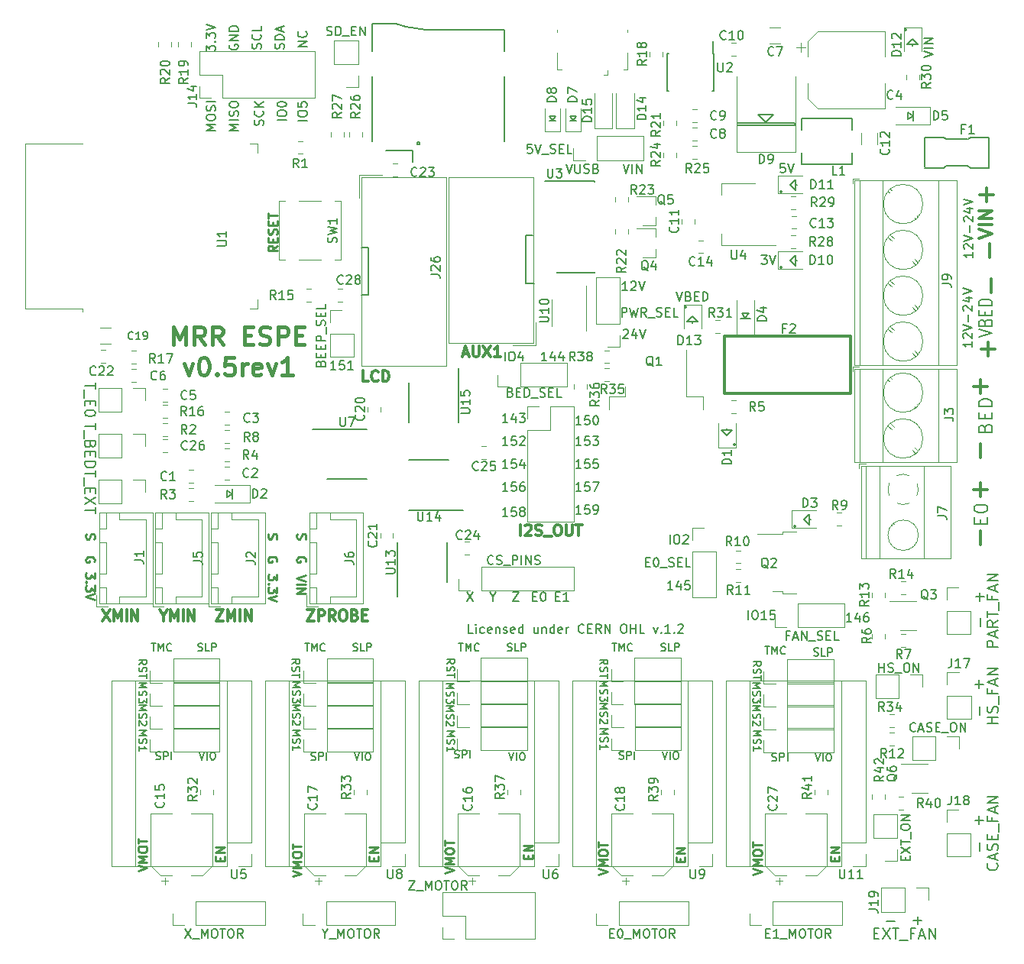
<source format=gto>
G04 #@! TF.GenerationSoftware,KiCad,Pcbnew,5.0.2-bee76a0~70~ubuntu18.04.1*
G04 #@! TF.CreationDate,2019-12-09T08:46:58+09:00*
G04 #@! TF.ProjectId,MRR_ESPE,4d52525f-4553-4504-952e-6b696361645f,v0.5rev1*
G04 #@! TF.SameCoordinates,Original*
G04 #@! TF.FileFunction,Legend,Top*
G04 #@! TF.FilePolarity,Positive*
%FSLAX46Y46*%
G04 Gerber Fmt 4.6, Leading zero omitted, Abs format (unit mm)*
G04 Created by KiCad (PCBNEW 5.0.2-bee76a0~70~ubuntu18.04.1) date Mon 09 Dec 2019 08:46:58 AM JST*
%MOMM*%
%LPD*%
G01*
G04 APERTURE LIST*
%ADD10C,0.200000*%
%ADD11C,0.250000*%
%ADD12C,0.300000*%
%ADD13C,0.400000*%
%ADD14C,0.120000*%
%ADD15C,0.150000*%
G04 APERTURE END LIST*
D10*
X100004761Y-55652380D02*
X100338095Y-56652380D01*
X100671428Y-55652380D01*
X101004761Y-56652380D02*
X101004761Y-55652380D01*
X101480952Y-56652380D02*
X101480952Y-55652380D01*
X102052380Y-56652380D01*
X102052380Y-55652380D01*
X93666666Y-55652380D02*
X94000000Y-56652380D01*
X94333333Y-55652380D01*
X94666666Y-55652380D02*
X94666666Y-56461904D01*
X94714285Y-56557142D01*
X94761904Y-56604761D01*
X94857142Y-56652380D01*
X95047619Y-56652380D01*
X95142857Y-56604761D01*
X95190476Y-56557142D01*
X95238095Y-56461904D01*
X95238095Y-55652380D01*
X95666666Y-56604761D02*
X95809523Y-56652380D01*
X96047619Y-56652380D01*
X96142857Y-56604761D01*
X96190476Y-56557142D01*
X96238095Y-56461904D01*
X96238095Y-56366666D01*
X96190476Y-56271428D01*
X96142857Y-56223809D01*
X96047619Y-56176190D01*
X95857142Y-56128571D01*
X95761904Y-56080952D01*
X95714285Y-56033333D01*
X95666666Y-55938095D01*
X95666666Y-55842857D01*
X95714285Y-55747619D01*
X95761904Y-55700000D01*
X95857142Y-55652380D01*
X96095238Y-55652380D01*
X96238095Y-55700000D01*
X97000000Y-56128571D02*
X97142857Y-56176190D01*
X97190476Y-56223809D01*
X97238095Y-56319047D01*
X97238095Y-56461904D01*
X97190476Y-56557142D01*
X97142857Y-56604761D01*
X97047619Y-56652380D01*
X96666666Y-56652380D01*
X96666666Y-55652380D01*
X97000000Y-55652380D01*
X97095238Y-55700000D01*
X97142857Y-55747619D01*
X97190476Y-55842857D01*
X97190476Y-55938095D01*
X97142857Y-56033333D01*
X97095238Y-56080952D01*
X97000000Y-56128571D01*
X96666666Y-56128571D01*
D11*
X114352380Y-134409523D02*
X115352380Y-134076190D01*
X114352380Y-133742857D01*
X115352380Y-133409523D02*
X114352380Y-133409523D01*
X115066666Y-133076190D01*
X114352380Y-132742857D01*
X115352380Y-132742857D01*
X114352380Y-132076190D02*
X114352380Y-131885714D01*
X114400000Y-131790476D01*
X114495238Y-131695238D01*
X114685714Y-131647619D01*
X115019047Y-131647619D01*
X115209523Y-131695238D01*
X115304761Y-131790476D01*
X115352380Y-131885714D01*
X115352380Y-132076190D01*
X115304761Y-132171428D01*
X115209523Y-132266666D01*
X115019047Y-132314285D01*
X114685714Y-132314285D01*
X114495238Y-132266666D01*
X114400000Y-132171428D01*
X114352380Y-132076190D01*
X114352380Y-131361904D02*
X114352380Y-130790476D01*
X115352380Y-131076190D02*
X114352380Y-131076190D01*
X97252380Y-134409523D02*
X98252380Y-134076190D01*
X97252380Y-133742857D01*
X98252380Y-133409523D02*
X97252380Y-133409523D01*
X97966666Y-133076190D01*
X97252380Y-132742857D01*
X98252380Y-132742857D01*
X97252380Y-132076190D02*
X97252380Y-131885714D01*
X97300000Y-131790476D01*
X97395238Y-131695238D01*
X97585714Y-131647619D01*
X97919047Y-131647619D01*
X98109523Y-131695238D01*
X98204761Y-131790476D01*
X98252380Y-131885714D01*
X98252380Y-132076190D01*
X98204761Y-132171428D01*
X98109523Y-132266666D01*
X97919047Y-132314285D01*
X97585714Y-132314285D01*
X97395238Y-132266666D01*
X97300000Y-132171428D01*
X97252380Y-132076190D01*
X97252380Y-131361904D02*
X97252380Y-130790476D01*
X98252380Y-131076190D02*
X97252380Y-131076190D01*
X80252380Y-134209523D02*
X81252380Y-133876190D01*
X80252380Y-133542857D01*
X81252380Y-133209523D02*
X80252380Y-133209523D01*
X80966666Y-132876190D01*
X80252380Y-132542857D01*
X81252380Y-132542857D01*
X80252380Y-131876190D02*
X80252380Y-131685714D01*
X80300000Y-131590476D01*
X80395238Y-131495238D01*
X80585714Y-131447619D01*
X80919047Y-131447619D01*
X81109523Y-131495238D01*
X81204761Y-131590476D01*
X81252380Y-131685714D01*
X81252380Y-131876190D01*
X81204761Y-131971428D01*
X81109523Y-132066666D01*
X80919047Y-132114285D01*
X80585714Y-132114285D01*
X80395238Y-132066666D01*
X80300000Y-131971428D01*
X80252380Y-131876190D01*
X80252380Y-131161904D02*
X80252380Y-130590476D01*
X81252380Y-130876190D02*
X80252380Y-130876190D01*
X63352380Y-134609523D02*
X64352380Y-134276190D01*
X63352380Y-133942857D01*
X64352380Y-133609523D02*
X63352380Y-133609523D01*
X64066666Y-133276190D01*
X63352380Y-132942857D01*
X64352380Y-132942857D01*
X63352380Y-132276190D02*
X63352380Y-132085714D01*
X63400000Y-131990476D01*
X63495238Y-131895238D01*
X63685714Y-131847619D01*
X64019047Y-131847619D01*
X64209523Y-131895238D01*
X64304761Y-131990476D01*
X64352380Y-132085714D01*
X64352380Y-132276190D01*
X64304761Y-132371428D01*
X64209523Y-132466666D01*
X64019047Y-132514285D01*
X63685714Y-132514285D01*
X63495238Y-132466666D01*
X63400000Y-132371428D01*
X63352380Y-132276190D01*
X63352380Y-131561904D02*
X63352380Y-130990476D01*
X64352380Y-131276190D02*
X63352380Y-131276190D01*
X46252380Y-134009523D02*
X47252380Y-133676190D01*
X46252380Y-133342857D01*
X47252380Y-133009523D02*
X46252380Y-133009523D01*
X46966666Y-132676190D01*
X46252380Y-132342857D01*
X47252380Y-132342857D01*
X46252380Y-131676190D02*
X46252380Y-131485714D01*
X46300000Y-131390476D01*
X46395238Y-131295238D01*
X46585714Y-131247619D01*
X46919047Y-131247619D01*
X47109523Y-131295238D01*
X47204761Y-131390476D01*
X47252380Y-131485714D01*
X47252380Y-131676190D01*
X47204761Y-131771428D01*
X47109523Y-131866666D01*
X46919047Y-131914285D01*
X46585714Y-131914285D01*
X46395238Y-131866666D01*
X46300000Y-131771428D01*
X46252380Y-131676190D01*
X46252380Y-130961904D02*
X46252380Y-130390476D01*
X47252380Y-130676190D02*
X46252380Y-130676190D01*
X123428571Y-132838095D02*
X123428571Y-132504761D01*
X123952380Y-132361904D02*
X123952380Y-132838095D01*
X122952380Y-132838095D01*
X122952380Y-132361904D01*
X123952380Y-131933333D02*
X122952380Y-131933333D01*
X123952380Y-131361904D01*
X122952380Y-131361904D01*
X106328571Y-132938095D02*
X106328571Y-132604761D01*
X106852380Y-132461904D02*
X106852380Y-132938095D01*
X105852380Y-132938095D01*
X105852380Y-132461904D01*
X106852380Y-132033333D02*
X105852380Y-132033333D01*
X106852380Y-131461904D01*
X105852380Y-131461904D01*
X89428571Y-132638095D02*
X89428571Y-132304761D01*
X89952380Y-132161904D02*
X89952380Y-132638095D01*
X88952380Y-132638095D01*
X88952380Y-132161904D01*
X89952380Y-131733333D02*
X88952380Y-131733333D01*
X89952380Y-131161904D01*
X88952380Y-131161904D01*
X72328571Y-132838095D02*
X72328571Y-132504761D01*
X72852380Y-132361904D02*
X72852380Y-132838095D01*
X71852380Y-132838095D01*
X71852380Y-132361904D01*
X72852380Y-131933333D02*
X71852380Y-131933333D01*
X72852380Y-131361904D01*
X71852380Y-131361904D01*
X55328571Y-132838095D02*
X55328571Y-132504761D01*
X55852380Y-132361904D02*
X55852380Y-132838095D01*
X54852380Y-132838095D01*
X54852380Y-132361904D01*
X55852380Y-131933333D02*
X54852380Y-131933333D01*
X55852380Y-131361904D01*
X54852380Y-131361904D01*
D10*
X41551142Y-79873714D02*
X41551142Y-80559428D01*
X40351142Y-80216571D02*
X41551142Y-80216571D01*
X40236857Y-80673714D02*
X40236857Y-81588000D01*
X40979714Y-81873714D02*
X40979714Y-82273714D01*
X40351142Y-82445142D02*
X40351142Y-81873714D01*
X41551142Y-81873714D01*
X41551142Y-82445142D01*
X41551142Y-83188000D02*
X41551142Y-83302285D01*
X41494000Y-83416571D01*
X41436857Y-83473714D01*
X41322571Y-83530857D01*
X41094000Y-83588000D01*
X40808285Y-83588000D01*
X40579714Y-83530857D01*
X40465428Y-83473714D01*
X40408285Y-83416571D01*
X40351142Y-83302285D01*
X40351142Y-83188000D01*
X40408285Y-83073714D01*
X40465428Y-83016571D01*
X40579714Y-82959428D01*
X40808285Y-82902285D01*
X41094000Y-82902285D01*
X41322571Y-82959428D01*
X41436857Y-83016571D01*
X41494000Y-83073714D01*
X41551142Y-83188000D01*
X41551142Y-84325142D02*
X41551142Y-85010857D01*
X40351142Y-84668000D02*
X41551142Y-84668000D01*
X40236857Y-85125142D02*
X40236857Y-86039428D01*
X40979714Y-86725142D02*
X40922571Y-86896571D01*
X40865428Y-86953714D01*
X40751142Y-87010857D01*
X40579714Y-87010857D01*
X40465428Y-86953714D01*
X40408285Y-86896571D01*
X40351142Y-86782285D01*
X40351142Y-86325142D01*
X41551142Y-86325142D01*
X41551142Y-86725142D01*
X41494000Y-86839428D01*
X41436857Y-86896571D01*
X41322571Y-86953714D01*
X41208285Y-86953714D01*
X41094000Y-86896571D01*
X41036857Y-86839428D01*
X40979714Y-86725142D01*
X40979714Y-86325142D01*
X40979714Y-87525142D02*
X40979714Y-87925142D01*
X40351142Y-88096571D02*
X40351142Y-87525142D01*
X41551142Y-87525142D01*
X41551142Y-88096571D01*
X40351142Y-88610857D02*
X41551142Y-88610857D01*
X41551142Y-88896571D01*
X41494000Y-89068000D01*
X41379714Y-89182285D01*
X41265428Y-89239428D01*
X41036857Y-89296571D01*
X40865428Y-89296571D01*
X40636857Y-89239428D01*
X40522571Y-89182285D01*
X40408285Y-89068000D01*
X40351142Y-88896571D01*
X40351142Y-88610857D01*
X41551142Y-89576571D02*
X41551142Y-90262285D01*
X40351142Y-89919428D02*
X41551142Y-89919428D01*
X40236857Y-90376571D02*
X40236857Y-91290857D01*
X40979714Y-91576571D02*
X40979714Y-91976571D01*
X40351142Y-92148000D02*
X40351142Y-91576571D01*
X41551142Y-91576571D01*
X41551142Y-92148000D01*
X41551142Y-92548000D02*
X40351142Y-93348000D01*
X41551142Y-93348000D02*
X40351142Y-92548000D01*
X41551142Y-93633714D02*
X41551142Y-94319428D01*
X40351142Y-93976571D02*
X41551142Y-93976571D01*
X71800000Y-70100000D02*
X71000000Y-70100000D01*
X71800000Y-64900000D02*
X71800000Y-70100000D01*
X71000000Y-64900000D02*
X71800000Y-64900000D01*
X89200000Y-68900000D02*
X90100000Y-68900000D01*
X89200000Y-63500000D02*
X89200000Y-68900000D01*
X89700000Y-63500000D02*
X89200000Y-63500000D01*
X90000000Y-63500000D02*
X89700000Y-63500000D01*
X100009523Y-74047619D02*
X100057142Y-74000000D01*
X100152380Y-73952380D01*
X100390476Y-73952380D01*
X100485714Y-74000000D01*
X100533333Y-74047619D01*
X100580952Y-74142857D01*
X100580952Y-74238095D01*
X100533333Y-74380952D01*
X99961904Y-74952380D01*
X100580952Y-74952380D01*
X101438095Y-74285714D02*
X101438095Y-74952380D01*
X101200000Y-73904761D02*
X100961904Y-74619047D01*
X101580952Y-74619047D01*
X101819047Y-73952380D02*
X102152380Y-74952380D01*
X102485714Y-73952380D01*
X100480952Y-69652380D02*
X99909523Y-69652380D01*
X100195238Y-69652380D02*
X100195238Y-68652380D01*
X100100000Y-68795238D01*
X100004761Y-68890476D01*
X99909523Y-68938095D01*
X100861904Y-68747619D02*
X100909523Y-68700000D01*
X101004761Y-68652380D01*
X101242857Y-68652380D01*
X101338095Y-68700000D01*
X101385714Y-68747619D01*
X101433333Y-68842857D01*
X101433333Y-68938095D01*
X101385714Y-69080952D01*
X100814285Y-69652380D01*
X101433333Y-69652380D01*
X101719047Y-68652380D02*
X102052380Y-69652380D01*
X102385714Y-68652380D01*
X64952380Y-42585714D02*
X63952380Y-42585714D01*
X64952380Y-42014285D01*
X63952380Y-42014285D01*
X64857142Y-40966666D02*
X64904761Y-41014285D01*
X64952380Y-41157142D01*
X64952380Y-41252380D01*
X64904761Y-41395238D01*
X64809523Y-41490476D01*
X64714285Y-41538095D01*
X64523809Y-41585714D01*
X64380952Y-41585714D01*
X64190476Y-41538095D01*
X64095238Y-41490476D01*
X64000000Y-41395238D01*
X63952380Y-41252380D01*
X63952380Y-41157142D01*
X64000000Y-41014285D01*
X64047619Y-40966666D01*
X64952380Y-50800000D02*
X63952380Y-50800000D01*
X63952380Y-50133333D02*
X63952380Y-49942857D01*
X64000000Y-49847619D01*
X64095238Y-49752380D01*
X64285714Y-49704761D01*
X64619047Y-49704761D01*
X64809523Y-49752380D01*
X64904761Y-49847619D01*
X64952380Y-49942857D01*
X64952380Y-50133333D01*
X64904761Y-50228571D01*
X64809523Y-50323809D01*
X64619047Y-50371428D01*
X64285714Y-50371428D01*
X64095238Y-50323809D01*
X64000000Y-50228571D01*
X63952380Y-50133333D01*
X63952380Y-48800000D02*
X63952380Y-49276190D01*
X64428571Y-49323809D01*
X64380952Y-49276190D01*
X64333333Y-49180952D01*
X64333333Y-48942857D01*
X64380952Y-48847619D01*
X64428571Y-48800000D01*
X64523809Y-48752380D01*
X64761904Y-48752380D01*
X64857142Y-48800000D01*
X64904761Y-48847619D01*
X64952380Y-48942857D01*
X64952380Y-49180952D01*
X64904761Y-49276190D01*
X64857142Y-49323809D01*
D11*
X41447619Y-100923809D02*
X41447619Y-101542857D01*
X41066666Y-101209523D01*
X41066666Y-101352380D01*
X41019047Y-101447619D01*
X40971428Y-101495238D01*
X40876190Y-101542857D01*
X40638095Y-101542857D01*
X40542857Y-101495238D01*
X40495238Y-101447619D01*
X40447619Y-101352380D01*
X40447619Y-101066666D01*
X40495238Y-100971428D01*
X40542857Y-100923809D01*
X40542857Y-101971428D02*
X40495238Y-102019047D01*
X40447619Y-101971428D01*
X40495238Y-101923809D01*
X40542857Y-101971428D01*
X40447619Y-101971428D01*
X41447619Y-102352380D02*
X41447619Y-102971428D01*
X41066666Y-102638095D01*
X41066666Y-102780952D01*
X41019047Y-102876190D01*
X40971428Y-102923809D01*
X40876190Y-102971428D01*
X40638095Y-102971428D01*
X40542857Y-102923809D01*
X40495238Y-102876190D01*
X40447619Y-102780952D01*
X40447619Y-102495238D01*
X40495238Y-102400000D01*
X40542857Y-102352380D01*
X41447619Y-103257142D02*
X40447619Y-103590476D01*
X41447619Y-103923809D01*
X41406490Y-99725614D02*
X41454109Y-99630376D01*
X41454109Y-99487519D01*
X41406490Y-99344662D01*
X41311251Y-99249424D01*
X41216013Y-99201805D01*
X41025537Y-99154186D01*
X40882680Y-99154186D01*
X40692204Y-99201805D01*
X40596966Y-99249424D01*
X40501728Y-99344662D01*
X40454109Y-99487519D01*
X40454109Y-99582757D01*
X40501728Y-99725614D01*
X40549347Y-99773233D01*
X40882680Y-99773233D01*
X40882680Y-99582757D01*
X40501728Y-96627995D02*
X40454109Y-96770852D01*
X40454109Y-97008948D01*
X40501728Y-97104186D01*
X40549347Y-97151805D01*
X40644585Y-97199424D01*
X40739823Y-97199424D01*
X40835061Y-97151805D01*
X40882680Y-97104186D01*
X40930299Y-97008948D01*
X40977918Y-96818471D01*
X41025537Y-96723233D01*
X41073156Y-96675614D01*
X41168394Y-96627995D01*
X41263632Y-96627995D01*
X41358870Y-96675614D01*
X41406490Y-96723233D01*
X41454109Y-96818471D01*
X41454109Y-97056567D01*
X41406490Y-97199424D01*
X61586490Y-99725614D02*
X61634109Y-99630376D01*
X61634109Y-99487519D01*
X61586490Y-99344662D01*
X61491251Y-99249424D01*
X61396013Y-99201805D01*
X61205537Y-99154186D01*
X61062680Y-99154186D01*
X60872204Y-99201805D01*
X60776966Y-99249424D01*
X60681728Y-99344662D01*
X60634109Y-99487519D01*
X60634109Y-99582757D01*
X60681728Y-99725614D01*
X60729347Y-99773233D01*
X61062680Y-99773233D01*
X61062680Y-99582757D01*
X60681728Y-96627995D02*
X60634109Y-96770852D01*
X60634109Y-97008948D01*
X60681728Y-97104186D01*
X60729347Y-97151805D01*
X60824585Y-97199424D01*
X60919823Y-97199424D01*
X61015061Y-97151805D01*
X61062680Y-97104186D01*
X61110299Y-97008948D01*
X61157918Y-96818471D01*
X61205537Y-96723233D01*
X61253156Y-96675614D01*
X61348394Y-96627995D01*
X61443632Y-96627995D01*
X61538870Y-96675614D01*
X61586490Y-96723233D01*
X61634109Y-96818471D01*
X61634109Y-97056567D01*
X61586490Y-97199424D01*
X61634109Y-101123809D02*
X61634109Y-101742857D01*
X61253156Y-101409523D01*
X61253156Y-101552380D01*
X61205537Y-101647619D01*
X61157918Y-101695238D01*
X61062680Y-101742857D01*
X60824585Y-101742857D01*
X60729347Y-101695238D01*
X60681728Y-101647619D01*
X60634109Y-101552380D01*
X60634109Y-101266666D01*
X60681728Y-101171428D01*
X60729347Y-101123809D01*
X60729347Y-102171428D02*
X60681728Y-102219047D01*
X60634109Y-102171428D01*
X60681728Y-102123809D01*
X60729347Y-102171428D01*
X60634109Y-102171428D01*
X61634109Y-102552380D02*
X61634109Y-103171428D01*
X61253156Y-102838095D01*
X61253156Y-102980952D01*
X61205537Y-103076190D01*
X61157918Y-103123809D01*
X61062680Y-103171428D01*
X60824585Y-103171428D01*
X60729347Y-103123809D01*
X60681728Y-103076190D01*
X60634109Y-102980952D01*
X60634109Y-102695238D01*
X60681728Y-102600000D01*
X60729347Y-102552380D01*
X61634109Y-103457142D02*
X60634109Y-103790476D01*
X61634109Y-104123809D01*
D10*
X68167333Y-78430380D02*
X67595904Y-78430380D01*
X67881619Y-78430380D02*
X67881619Y-77430380D01*
X67786380Y-77573238D01*
X67691142Y-77668476D01*
X67595904Y-77716095D01*
X69072095Y-77430380D02*
X68595904Y-77430380D01*
X68548285Y-77906571D01*
X68595904Y-77858952D01*
X68691142Y-77811333D01*
X68929238Y-77811333D01*
X69024476Y-77858952D01*
X69072095Y-77906571D01*
X69119714Y-78001809D01*
X69119714Y-78239904D01*
X69072095Y-78335142D01*
X69024476Y-78382761D01*
X68929238Y-78430380D01*
X68691142Y-78430380D01*
X68595904Y-78382761D01*
X68548285Y-78335142D01*
X70072095Y-78430380D02*
X69500666Y-78430380D01*
X69786380Y-78430380D02*
X69786380Y-77430380D01*
X69691142Y-77573238D01*
X69595904Y-77668476D01*
X69500666Y-77716095D01*
X125317333Y-106370380D02*
X124745904Y-106370380D01*
X125031619Y-106370380D02*
X125031619Y-105370380D01*
X124936380Y-105513238D01*
X124841142Y-105608476D01*
X124745904Y-105656095D01*
X126174476Y-105703714D02*
X126174476Y-106370380D01*
X125936380Y-105322761D02*
X125698285Y-106037047D01*
X126317333Y-106037047D01*
X127126857Y-105370380D02*
X126936380Y-105370380D01*
X126841142Y-105418000D01*
X126793523Y-105465619D01*
X126698285Y-105608476D01*
X126650666Y-105798952D01*
X126650666Y-106179904D01*
X126698285Y-106275142D01*
X126745904Y-106322761D01*
X126841142Y-106370380D01*
X127031619Y-106370380D01*
X127126857Y-106322761D01*
X127174476Y-106275142D01*
X127222095Y-106179904D01*
X127222095Y-105941809D01*
X127174476Y-105846571D01*
X127126857Y-105798952D01*
X127031619Y-105751333D01*
X126841142Y-105751333D01*
X126745904Y-105798952D01*
X126698285Y-105846571D01*
X126650666Y-105941809D01*
X113839809Y-106116380D02*
X113839809Y-105116380D01*
X114506476Y-105116380D02*
X114696952Y-105116380D01*
X114792190Y-105164000D01*
X114887428Y-105259238D01*
X114935047Y-105449714D01*
X114935047Y-105783047D01*
X114887428Y-105973523D01*
X114792190Y-106068761D01*
X114696952Y-106116380D01*
X114506476Y-106116380D01*
X114411238Y-106068761D01*
X114316000Y-105973523D01*
X114268380Y-105783047D01*
X114268380Y-105449714D01*
X114316000Y-105259238D01*
X114411238Y-105164000D01*
X114506476Y-105116380D01*
X115887428Y-106116380D02*
X115316000Y-106116380D01*
X115601714Y-106116380D02*
X115601714Y-105116380D01*
X115506476Y-105259238D01*
X115411238Y-105354476D01*
X115316000Y-105402095D01*
X116792190Y-105116380D02*
X116316000Y-105116380D01*
X116268380Y-105592571D01*
X116316000Y-105544952D01*
X116411238Y-105497333D01*
X116649333Y-105497333D01*
X116744571Y-105544952D01*
X116792190Y-105592571D01*
X116839809Y-105687809D01*
X116839809Y-105925904D01*
X116792190Y-106021142D01*
X116744571Y-106068761D01*
X116649333Y-106116380D01*
X116411238Y-106116380D01*
X116316000Y-106068761D01*
X116268380Y-106021142D01*
X105505333Y-102814380D02*
X104933904Y-102814380D01*
X105219619Y-102814380D02*
X105219619Y-101814380D01*
X105124380Y-101957238D01*
X105029142Y-102052476D01*
X104933904Y-102100095D01*
X106362476Y-102147714D02*
X106362476Y-102814380D01*
X106124380Y-101766761D02*
X105886285Y-102481047D01*
X106505333Y-102481047D01*
X107362476Y-101814380D02*
X106886285Y-101814380D01*
X106838666Y-102290571D01*
X106886285Y-102242952D01*
X106981523Y-102195333D01*
X107219619Y-102195333D01*
X107314857Y-102242952D01*
X107362476Y-102290571D01*
X107410095Y-102385809D01*
X107410095Y-102623904D01*
X107362476Y-102719142D01*
X107314857Y-102766761D01*
X107219619Y-102814380D01*
X106981523Y-102814380D01*
X106886285Y-102766761D01*
X106838666Y-102719142D01*
X105172000Y-97734380D02*
X105172000Y-96734380D01*
X105838666Y-96734380D02*
X106029142Y-96734380D01*
X106124380Y-96782000D01*
X106219619Y-96877238D01*
X106267238Y-97067714D01*
X106267238Y-97401047D01*
X106219619Y-97591523D01*
X106124380Y-97686761D01*
X106029142Y-97734380D01*
X105838666Y-97734380D01*
X105743428Y-97686761D01*
X105648190Y-97591523D01*
X105600571Y-97401047D01*
X105600571Y-97067714D01*
X105648190Y-96877238D01*
X105743428Y-96782000D01*
X105838666Y-96734380D01*
X106648190Y-96829619D02*
X106695809Y-96782000D01*
X106791047Y-96734380D01*
X107029142Y-96734380D01*
X107124380Y-96782000D01*
X107172000Y-96829619D01*
X107219619Y-96924857D01*
X107219619Y-97020095D01*
X107172000Y-97162952D01*
X106600571Y-97734380D01*
X107219619Y-97734380D01*
X91533333Y-77452380D02*
X90961904Y-77452380D01*
X91247619Y-77452380D02*
X91247619Y-76452380D01*
X91152380Y-76595238D01*
X91057142Y-76690476D01*
X90961904Y-76738095D01*
X92390476Y-76785714D02*
X92390476Y-77452380D01*
X92152380Y-76404761D02*
X91914285Y-77119047D01*
X92533333Y-77119047D01*
X93342857Y-76785714D02*
X93342857Y-77452380D01*
X93104761Y-76404761D02*
X92866666Y-77119047D01*
X93485714Y-77119047D01*
X86900000Y-77452380D02*
X86900000Y-76452380D01*
X87566666Y-76452380D02*
X87757142Y-76452380D01*
X87852380Y-76500000D01*
X87947619Y-76595238D01*
X87995238Y-76785714D01*
X87995238Y-77119047D01*
X87947619Y-77309523D01*
X87852380Y-77404761D01*
X87757142Y-77452380D01*
X87566666Y-77452380D01*
X87471428Y-77404761D01*
X87376190Y-77309523D01*
X87328571Y-77119047D01*
X87328571Y-76785714D01*
X87376190Y-76595238D01*
X87471428Y-76500000D01*
X87566666Y-76452380D01*
X88852380Y-76785714D02*
X88852380Y-77452380D01*
X88614285Y-76404761D02*
X88376190Y-77119047D01*
X88995238Y-77119047D01*
X95345333Y-94432380D02*
X94773904Y-94432380D01*
X95059619Y-94432380D02*
X95059619Y-93432380D01*
X94964380Y-93575238D01*
X94869142Y-93670476D01*
X94773904Y-93718095D01*
X96250095Y-93432380D02*
X95773904Y-93432380D01*
X95726285Y-93908571D01*
X95773904Y-93860952D01*
X95869142Y-93813333D01*
X96107238Y-93813333D01*
X96202476Y-93860952D01*
X96250095Y-93908571D01*
X96297714Y-94003809D01*
X96297714Y-94241904D01*
X96250095Y-94337142D01*
X96202476Y-94384761D01*
X96107238Y-94432380D01*
X95869142Y-94432380D01*
X95773904Y-94384761D01*
X95726285Y-94337142D01*
X96773904Y-94432380D02*
X96964380Y-94432380D01*
X97059619Y-94384761D01*
X97107238Y-94337142D01*
X97202476Y-94194285D01*
X97250095Y-94003809D01*
X97250095Y-93622857D01*
X97202476Y-93527619D01*
X97154857Y-93480000D01*
X97059619Y-93432380D01*
X96869142Y-93432380D01*
X96773904Y-93480000D01*
X96726285Y-93527619D01*
X96678666Y-93622857D01*
X96678666Y-93860952D01*
X96726285Y-93956190D01*
X96773904Y-94003809D01*
X96869142Y-94051428D01*
X97059619Y-94051428D01*
X97154857Y-94003809D01*
X97202476Y-93956190D01*
X97250095Y-93860952D01*
X95345333Y-91892380D02*
X94773904Y-91892380D01*
X95059619Y-91892380D02*
X95059619Y-90892380D01*
X94964380Y-91035238D01*
X94869142Y-91130476D01*
X94773904Y-91178095D01*
X96250095Y-90892380D02*
X95773904Y-90892380D01*
X95726285Y-91368571D01*
X95773904Y-91320952D01*
X95869142Y-91273333D01*
X96107238Y-91273333D01*
X96202476Y-91320952D01*
X96250095Y-91368571D01*
X96297714Y-91463809D01*
X96297714Y-91701904D01*
X96250095Y-91797142D01*
X96202476Y-91844761D01*
X96107238Y-91892380D01*
X95869142Y-91892380D01*
X95773904Y-91844761D01*
X95726285Y-91797142D01*
X96631047Y-90892380D02*
X97297714Y-90892380D01*
X96869142Y-91892380D01*
X95345333Y-89352380D02*
X94773904Y-89352380D01*
X95059619Y-89352380D02*
X95059619Y-88352380D01*
X94964380Y-88495238D01*
X94869142Y-88590476D01*
X94773904Y-88638095D01*
X96250095Y-88352380D02*
X95773904Y-88352380D01*
X95726285Y-88828571D01*
X95773904Y-88780952D01*
X95869142Y-88733333D01*
X96107238Y-88733333D01*
X96202476Y-88780952D01*
X96250095Y-88828571D01*
X96297714Y-88923809D01*
X96297714Y-89161904D01*
X96250095Y-89257142D01*
X96202476Y-89304761D01*
X96107238Y-89352380D01*
X95869142Y-89352380D01*
X95773904Y-89304761D01*
X95726285Y-89257142D01*
X97202476Y-88352380D02*
X96726285Y-88352380D01*
X96678666Y-88828571D01*
X96726285Y-88780952D01*
X96821523Y-88733333D01*
X97059619Y-88733333D01*
X97154857Y-88780952D01*
X97202476Y-88828571D01*
X97250095Y-88923809D01*
X97250095Y-89161904D01*
X97202476Y-89257142D01*
X97154857Y-89304761D01*
X97059619Y-89352380D01*
X96821523Y-89352380D01*
X96726285Y-89304761D01*
X96678666Y-89257142D01*
X95345333Y-86812380D02*
X94773904Y-86812380D01*
X95059619Y-86812380D02*
X95059619Y-85812380D01*
X94964380Y-85955238D01*
X94869142Y-86050476D01*
X94773904Y-86098095D01*
X96250095Y-85812380D02*
X95773904Y-85812380D01*
X95726285Y-86288571D01*
X95773904Y-86240952D01*
X95869142Y-86193333D01*
X96107238Y-86193333D01*
X96202476Y-86240952D01*
X96250095Y-86288571D01*
X96297714Y-86383809D01*
X96297714Y-86621904D01*
X96250095Y-86717142D01*
X96202476Y-86764761D01*
X96107238Y-86812380D01*
X95869142Y-86812380D01*
X95773904Y-86764761D01*
X95726285Y-86717142D01*
X96631047Y-85812380D02*
X97250095Y-85812380D01*
X96916761Y-86193333D01*
X97059619Y-86193333D01*
X97154857Y-86240952D01*
X97202476Y-86288571D01*
X97250095Y-86383809D01*
X97250095Y-86621904D01*
X97202476Y-86717142D01*
X97154857Y-86764761D01*
X97059619Y-86812380D01*
X96773904Y-86812380D01*
X96678666Y-86764761D01*
X96631047Y-86717142D01*
X95345333Y-84526380D02*
X94773904Y-84526380D01*
X95059619Y-84526380D02*
X95059619Y-83526380D01*
X94964380Y-83669238D01*
X94869142Y-83764476D01*
X94773904Y-83812095D01*
X96250095Y-83526380D02*
X95773904Y-83526380D01*
X95726285Y-84002571D01*
X95773904Y-83954952D01*
X95869142Y-83907333D01*
X96107238Y-83907333D01*
X96202476Y-83954952D01*
X96250095Y-84002571D01*
X96297714Y-84097809D01*
X96297714Y-84335904D01*
X96250095Y-84431142D01*
X96202476Y-84478761D01*
X96107238Y-84526380D01*
X95869142Y-84526380D01*
X95773904Y-84478761D01*
X95726285Y-84431142D01*
X96916761Y-83526380D02*
X97012000Y-83526380D01*
X97107238Y-83574000D01*
X97154857Y-83621619D01*
X97202476Y-83716857D01*
X97250095Y-83907333D01*
X97250095Y-84145428D01*
X97202476Y-84335904D01*
X97154857Y-84431142D01*
X97107238Y-84478761D01*
X97012000Y-84526380D01*
X96916761Y-84526380D01*
X96821523Y-84478761D01*
X96773904Y-84431142D01*
X96726285Y-84335904D01*
X96678666Y-84145428D01*
X96678666Y-83907333D01*
X96726285Y-83716857D01*
X96773904Y-83621619D01*
X96821523Y-83574000D01*
X96916761Y-83526380D01*
X87217333Y-84272380D02*
X86645904Y-84272380D01*
X86931619Y-84272380D02*
X86931619Y-83272380D01*
X86836380Y-83415238D01*
X86741142Y-83510476D01*
X86645904Y-83558095D01*
X88074476Y-83605714D02*
X88074476Y-84272380D01*
X87836380Y-83224761D02*
X87598285Y-83939047D01*
X88217333Y-83939047D01*
X88503047Y-83272380D02*
X89122095Y-83272380D01*
X88788761Y-83653333D01*
X88931619Y-83653333D01*
X89026857Y-83700952D01*
X89074476Y-83748571D01*
X89122095Y-83843809D01*
X89122095Y-84081904D01*
X89074476Y-84177142D01*
X89026857Y-84224761D01*
X88931619Y-84272380D01*
X88645904Y-84272380D01*
X88550666Y-84224761D01*
X88503047Y-84177142D01*
X87217333Y-86812380D02*
X86645904Y-86812380D01*
X86931619Y-86812380D02*
X86931619Y-85812380D01*
X86836380Y-85955238D01*
X86741142Y-86050476D01*
X86645904Y-86098095D01*
X88122095Y-85812380D02*
X87645904Y-85812380D01*
X87598285Y-86288571D01*
X87645904Y-86240952D01*
X87741142Y-86193333D01*
X87979238Y-86193333D01*
X88074476Y-86240952D01*
X88122095Y-86288571D01*
X88169714Y-86383809D01*
X88169714Y-86621904D01*
X88122095Y-86717142D01*
X88074476Y-86764761D01*
X87979238Y-86812380D01*
X87741142Y-86812380D01*
X87645904Y-86764761D01*
X87598285Y-86717142D01*
X88550666Y-85907619D02*
X88598285Y-85860000D01*
X88693523Y-85812380D01*
X88931619Y-85812380D01*
X89026857Y-85860000D01*
X89074476Y-85907619D01*
X89122095Y-86002857D01*
X89122095Y-86098095D01*
X89074476Y-86240952D01*
X88503047Y-86812380D01*
X89122095Y-86812380D01*
X87217333Y-89352380D02*
X86645904Y-89352380D01*
X86931619Y-89352380D02*
X86931619Y-88352380D01*
X86836380Y-88495238D01*
X86741142Y-88590476D01*
X86645904Y-88638095D01*
X88122095Y-88352380D02*
X87645904Y-88352380D01*
X87598285Y-88828571D01*
X87645904Y-88780952D01*
X87741142Y-88733333D01*
X87979238Y-88733333D01*
X88074476Y-88780952D01*
X88122095Y-88828571D01*
X88169714Y-88923809D01*
X88169714Y-89161904D01*
X88122095Y-89257142D01*
X88074476Y-89304761D01*
X87979238Y-89352380D01*
X87741142Y-89352380D01*
X87645904Y-89304761D01*
X87598285Y-89257142D01*
X89026857Y-88685714D02*
X89026857Y-89352380D01*
X88788761Y-88304761D02*
X88550666Y-89019047D01*
X89169714Y-89019047D01*
X87217333Y-91892380D02*
X86645904Y-91892380D01*
X86931619Y-91892380D02*
X86931619Y-90892380D01*
X86836380Y-91035238D01*
X86741142Y-91130476D01*
X86645904Y-91178095D01*
X88122095Y-90892380D02*
X87645904Y-90892380D01*
X87598285Y-91368571D01*
X87645904Y-91320952D01*
X87741142Y-91273333D01*
X87979238Y-91273333D01*
X88074476Y-91320952D01*
X88122095Y-91368571D01*
X88169714Y-91463809D01*
X88169714Y-91701904D01*
X88122095Y-91797142D01*
X88074476Y-91844761D01*
X87979238Y-91892380D01*
X87741142Y-91892380D01*
X87645904Y-91844761D01*
X87598285Y-91797142D01*
X89026857Y-90892380D02*
X88836380Y-90892380D01*
X88741142Y-90940000D01*
X88693523Y-90987619D01*
X88598285Y-91130476D01*
X88550666Y-91320952D01*
X88550666Y-91701904D01*
X88598285Y-91797142D01*
X88645904Y-91844761D01*
X88741142Y-91892380D01*
X88931619Y-91892380D01*
X89026857Y-91844761D01*
X89074476Y-91797142D01*
X89122095Y-91701904D01*
X89122095Y-91463809D01*
X89074476Y-91368571D01*
X89026857Y-91320952D01*
X88931619Y-91273333D01*
X88741142Y-91273333D01*
X88645904Y-91320952D01*
X88598285Y-91368571D01*
X88550666Y-91463809D01*
X87217333Y-94686380D02*
X86645904Y-94686380D01*
X86931619Y-94686380D02*
X86931619Y-93686380D01*
X86836380Y-93829238D01*
X86741142Y-93924476D01*
X86645904Y-93972095D01*
X88122095Y-93686380D02*
X87645904Y-93686380D01*
X87598285Y-94162571D01*
X87645904Y-94114952D01*
X87741142Y-94067333D01*
X87979238Y-94067333D01*
X88074476Y-94114952D01*
X88122095Y-94162571D01*
X88169714Y-94257809D01*
X88169714Y-94495904D01*
X88122095Y-94591142D01*
X88074476Y-94638761D01*
X87979238Y-94686380D01*
X87741142Y-94686380D01*
X87645904Y-94638761D01*
X87598285Y-94591142D01*
X88741142Y-94114952D02*
X88645904Y-94067333D01*
X88598285Y-94019714D01*
X88550666Y-93924476D01*
X88550666Y-93876857D01*
X88598285Y-93781619D01*
X88645904Y-93734000D01*
X88741142Y-93686380D01*
X88931619Y-93686380D01*
X89026857Y-93734000D01*
X89074476Y-93781619D01*
X89122095Y-93876857D01*
X89122095Y-93924476D01*
X89074476Y-94019714D01*
X89026857Y-94067333D01*
X88931619Y-94114952D01*
X88741142Y-94114952D01*
X88645904Y-94162571D01*
X88598285Y-94210190D01*
X88550666Y-94305428D01*
X88550666Y-94495904D01*
X88598285Y-94591142D01*
X88645904Y-94638761D01*
X88741142Y-94686380D01*
X88931619Y-94686380D01*
X89026857Y-94638761D01*
X89074476Y-94591142D01*
X89122095Y-94495904D01*
X89122095Y-94305428D01*
X89074476Y-94210190D01*
X89026857Y-94162571D01*
X88931619Y-94114952D01*
X92527523Y-103560571D02*
X92860857Y-103560571D01*
X93003714Y-104084380D02*
X92527523Y-104084380D01*
X92527523Y-103084380D01*
X93003714Y-103084380D01*
X93956095Y-104084380D02*
X93384666Y-104084380D01*
X93670380Y-104084380D02*
X93670380Y-103084380D01*
X93575142Y-103227238D01*
X93479904Y-103322476D01*
X93384666Y-103370095D01*
X89987523Y-103560571D02*
X90320857Y-103560571D01*
X90463714Y-104084380D02*
X89987523Y-104084380D01*
X89987523Y-103084380D01*
X90463714Y-103084380D01*
X91082761Y-103084380D02*
X91178000Y-103084380D01*
X91273238Y-103132000D01*
X91320857Y-103179619D01*
X91368476Y-103274857D01*
X91416095Y-103465333D01*
X91416095Y-103703428D01*
X91368476Y-103893904D01*
X91320857Y-103989142D01*
X91273238Y-104036761D01*
X91178000Y-104084380D01*
X91082761Y-104084380D01*
X90987523Y-104036761D01*
X90939904Y-103989142D01*
X90892285Y-103893904D01*
X90844666Y-103703428D01*
X90844666Y-103465333D01*
X90892285Y-103274857D01*
X90939904Y-103179619D01*
X90987523Y-103132000D01*
X91082761Y-103084380D01*
X87804666Y-103084380D02*
X88471333Y-103084380D01*
X87804666Y-104084380D01*
X88471333Y-104084380D01*
X85598000Y-103608190D02*
X85598000Y-104084380D01*
X85264666Y-103084380D02*
X85598000Y-103608190D01*
X85931333Y-103084380D01*
X82724666Y-103084380D02*
X83391333Y-104084380D01*
X83391333Y-103084380D02*
X82724666Y-104084380D01*
X127791289Y-140919654D02*
X128191289Y-140919654D01*
X128362717Y-141548226D02*
X127791289Y-141548226D01*
X127791289Y-140348226D01*
X128362717Y-140348226D01*
X128762717Y-140348226D02*
X129562717Y-141548226D01*
X129562717Y-140348226D02*
X128762717Y-141548226D01*
X129848431Y-140348226D02*
X130534146Y-140348226D01*
X130191289Y-141548226D02*
X130191289Y-140348226D01*
X130648431Y-141662511D02*
X131562717Y-141662511D01*
X132248431Y-140919654D02*
X131848431Y-140919654D01*
X131848431Y-141548226D02*
X131848431Y-140348226D01*
X132419860Y-140348226D01*
X132819860Y-141205369D02*
X133391289Y-141205369D01*
X132705574Y-141548226D02*
X133105574Y-140348226D01*
X133505574Y-141548226D01*
X133905574Y-141548226D02*
X133905574Y-140348226D01*
X134591289Y-141548226D01*
X134591289Y-140348226D01*
X129210146Y-139567083D02*
X130124431Y-139567083D01*
X132629574Y-139024226D02*
X132629574Y-139938511D01*
X132172431Y-139481369D02*
X133086717Y-139481369D01*
D12*
X88633714Y-96808857D02*
X88633714Y-95608857D01*
X89148000Y-95723142D02*
X89205142Y-95666000D01*
X89319428Y-95608857D01*
X89605142Y-95608857D01*
X89719428Y-95666000D01*
X89776571Y-95723142D01*
X89833714Y-95837428D01*
X89833714Y-95951714D01*
X89776571Y-96123142D01*
X89090857Y-96808857D01*
X89833714Y-96808857D01*
X90290857Y-96751714D02*
X90462285Y-96808857D01*
X90748000Y-96808857D01*
X90862285Y-96751714D01*
X90919428Y-96694571D01*
X90976571Y-96580285D01*
X90976571Y-96466000D01*
X90919428Y-96351714D01*
X90862285Y-96294571D01*
X90748000Y-96237428D01*
X90519428Y-96180285D01*
X90405142Y-96123142D01*
X90348000Y-96066000D01*
X90290857Y-95951714D01*
X90290857Y-95837428D01*
X90348000Y-95723142D01*
X90405142Y-95666000D01*
X90519428Y-95608857D01*
X90805142Y-95608857D01*
X90976571Y-95666000D01*
X91205142Y-96923142D02*
X92119428Y-96923142D01*
X92633714Y-95608857D02*
X92862285Y-95608857D01*
X92976571Y-95666000D01*
X93090857Y-95780285D01*
X93148000Y-96008857D01*
X93148000Y-96408857D01*
X93090857Y-96637428D01*
X92976571Y-96751714D01*
X92862285Y-96808857D01*
X92633714Y-96808857D01*
X92519428Y-96751714D01*
X92405142Y-96637428D01*
X92348000Y-96408857D01*
X92348000Y-96008857D01*
X92405142Y-95780285D01*
X92519428Y-95666000D01*
X92633714Y-95608857D01*
X93662285Y-95608857D02*
X93662285Y-96580285D01*
X93719428Y-96694571D01*
X93776571Y-96751714D01*
X93890857Y-96808857D01*
X94119428Y-96808857D01*
X94233714Y-96751714D01*
X94290857Y-96694571D01*
X94348000Y-96580285D01*
X94348000Y-95608857D01*
X94748000Y-95608857D02*
X95433714Y-95608857D01*
X95090857Y-96808857D02*
X95090857Y-95608857D01*
D10*
X114410261Y-118451285D02*
X115260261Y-118451285D01*
X114653118Y-118734619D01*
X115260261Y-119017952D01*
X114410261Y-119017952D01*
X114450737Y-119382238D02*
X114410261Y-119503666D01*
X114410261Y-119706047D01*
X114450737Y-119787000D01*
X114491213Y-119827476D01*
X114572165Y-119867952D01*
X114653118Y-119867952D01*
X114734070Y-119827476D01*
X114774546Y-119787000D01*
X114815023Y-119706047D01*
X114855499Y-119544143D01*
X114895975Y-119463190D01*
X114936451Y-119422714D01*
X115017404Y-119382238D01*
X115098356Y-119382238D01*
X115179308Y-119422714D01*
X115219785Y-119463190D01*
X115260261Y-119544143D01*
X115260261Y-119746523D01*
X115219785Y-119867952D01*
X114410261Y-120677476D02*
X114410261Y-120191762D01*
X114410261Y-120434619D02*
X115260261Y-120434619D01*
X115138832Y-120353666D01*
X115057880Y-120272714D01*
X115017404Y-120191762D01*
X114385261Y-115651285D02*
X115235261Y-115651285D01*
X114628118Y-115934619D01*
X115235261Y-116217952D01*
X114385261Y-116217952D01*
X114425737Y-116582238D02*
X114385261Y-116703666D01*
X114385261Y-116906047D01*
X114425737Y-116987000D01*
X114466213Y-117027476D01*
X114547165Y-117067952D01*
X114628118Y-117067952D01*
X114709070Y-117027476D01*
X114749546Y-116987000D01*
X114790023Y-116906047D01*
X114830499Y-116744143D01*
X114870975Y-116663190D01*
X114911451Y-116622714D01*
X114992404Y-116582238D01*
X115073356Y-116582238D01*
X115154308Y-116622714D01*
X115194785Y-116663190D01*
X115235261Y-116744143D01*
X115235261Y-116946523D01*
X115194785Y-117067952D01*
X115154308Y-117391762D02*
X115194785Y-117432238D01*
X115235261Y-117513190D01*
X115235261Y-117715571D01*
X115194785Y-117796523D01*
X115154308Y-117837000D01*
X115073356Y-117877476D01*
X114992404Y-117877476D01*
X114870975Y-117837000D01*
X114385261Y-117351285D01*
X114385261Y-117877476D01*
X114405261Y-111273666D02*
X114810023Y-110990333D01*
X114405261Y-110787952D02*
X115255261Y-110787952D01*
X115255261Y-111111762D01*
X115214785Y-111192714D01*
X115174308Y-111233190D01*
X115093356Y-111273666D01*
X114971927Y-111273666D01*
X114890975Y-111233190D01*
X114850499Y-111192714D01*
X114810023Y-111111762D01*
X114810023Y-110787952D01*
X114445737Y-111597476D02*
X114405261Y-111718904D01*
X114405261Y-111921285D01*
X114445737Y-112002238D01*
X114486213Y-112042714D01*
X114567165Y-112083190D01*
X114648118Y-112083190D01*
X114729070Y-112042714D01*
X114769546Y-112002238D01*
X114810023Y-111921285D01*
X114850499Y-111759381D01*
X114890975Y-111678428D01*
X114931451Y-111637952D01*
X115012404Y-111597476D01*
X115093356Y-111597476D01*
X115174308Y-111637952D01*
X115214785Y-111678428D01*
X115255261Y-111759381D01*
X115255261Y-111961762D01*
X115214785Y-112083190D01*
X115255261Y-112326047D02*
X115255261Y-112811762D01*
X114405261Y-112568904D02*
X115255261Y-112568904D01*
X114385261Y-113151285D02*
X115235261Y-113151285D01*
X114628118Y-113434619D01*
X115235261Y-113717952D01*
X114385261Y-113717952D01*
X114425737Y-114082238D02*
X114385261Y-114203666D01*
X114385261Y-114406047D01*
X114425737Y-114487000D01*
X114466213Y-114527476D01*
X114547165Y-114567952D01*
X114628118Y-114567952D01*
X114709070Y-114527476D01*
X114749546Y-114487000D01*
X114790023Y-114406047D01*
X114830499Y-114244143D01*
X114870975Y-114163190D01*
X114911451Y-114122714D01*
X114992404Y-114082238D01*
X115073356Y-114082238D01*
X115154308Y-114122714D01*
X115194785Y-114163190D01*
X115235261Y-114244143D01*
X115235261Y-114446523D01*
X115194785Y-114567952D01*
X115235261Y-114851285D02*
X115235261Y-115377476D01*
X114911451Y-115094143D01*
X114911451Y-115215571D01*
X114870975Y-115296523D01*
X114830499Y-115337000D01*
X114749546Y-115377476D01*
X114547165Y-115377476D01*
X114466213Y-115337000D01*
X114425737Y-115296523D01*
X114385261Y-115215571D01*
X114385261Y-114972714D01*
X114425737Y-114891762D01*
X114466213Y-114851285D01*
X121287832Y-120963666D02*
X121571165Y-121813666D01*
X121854499Y-120963666D01*
X122137832Y-121813666D02*
X122137832Y-120963666D01*
X122704499Y-120963666D02*
X122866404Y-120963666D01*
X122947356Y-121004143D01*
X123028308Y-121085095D01*
X123068785Y-121247000D01*
X123068785Y-121530333D01*
X123028308Y-121692238D01*
X122947356Y-121773190D01*
X122866404Y-121813666D01*
X122704499Y-121813666D01*
X122623546Y-121773190D01*
X122542594Y-121692238D01*
X122502118Y-121530333D01*
X122502118Y-121247000D01*
X122542594Y-121085095D01*
X122623546Y-121004143D01*
X122704499Y-120963666D01*
X121146880Y-110103190D02*
X121268308Y-110143666D01*
X121470689Y-110143666D01*
X121551642Y-110103190D01*
X121592118Y-110062714D01*
X121632594Y-109981762D01*
X121632594Y-109900809D01*
X121592118Y-109819857D01*
X121551642Y-109779381D01*
X121470689Y-109738904D01*
X121308785Y-109698428D01*
X121227832Y-109657952D01*
X121187356Y-109617476D01*
X121146880Y-109536523D01*
X121146880Y-109455571D01*
X121187356Y-109374619D01*
X121227832Y-109334143D01*
X121308785Y-109293666D01*
X121511165Y-109293666D01*
X121632594Y-109334143D01*
X122401642Y-110143666D02*
X121996880Y-110143666D01*
X121996880Y-109293666D01*
X122684975Y-110143666D02*
X122684975Y-109293666D01*
X123008785Y-109293666D01*
X123089737Y-109334143D01*
X123130213Y-109374619D01*
X123170689Y-109455571D01*
X123170689Y-109577000D01*
X123130213Y-109657952D01*
X123089737Y-109698428D01*
X123008785Y-109738904D01*
X122684975Y-109738904D01*
X116508546Y-121743190D02*
X116629975Y-121783666D01*
X116832356Y-121783666D01*
X116913308Y-121743190D01*
X116953785Y-121702714D01*
X116994261Y-121621762D01*
X116994261Y-121540809D01*
X116953785Y-121459857D01*
X116913308Y-121419381D01*
X116832356Y-121378904D01*
X116670451Y-121338428D01*
X116589499Y-121297952D01*
X116549023Y-121257476D01*
X116508546Y-121176523D01*
X116508546Y-121095571D01*
X116549023Y-121014619D01*
X116589499Y-120974143D01*
X116670451Y-120933666D01*
X116872832Y-120933666D01*
X116994261Y-120974143D01*
X117358546Y-121783666D02*
X117358546Y-120933666D01*
X117682356Y-120933666D01*
X117763308Y-120974143D01*
X117803785Y-121014619D01*
X117844261Y-121095571D01*
X117844261Y-121217000D01*
X117803785Y-121297952D01*
X117763308Y-121338428D01*
X117682356Y-121378904D01*
X117358546Y-121378904D01*
X118208546Y-121783666D02*
X118208546Y-120933666D01*
X115731213Y-109111666D02*
X116216927Y-109111666D01*
X115974070Y-109961666D02*
X115974070Y-109111666D01*
X116500261Y-109961666D02*
X116500261Y-109111666D01*
X116783594Y-109718809D01*
X117066927Y-109111666D01*
X117066927Y-109961666D01*
X117957404Y-109880714D02*
X117916927Y-109921190D01*
X117795499Y-109961666D01*
X117714546Y-109961666D01*
X117593118Y-109921190D01*
X117512165Y-109840238D01*
X117471689Y-109759285D01*
X117431213Y-109597381D01*
X117431213Y-109475952D01*
X117471689Y-109314047D01*
X117512165Y-109233095D01*
X117593118Y-109152143D01*
X117714546Y-109111666D01*
X117795499Y-109111666D01*
X117916927Y-109152143D01*
X117957404Y-109192619D01*
X98781927Y-108754523D02*
X99267641Y-108754523D01*
X99024784Y-109604523D02*
X99024784Y-108754523D01*
X99550975Y-109604523D02*
X99550975Y-108754523D01*
X99834308Y-109361666D01*
X100117641Y-108754523D01*
X100117641Y-109604523D01*
X101008118Y-109523571D02*
X100967641Y-109564047D01*
X100846213Y-109604523D01*
X100765260Y-109604523D01*
X100643832Y-109564047D01*
X100562879Y-109483095D01*
X100522403Y-109402142D01*
X100481927Y-109240238D01*
X100481927Y-109118809D01*
X100522403Y-108956904D01*
X100562879Y-108875952D01*
X100643832Y-108795000D01*
X100765260Y-108754523D01*
X100846213Y-108754523D01*
X100967641Y-108795000D01*
X101008118Y-108835476D01*
X81799318Y-108754523D02*
X82285032Y-108754523D01*
X82042175Y-109604523D02*
X82042175Y-108754523D01*
X82568366Y-109604523D02*
X82568366Y-108754523D01*
X82851699Y-109361666D01*
X83135032Y-108754523D01*
X83135032Y-109604523D01*
X84025509Y-109523571D02*
X83985032Y-109564047D01*
X83863604Y-109604523D01*
X83782651Y-109604523D01*
X83661223Y-109564047D01*
X83580270Y-109483095D01*
X83539794Y-109402142D01*
X83499318Y-109240238D01*
X83499318Y-109118809D01*
X83539794Y-108956904D01*
X83580270Y-108875952D01*
X83661223Y-108795000D01*
X83782651Y-108754523D01*
X83863604Y-108754523D01*
X83985032Y-108795000D01*
X84025509Y-108835476D01*
X64733717Y-108754523D02*
X65219431Y-108754523D01*
X64976574Y-109604523D02*
X64976574Y-108754523D01*
X65502765Y-109604523D02*
X65502765Y-108754523D01*
X65786098Y-109361666D01*
X66069431Y-108754523D01*
X66069431Y-109604523D01*
X66959908Y-109523571D02*
X66919431Y-109564047D01*
X66798003Y-109604523D01*
X66717050Y-109604523D01*
X66595622Y-109564047D01*
X66514669Y-109483095D01*
X66474193Y-109402142D01*
X66433717Y-109240238D01*
X66433717Y-109118809D01*
X66474193Y-108956904D01*
X66514669Y-108875952D01*
X66595622Y-108795000D01*
X66717050Y-108754523D01*
X66798003Y-108754523D01*
X66919431Y-108795000D01*
X66959908Y-108835476D01*
X47718925Y-108754523D02*
X48204639Y-108754523D01*
X47961782Y-109604523D02*
X47961782Y-108754523D01*
X48487973Y-109604523D02*
X48487973Y-108754523D01*
X48771306Y-109361666D01*
X49054639Y-108754523D01*
X49054639Y-109604523D01*
X49945116Y-109523571D02*
X49904639Y-109564047D01*
X49783211Y-109604523D01*
X49702258Y-109604523D01*
X49580830Y-109564047D01*
X49499877Y-109483095D01*
X49459401Y-109402142D01*
X49418925Y-109240238D01*
X49418925Y-109118809D01*
X49459401Y-108956904D01*
X49499877Y-108875952D01*
X49580830Y-108795000D01*
X49702258Y-108754523D01*
X49783211Y-108754523D01*
X49904639Y-108795000D01*
X49945116Y-108835476D01*
X99559260Y-121542028D02*
X99680689Y-121582504D01*
X99883070Y-121582504D01*
X99964022Y-121542028D01*
X100004499Y-121501552D01*
X100044975Y-121420600D01*
X100044975Y-121339647D01*
X100004499Y-121258695D01*
X99964022Y-121218219D01*
X99883070Y-121177742D01*
X99721165Y-121137266D01*
X99640213Y-121096790D01*
X99599737Y-121056314D01*
X99559260Y-120975361D01*
X99559260Y-120894409D01*
X99599737Y-120813457D01*
X99640213Y-120772981D01*
X99721165Y-120732504D01*
X99923546Y-120732504D01*
X100044975Y-120772981D01*
X100409260Y-121582504D02*
X100409260Y-120732504D01*
X100733070Y-120732504D01*
X100814022Y-120772981D01*
X100854499Y-120813457D01*
X100894975Y-120894409D01*
X100894975Y-121015838D01*
X100854499Y-121096790D01*
X100814022Y-121137266D01*
X100733070Y-121177742D01*
X100409260Y-121177742D01*
X101259260Y-121582504D02*
X101259260Y-120732504D01*
D12*
X71771428Y-79742857D02*
X71200000Y-79742857D01*
X71200000Y-78542857D01*
X72857142Y-79628571D02*
X72800000Y-79685714D01*
X72628571Y-79742857D01*
X72514285Y-79742857D01*
X72342857Y-79685714D01*
X72228571Y-79571428D01*
X72171428Y-79457142D01*
X72114285Y-79228571D01*
X72114285Y-79057142D01*
X72171428Y-78828571D01*
X72228571Y-78714285D01*
X72342857Y-78600000D01*
X72514285Y-78542857D01*
X72628571Y-78542857D01*
X72800000Y-78600000D01*
X72857142Y-78657142D01*
X73371428Y-79742857D02*
X73371428Y-78542857D01*
X73657142Y-78542857D01*
X73828571Y-78600000D01*
X73942857Y-78714285D01*
X74000000Y-78828571D01*
X74057142Y-79057142D01*
X74057142Y-79228571D01*
X74000000Y-79457142D01*
X73942857Y-79571428D01*
X73828571Y-79685714D01*
X73657142Y-79742857D01*
X73371428Y-79742857D01*
X82270857Y-76654000D02*
X82842285Y-76654000D01*
X82156571Y-76996857D02*
X82556571Y-75796857D01*
X82956571Y-76996857D01*
X83356571Y-75796857D02*
X83356571Y-76768285D01*
X83413714Y-76882571D01*
X83470857Y-76939714D01*
X83585142Y-76996857D01*
X83813714Y-76996857D01*
X83928000Y-76939714D01*
X83985142Y-76882571D01*
X84042285Y-76768285D01*
X84042285Y-75796857D01*
X84499428Y-75796857D02*
X85299428Y-76996857D01*
X85299428Y-75796857D02*
X84499428Y-76996857D01*
X86385142Y-76996857D02*
X85699428Y-76996857D01*
X86042285Y-76996857D02*
X86042285Y-75796857D01*
X85928000Y-75968285D01*
X85813714Y-76082571D01*
X85699428Y-76139714D01*
D13*
X50213523Y-75658761D02*
X50213523Y-73658761D01*
X50880190Y-75087333D01*
X51546857Y-73658761D01*
X51546857Y-75658761D01*
X53642095Y-75658761D02*
X52975428Y-74706380D01*
X52499238Y-75658761D02*
X52499238Y-73658761D01*
X53261142Y-73658761D01*
X53451619Y-73754000D01*
X53546857Y-73849238D01*
X53642095Y-74039714D01*
X53642095Y-74325428D01*
X53546857Y-74515904D01*
X53451619Y-74611142D01*
X53261142Y-74706380D01*
X52499238Y-74706380D01*
X55642095Y-75658761D02*
X54975428Y-74706380D01*
X54499238Y-75658761D02*
X54499238Y-73658761D01*
X55261142Y-73658761D01*
X55451619Y-73754000D01*
X55546857Y-73849238D01*
X55642095Y-74039714D01*
X55642095Y-74325428D01*
X55546857Y-74515904D01*
X55451619Y-74611142D01*
X55261142Y-74706380D01*
X54499238Y-74706380D01*
X58023047Y-74611142D02*
X58689714Y-74611142D01*
X58975428Y-75658761D02*
X58023047Y-75658761D01*
X58023047Y-73658761D01*
X58975428Y-73658761D01*
X59737333Y-75563523D02*
X60023047Y-75658761D01*
X60499238Y-75658761D01*
X60689714Y-75563523D01*
X60784952Y-75468285D01*
X60880190Y-75277809D01*
X60880190Y-75087333D01*
X60784952Y-74896857D01*
X60689714Y-74801619D01*
X60499238Y-74706380D01*
X60118285Y-74611142D01*
X59927809Y-74515904D01*
X59832571Y-74420666D01*
X59737333Y-74230190D01*
X59737333Y-74039714D01*
X59832571Y-73849238D01*
X59927809Y-73754000D01*
X60118285Y-73658761D01*
X60594476Y-73658761D01*
X60880190Y-73754000D01*
X61737333Y-75658761D02*
X61737333Y-73658761D01*
X62499238Y-73658761D01*
X62689714Y-73754000D01*
X62784952Y-73849238D01*
X62880190Y-74039714D01*
X62880190Y-74325428D01*
X62784952Y-74515904D01*
X62689714Y-74611142D01*
X62499238Y-74706380D01*
X61737333Y-74706380D01*
X63737333Y-74611142D02*
X64404000Y-74611142D01*
X64689714Y-75658761D02*
X63737333Y-75658761D01*
X63737333Y-73658761D01*
X64689714Y-73658761D01*
X51356380Y-77725428D02*
X51832571Y-79058761D01*
X52308761Y-77725428D01*
X53451619Y-77058761D02*
X53642095Y-77058761D01*
X53832571Y-77154000D01*
X53927809Y-77249238D01*
X54023047Y-77439714D01*
X54118285Y-77820666D01*
X54118285Y-78296857D01*
X54023047Y-78677809D01*
X53927809Y-78868285D01*
X53832571Y-78963523D01*
X53642095Y-79058761D01*
X53451619Y-79058761D01*
X53261142Y-78963523D01*
X53165904Y-78868285D01*
X53070666Y-78677809D01*
X52975428Y-78296857D01*
X52975428Y-77820666D01*
X53070666Y-77439714D01*
X53165904Y-77249238D01*
X53261142Y-77154000D01*
X53451619Y-77058761D01*
X54975428Y-78868285D02*
X55070666Y-78963523D01*
X54975428Y-79058761D01*
X54880190Y-78963523D01*
X54975428Y-78868285D01*
X54975428Y-79058761D01*
X56880190Y-77058761D02*
X55927809Y-77058761D01*
X55832571Y-78011142D01*
X55927809Y-77915904D01*
X56118285Y-77820666D01*
X56594476Y-77820666D01*
X56784952Y-77915904D01*
X56880190Y-78011142D01*
X56975428Y-78201619D01*
X56975428Y-78677809D01*
X56880190Y-78868285D01*
X56784952Y-78963523D01*
X56594476Y-79058761D01*
X56118285Y-79058761D01*
X55927809Y-78963523D01*
X55832571Y-78868285D01*
X57832571Y-79058761D02*
X57832571Y-77725428D01*
X57832571Y-78106380D02*
X57927809Y-77915904D01*
X58023047Y-77820666D01*
X58213523Y-77725428D01*
X58404000Y-77725428D01*
X59832571Y-78963523D02*
X59642095Y-79058761D01*
X59261142Y-79058761D01*
X59070666Y-78963523D01*
X58975428Y-78773047D01*
X58975428Y-78011142D01*
X59070666Y-77820666D01*
X59261142Y-77725428D01*
X59642095Y-77725428D01*
X59832571Y-77820666D01*
X59927809Y-78011142D01*
X59927809Y-78201619D01*
X58975428Y-78392095D01*
X60594476Y-77725428D02*
X61070666Y-79058761D01*
X61546857Y-77725428D01*
X63356380Y-79058761D02*
X62213523Y-79058761D01*
X62784952Y-79058761D02*
X62784952Y-77058761D01*
X62594476Y-77344476D01*
X62404000Y-77534952D01*
X62213523Y-77630190D01*
D10*
X83361047Y-107640380D02*
X82884857Y-107640380D01*
X82884857Y-106640380D01*
X83694380Y-107640380D02*
X83694380Y-106973714D01*
X83694380Y-106640380D02*
X83646761Y-106688000D01*
X83694380Y-106735619D01*
X83742000Y-106688000D01*
X83694380Y-106640380D01*
X83694380Y-106735619D01*
X84599142Y-107592761D02*
X84503904Y-107640380D01*
X84313428Y-107640380D01*
X84218190Y-107592761D01*
X84170571Y-107545142D01*
X84122952Y-107449904D01*
X84122952Y-107164190D01*
X84170571Y-107068952D01*
X84218190Y-107021333D01*
X84313428Y-106973714D01*
X84503904Y-106973714D01*
X84599142Y-107021333D01*
X85408666Y-107592761D02*
X85313428Y-107640380D01*
X85122952Y-107640380D01*
X85027714Y-107592761D01*
X84980095Y-107497523D01*
X84980095Y-107116571D01*
X85027714Y-107021333D01*
X85122952Y-106973714D01*
X85313428Y-106973714D01*
X85408666Y-107021333D01*
X85456285Y-107116571D01*
X85456285Y-107211809D01*
X84980095Y-107307047D01*
X85884857Y-106973714D02*
X85884857Y-107640380D01*
X85884857Y-107068952D02*
X85932476Y-107021333D01*
X86027714Y-106973714D01*
X86170571Y-106973714D01*
X86265809Y-107021333D01*
X86313428Y-107116571D01*
X86313428Y-107640380D01*
X86742000Y-107592761D02*
X86837238Y-107640380D01*
X87027714Y-107640380D01*
X87122952Y-107592761D01*
X87170571Y-107497523D01*
X87170571Y-107449904D01*
X87122952Y-107354666D01*
X87027714Y-107307047D01*
X86884857Y-107307047D01*
X86789619Y-107259428D01*
X86742000Y-107164190D01*
X86742000Y-107116571D01*
X86789619Y-107021333D01*
X86884857Y-106973714D01*
X87027714Y-106973714D01*
X87122952Y-107021333D01*
X87980095Y-107592761D02*
X87884857Y-107640380D01*
X87694380Y-107640380D01*
X87599142Y-107592761D01*
X87551523Y-107497523D01*
X87551523Y-107116571D01*
X87599142Y-107021333D01*
X87694380Y-106973714D01*
X87884857Y-106973714D01*
X87980095Y-107021333D01*
X88027714Y-107116571D01*
X88027714Y-107211809D01*
X87551523Y-107307047D01*
X88884857Y-107640380D02*
X88884857Y-106640380D01*
X88884857Y-107592761D02*
X88789619Y-107640380D01*
X88599142Y-107640380D01*
X88503904Y-107592761D01*
X88456285Y-107545142D01*
X88408666Y-107449904D01*
X88408666Y-107164190D01*
X88456285Y-107068952D01*
X88503904Y-107021333D01*
X88599142Y-106973714D01*
X88789619Y-106973714D01*
X88884857Y-107021333D01*
X90551523Y-106973714D02*
X90551523Y-107640380D01*
X90122952Y-106973714D02*
X90122952Y-107497523D01*
X90170571Y-107592761D01*
X90265809Y-107640380D01*
X90408666Y-107640380D01*
X90503904Y-107592761D01*
X90551523Y-107545142D01*
X91027714Y-106973714D02*
X91027714Y-107640380D01*
X91027714Y-107068952D02*
X91075333Y-107021333D01*
X91170571Y-106973714D01*
X91313428Y-106973714D01*
X91408666Y-107021333D01*
X91456285Y-107116571D01*
X91456285Y-107640380D01*
X92361047Y-107640380D02*
X92361047Y-106640380D01*
X92361047Y-107592761D02*
X92265809Y-107640380D01*
X92075333Y-107640380D01*
X91980095Y-107592761D01*
X91932476Y-107545142D01*
X91884857Y-107449904D01*
X91884857Y-107164190D01*
X91932476Y-107068952D01*
X91980095Y-107021333D01*
X92075333Y-106973714D01*
X92265809Y-106973714D01*
X92361047Y-107021333D01*
X93218190Y-107592761D02*
X93122952Y-107640380D01*
X92932476Y-107640380D01*
X92837238Y-107592761D01*
X92789619Y-107497523D01*
X92789619Y-107116571D01*
X92837238Y-107021333D01*
X92932476Y-106973714D01*
X93122952Y-106973714D01*
X93218190Y-107021333D01*
X93265809Y-107116571D01*
X93265809Y-107211809D01*
X92789619Y-107307047D01*
X93694380Y-107640380D02*
X93694380Y-106973714D01*
X93694380Y-107164190D02*
X93742000Y-107068952D01*
X93789619Y-107021333D01*
X93884857Y-106973714D01*
X93980095Y-106973714D01*
X95646761Y-107545142D02*
X95599142Y-107592761D01*
X95456285Y-107640380D01*
X95361047Y-107640380D01*
X95218190Y-107592761D01*
X95122952Y-107497523D01*
X95075333Y-107402285D01*
X95027714Y-107211809D01*
X95027714Y-107068952D01*
X95075333Y-106878476D01*
X95122952Y-106783238D01*
X95218190Y-106688000D01*
X95361047Y-106640380D01*
X95456285Y-106640380D01*
X95599142Y-106688000D01*
X95646761Y-106735619D01*
X96075333Y-107116571D02*
X96408666Y-107116571D01*
X96551523Y-107640380D02*
X96075333Y-107640380D01*
X96075333Y-106640380D01*
X96551523Y-106640380D01*
X97551523Y-107640380D02*
X97218190Y-107164190D01*
X96980095Y-107640380D02*
X96980095Y-106640380D01*
X97361047Y-106640380D01*
X97456285Y-106688000D01*
X97503904Y-106735619D01*
X97551523Y-106830857D01*
X97551523Y-106973714D01*
X97503904Y-107068952D01*
X97456285Y-107116571D01*
X97361047Y-107164190D01*
X96980095Y-107164190D01*
X97980095Y-107640380D02*
X97980095Y-106640380D01*
X98551523Y-107640380D01*
X98551523Y-106640380D01*
X99980095Y-106640380D02*
X100170571Y-106640380D01*
X100265809Y-106688000D01*
X100361047Y-106783238D01*
X100408666Y-106973714D01*
X100408666Y-107307047D01*
X100361047Y-107497523D01*
X100265809Y-107592761D01*
X100170571Y-107640380D01*
X99980095Y-107640380D01*
X99884857Y-107592761D01*
X99789619Y-107497523D01*
X99742000Y-107307047D01*
X99742000Y-106973714D01*
X99789619Y-106783238D01*
X99884857Y-106688000D01*
X99980095Y-106640380D01*
X100837238Y-107640380D02*
X100837238Y-106640380D01*
X100837238Y-107116571D02*
X101408666Y-107116571D01*
X101408666Y-107640380D02*
X101408666Y-106640380D01*
X102361047Y-107640380D02*
X101884857Y-107640380D01*
X101884857Y-106640380D01*
X103361047Y-106973714D02*
X103599142Y-107640380D01*
X103837238Y-106973714D01*
X104218190Y-107545142D02*
X104265809Y-107592761D01*
X104218190Y-107640380D01*
X104170571Y-107592761D01*
X104218190Y-107545142D01*
X104218190Y-107640380D01*
X105218190Y-107640380D02*
X104646761Y-107640380D01*
X104932476Y-107640380D02*
X104932476Y-106640380D01*
X104837238Y-106783238D01*
X104742000Y-106878476D01*
X104646761Y-106926095D01*
X105646761Y-107545142D02*
X105694380Y-107592761D01*
X105646761Y-107640380D01*
X105599142Y-107592761D01*
X105646761Y-107545142D01*
X105646761Y-107640380D01*
X106075333Y-106735619D02*
X106122952Y-106688000D01*
X106218190Y-106640380D01*
X106456285Y-106640380D01*
X106551523Y-106688000D01*
X106599142Y-106735619D01*
X106646761Y-106830857D01*
X106646761Y-106926095D01*
X106599142Y-107068952D01*
X106027714Y-107640380D01*
X106646761Y-107640380D01*
X104197594Y-109564047D02*
X104319022Y-109604523D01*
X104521403Y-109604523D01*
X104602356Y-109564047D01*
X104642832Y-109523571D01*
X104683308Y-109442619D01*
X104683308Y-109361666D01*
X104642832Y-109280714D01*
X104602356Y-109240238D01*
X104521403Y-109199761D01*
X104359499Y-109159285D01*
X104278546Y-109118809D01*
X104238070Y-109078333D01*
X104197594Y-108997380D01*
X104197594Y-108916428D01*
X104238070Y-108835476D01*
X104278546Y-108795000D01*
X104359499Y-108754523D01*
X104561879Y-108754523D01*
X104683308Y-108795000D01*
X105452356Y-109604523D02*
X105047594Y-109604523D01*
X105047594Y-108754523D01*
X105735689Y-109604523D02*
X105735689Y-108754523D01*
X106059499Y-108754523D01*
X106140451Y-108795000D01*
X106180927Y-108835476D01*
X106221403Y-108916428D01*
X106221403Y-109037857D01*
X106180927Y-109118809D01*
X106140451Y-109159285D01*
X106059499Y-109199761D01*
X105735689Y-109199761D01*
X104338546Y-120762504D02*
X104621879Y-121612504D01*
X104905213Y-120762504D01*
X105188546Y-121612504D02*
X105188546Y-120762504D01*
X105755213Y-120762504D02*
X105917118Y-120762504D01*
X105998070Y-120802981D01*
X106079022Y-120883933D01*
X106119499Y-121045838D01*
X106119499Y-121329171D01*
X106079022Y-121491076D01*
X105998070Y-121572028D01*
X105917118Y-121612504D01*
X105755213Y-121612504D01*
X105674260Y-121572028D01*
X105593308Y-121491076D01*
X105552832Y-121329171D01*
X105552832Y-121045838D01*
X105593308Y-120883933D01*
X105674260Y-120802981D01*
X105755213Y-120762504D01*
X87184985Y-109564047D02*
X87306413Y-109604523D01*
X87508794Y-109604523D01*
X87589747Y-109564047D01*
X87630223Y-109523571D01*
X87670699Y-109442619D01*
X87670699Y-109361666D01*
X87630223Y-109280714D01*
X87589747Y-109240238D01*
X87508794Y-109199761D01*
X87346890Y-109159285D01*
X87265937Y-109118809D01*
X87225461Y-109078333D01*
X87184985Y-108997380D01*
X87184985Y-108916428D01*
X87225461Y-108835476D01*
X87265937Y-108795000D01*
X87346890Y-108754523D01*
X87549270Y-108754523D01*
X87670699Y-108795000D01*
X88439747Y-109604523D02*
X88034985Y-109604523D01*
X88034985Y-108754523D01*
X88723080Y-109604523D02*
X88723080Y-108754523D01*
X89046890Y-108754523D01*
X89127842Y-108795000D01*
X89168318Y-108835476D01*
X89208794Y-108916428D01*
X89208794Y-109037857D01*
X89168318Y-109118809D01*
X89127842Y-109159285D01*
X89046890Y-109199761D01*
X88723080Y-109199761D01*
X87325937Y-120879741D02*
X87609270Y-121729741D01*
X87892604Y-120879741D01*
X88175937Y-121729741D02*
X88175937Y-120879741D01*
X88742604Y-120879741D02*
X88904509Y-120879741D01*
X88985461Y-120920218D01*
X89066413Y-121001170D01*
X89106890Y-121163075D01*
X89106890Y-121446408D01*
X89066413Y-121608313D01*
X88985461Y-121689265D01*
X88904509Y-121729741D01*
X88742604Y-121729741D01*
X88661651Y-121689265D01*
X88580699Y-121608313D01*
X88540223Y-121446408D01*
X88540223Y-121163075D01*
X88580699Y-121001170D01*
X88661651Y-120920218D01*
X88742604Y-120879741D01*
X81320651Y-121431265D02*
X81442080Y-121471741D01*
X81644461Y-121471741D01*
X81725413Y-121431265D01*
X81765890Y-121390789D01*
X81806366Y-121309837D01*
X81806366Y-121228884D01*
X81765890Y-121147932D01*
X81725413Y-121107456D01*
X81644461Y-121066979D01*
X81482556Y-121026503D01*
X81401604Y-120986027D01*
X81361128Y-120945551D01*
X81320651Y-120864598D01*
X81320651Y-120783646D01*
X81361128Y-120702694D01*
X81401604Y-120662218D01*
X81482556Y-120621741D01*
X81684937Y-120621741D01*
X81806366Y-120662218D01*
X82170651Y-121471741D02*
X82170651Y-120621741D01*
X82494461Y-120621741D01*
X82575413Y-120662218D01*
X82615890Y-120702694D01*
X82656366Y-120783646D01*
X82656366Y-120905075D01*
X82615890Y-120986027D01*
X82575413Y-121026503D01*
X82494461Y-121066979D01*
X82170651Y-121066979D01*
X83020651Y-121471741D02*
X83020651Y-120621741D01*
X70079384Y-109564047D02*
X70200812Y-109604523D01*
X70403193Y-109604523D01*
X70484146Y-109564047D01*
X70524622Y-109523571D01*
X70565098Y-109442619D01*
X70565098Y-109361666D01*
X70524622Y-109280714D01*
X70484146Y-109240238D01*
X70403193Y-109199761D01*
X70241289Y-109159285D01*
X70160336Y-109118809D01*
X70119860Y-109078333D01*
X70079384Y-108997380D01*
X70079384Y-108916428D01*
X70119860Y-108835476D01*
X70160336Y-108795000D01*
X70241289Y-108754523D01*
X70443669Y-108754523D01*
X70565098Y-108795000D01*
X71334146Y-109604523D02*
X70929384Y-109604523D01*
X70929384Y-108754523D01*
X71617479Y-109604523D02*
X71617479Y-108754523D01*
X71941289Y-108754523D01*
X72022241Y-108795000D01*
X72062717Y-108835476D01*
X72103193Y-108916428D01*
X72103193Y-109037857D01*
X72062717Y-109118809D01*
X72022241Y-109159285D01*
X71941289Y-109199761D01*
X71617479Y-109199761D01*
X70220336Y-120878771D02*
X70503669Y-121728771D01*
X70787003Y-120878771D01*
X71070336Y-121728771D02*
X71070336Y-120878771D01*
X71637003Y-120878771D02*
X71798908Y-120878771D01*
X71879860Y-120919248D01*
X71960812Y-121000200D01*
X72001289Y-121162105D01*
X72001289Y-121445438D01*
X71960812Y-121607343D01*
X71879860Y-121688295D01*
X71798908Y-121728771D01*
X71637003Y-121728771D01*
X71556050Y-121688295D01*
X71475098Y-121607343D01*
X71434622Y-121445438D01*
X71434622Y-121162105D01*
X71475098Y-121000200D01*
X71556050Y-120919248D01*
X71637003Y-120878771D01*
X65441050Y-121658295D02*
X65562479Y-121698771D01*
X65764860Y-121698771D01*
X65845812Y-121658295D01*
X65886289Y-121617819D01*
X65926765Y-121536867D01*
X65926765Y-121455914D01*
X65886289Y-121374962D01*
X65845812Y-121334486D01*
X65764860Y-121294009D01*
X65602955Y-121253533D01*
X65522003Y-121213057D01*
X65481527Y-121172581D01*
X65441050Y-121091628D01*
X65441050Y-121010676D01*
X65481527Y-120929724D01*
X65522003Y-120889248D01*
X65602955Y-120848771D01*
X65805336Y-120848771D01*
X65926765Y-120889248D01*
X66291050Y-121698771D02*
X66291050Y-120848771D01*
X66614860Y-120848771D01*
X66695812Y-120889248D01*
X66736289Y-120929724D01*
X66776765Y-121010676D01*
X66776765Y-121132105D01*
X66736289Y-121213057D01*
X66695812Y-121253533D01*
X66614860Y-121294009D01*
X66291050Y-121294009D01*
X67141050Y-121698771D02*
X67141050Y-120848771D01*
X52894592Y-109564047D02*
X53016020Y-109604523D01*
X53218401Y-109604523D01*
X53299354Y-109564047D01*
X53339830Y-109523571D01*
X53380306Y-109442619D01*
X53380306Y-109361666D01*
X53339830Y-109280714D01*
X53299354Y-109240238D01*
X53218401Y-109199761D01*
X53056497Y-109159285D01*
X52975544Y-109118809D01*
X52935068Y-109078333D01*
X52894592Y-108997380D01*
X52894592Y-108916428D01*
X52935068Y-108835476D01*
X52975544Y-108795000D01*
X53056497Y-108754523D01*
X53258877Y-108754523D01*
X53380306Y-108795000D01*
X54149354Y-109604523D02*
X53744592Y-109604523D01*
X53744592Y-108754523D01*
X54432687Y-109604523D02*
X54432687Y-108754523D01*
X54756497Y-108754523D01*
X54837449Y-108795000D01*
X54877925Y-108835476D01*
X54918401Y-108916428D01*
X54918401Y-109037857D01*
X54877925Y-109118809D01*
X54837449Y-109159285D01*
X54756497Y-109199761D01*
X54432687Y-109199761D01*
X48256258Y-121611400D02*
X48377687Y-121651876D01*
X48580068Y-121651876D01*
X48661020Y-121611400D01*
X48701497Y-121570924D01*
X48741973Y-121489972D01*
X48741973Y-121409019D01*
X48701497Y-121328067D01*
X48661020Y-121287591D01*
X48580068Y-121247114D01*
X48418163Y-121206638D01*
X48337211Y-121166162D01*
X48296735Y-121125686D01*
X48256258Y-121044733D01*
X48256258Y-120963781D01*
X48296735Y-120882829D01*
X48337211Y-120842353D01*
X48418163Y-120801876D01*
X48620544Y-120801876D01*
X48741973Y-120842353D01*
X49106258Y-121651876D02*
X49106258Y-120801876D01*
X49430068Y-120801876D01*
X49511020Y-120842353D01*
X49551497Y-120882829D01*
X49591973Y-120963781D01*
X49591973Y-121085210D01*
X49551497Y-121166162D01*
X49511020Y-121206638D01*
X49430068Y-121247114D01*
X49106258Y-121247114D01*
X49956258Y-121651876D02*
X49956258Y-120801876D01*
X53035544Y-120831876D02*
X53318877Y-121681876D01*
X53602211Y-120831876D01*
X53885544Y-121681876D02*
X53885544Y-120831876D01*
X54452211Y-120831876D02*
X54614116Y-120831876D01*
X54695068Y-120872353D01*
X54776020Y-120953305D01*
X54816497Y-121115210D01*
X54816497Y-121398543D01*
X54776020Y-121560448D01*
X54695068Y-121641400D01*
X54614116Y-121681876D01*
X54452211Y-121681876D01*
X54371258Y-121641400D01*
X54290306Y-121560448D01*
X54249830Y-121398543D01*
X54249830Y-121115210D01*
X54290306Y-120953305D01*
X54371258Y-120872353D01*
X54452211Y-120831876D01*
X105910285Y-69810380D02*
X106243619Y-70810380D01*
X106576952Y-69810380D01*
X107243619Y-70286571D02*
X107386476Y-70334190D01*
X107434095Y-70381809D01*
X107481714Y-70477047D01*
X107481714Y-70619904D01*
X107434095Y-70715142D01*
X107386476Y-70762761D01*
X107291238Y-70810380D01*
X106910285Y-70810380D01*
X106910285Y-69810380D01*
X107243619Y-69810380D01*
X107338857Y-69858000D01*
X107386476Y-69905619D01*
X107434095Y-70000857D01*
X107434095Y-70096095D01*
X107386476Y-70191333D01*
X107338857Y-70238952D01*
X107243619Y-70286571D01*
X106910285Y-70286571D01*
X107910285Y-70286571D02*
X108243619Y-70286571D01*
X108386476Y-70810380D02*
X107910285Y-70810380D01*
X107910285Y-69810380D01*
X108386476Y-69810380D01*
X108815047Y-70810380D02*
X108815047Y-69810380D01*
X109053142Y-69810380D01*
X109195999Y-69858000D01*
X109291238Y-69953238D01*
X109338857Y-70048476D01*
X109386476Y-70238952D01*
X109386476Y-70381809D01*
X109338857Y-70572285D01*
X109291238Y-70667523D01*
X109195999Y-70762761D01*
X109053142Y-70810380D01*
X108815047Y-70810380D01*
X133310380Y-43767238D02*
X134310380Y-43433904D01*
X133310380Y-43100571D01*
X134310380Y-42767238D02*
X133310380Y-42767238D01*
X134310380Y-42291047D02*
X133310380Y-42291047D01*
X134310380Y-41719619D01*
X133310380Y-41719619D01*
X117919523Y-55586380D02*
X117443333Y-55586380D01*
X117395714Y-56062571D01*
X117443333Y-56014952D01*
X117538571Y-55967333D01*
X117776666Y-55967333D01*
X117871904Y-56014952D01*
X117919523Y-56062571D01*
X117967142Y-56157809D01*
X117967142Y-56395904D01*
X117919523Y-56491142D01*
X117871904Y-56538761D01*
X117776666Y-56586380D01*
X117538571Y-56586380D01*
X117443333Y-56538761D01*
X117395714Y-56491142D01*
X118252857Y-55586380D02*
X118586190Y-56586380D01*
X118919523Y-55586380D01*
X115316095Y-65746380D02*
X115935142Y-65746380D01*
X115601809Y-66127333D01*
X115744666Y-66127333D01*
X115839904Y-66174952D01*
X115887523Y-66222571D01*
X115935142Y-66317809D01*
X115935142Y-66555904D01*
X115887523Y-66651142D01*
X115839904Y-66698761D01*
X115744666Y-66746380D01*
X115458952Y-66746380D01*
X115363714Y-66698761D01*
X115316095Y-66651142D01*
X116220857Y-65746380D02*
X116554190Y-66746380D01*
X116887523Y-65746380D01*
X62682380Y-50784000D02*
X61682380Y-50784000D01*
X61682380Y-50117333D02*
X61682380Y-49926857D01*
X61730000Y-49831619D01*
X61825238Y-49736380D01*
X62015714Y-49688761D01*
X62349047Y-49688761D01*
X62539523Y-49736380D01*
X62634761Y-49831619D01*
X62682380Y-49926857D01*
X62682380Y-50117333D01*
X62634761Y-50212571D01*
X62539523Y-50307809D01*
X62349047Y-50355428D01*
X62015714Y-50355428D01*
X61825238Y-50307809D01*
X61730000Y-50212571D01*
X61682380Y-50117333D01*
X61682380Y-49069714D02*
X61682380Y-48974476D01*
X61730000Y-48879238D01*
X61777619Y-48831619D01*
X61872857Y-48784000D01*
X62063333Y-48736380D01*
X62301428Y-48736380D01*
X62491904Y-48784000D01*
X62587142Y-48831619D01*
X62634761Y-48879238D01*
X62682380Y-48974476D01*
X62682380Y-49069714D01*
X62634761Y-49164952D01*
X62587142Y-49212571D01*
X62491904Y-49260190D01*
X62301428Y-49307809D01*
X62063333Y-49307809D01*
X61872857Y-49260190D01*
X61777619Y-49212571D01*
X61730000Y-49164952D01*
X61682380Y-49069714D01*
X60094761Y-51323714D02*
X60142380Y-51180857D01*
X60142380Y-50942761D01*
X60094761Y-50847523D01*
X60047142Y-50799904D01*
X59951904Y-50752285D01*
X59856666Y-50752285D01*
X59761428Y-50799904D01*
X59713809Y-50847523D01*
X59666190Y-50942761D01*
X59618571Y-51133238D01*
X59570952Y-51228476D01*
X59523333Y-51276095D01*
X59428095Y-51323714D01*
X59332857Y-51323714D01*
X59237619Y-51276095D01*
X59190000Y-51228476D01*
X59142380Y-51133238D01*
X59142380Y-50895142D01*
X59190000Y-50752285D01*
X60047142Y-49752285D02*
X60094761Y-49799904D01*
X60142380Y-49942761D01*
X60142380Y-50038000D01*
X60094761Y-50180857D01*
X59999523Y-50276095D01*
X59904285Y-50323714D01*
X59713809Y-50371333D01*
X59570952Y-50371333D01*
X59380476Y-50323714D01*
X59285238Y-50276095D01*
X59190000Y-50180857D01*
X59142380Y-50038000D01*
X59142380Y-49942761D01*
X59190000Y-49799904D01*
X59237619Y-49752285D01*
X60142380Y-49323714D02*
X59142380Y-49323714D01*
X60142380Y-48752285D02*
X59570952Y-49180857D01*
X59142380Y-48752285D02*
X59713809Y-49323714D01*
X57369093Y-51893199D02*
X56369093Y-51893199D01*
X57083379Y-51559866D01*
X56369093Y-51226532D01*
X57369093Y-51226532D01*
X57369093Y-50750342D02*
X56369093Y-50750342D01*
X57321474Y-50321771D02*
X57369093Y-50178913D01*
X57369093Y-49940818D01*
X57321474Y-49845580D01*
X57273855Y-49797961D01*
X57178617Y-49750342D01*
X57083379Y-49750342D01*
X56988141Y-49797961D01*
X56940522Y-49845580D01*
X56892903Y-49940818D01*
X56845284Y-50131294D01*
X56797665Y-50226532D01*
X56750046Y-50274151D01*
X56654808Y-50321771D01*
X56559570Y-50321771D01*
X56464332Y-50274151D01*
X56416713Y-50226532D01*
X56369093Y-50131294D01*
X56369093Y-49893199D01*
X56416713Y-49750342D01*
X56369093Y-49131294D02*
X56369093Y-48940818D01*
X56416713Y-48845580D01*
X56511951Y-48750342D01*
X56702427Y-48702723D01*
X57035760Y-48702723D01*
X57226236Y-48750342D01*
X57321474Y-48845580D01*
X57369093Y-48940818D01*
X57369093Y-49131294D01*
X57321474Y-49226532D01*
X57226236Y-49321771D01*
X57035760Y-49369390D01*
X56702427Y-49369390D01*
X56511951Y-49321771D01*
X56416713Y-49226532D01*
X56369093Y-49131294D01*
X54829093Y-51893199D02*
X53829093Y-51893199D01*
X54543379Y-51559866D01*
X53829093Y-51226532D01*
X54829093Y-51226532D01*
X53829093Y-50559866D02*
X53829093Y-50369390D01*
X53876713Y-50274151D01*
X53971951Y-50178913D01*
X54162427Y-50131294D01*
X54495760Y-50131294D01*
X54686236Y-50178913D01*
X54781474Y-50274151D01*
X54829093Y-50369390D01*
X54829093Y-50559866D01*
X54781474Y-50655104D01*
X54686236Y-50750342D01*
X54495760Y-50797961D01*
X54162427Y-50797961D01*
X53971951Y-50750342D01*
X53876713Y-50655104D01*
X53829093Y-50559866D01*
X54781474Y-49750342D02*
X54829093Y-49607485D01*
X54829093Y-49369390D01*
X54781474Y-49274151D01*
X54733855Y-49226532D01*
X54638617Y-49178913D01*
X54543379Y-49178913D01*
X54448141Y-49226532D01*
X54400522Y-49274151D01*
X54352903Y-49369390D01*
X54305284Y-49559866D01*
X54257665Y-49655104D01*
X54210046Y-49702723D01*
X54114808Y-49750342D01*
X54019570Y-49750342D01*
X53924332Y-49702723D01*
X53876713Y-49655104D01*
X53829093Y-49559866D01*
X53829093Y-49321771D01*
X53876713Y-49178913D01*
X54829093Y-48750342D02*
X53829093Y-48750342D01*
X62380761Y-42870285D02*
X62428380Y-42727428D01*
X62428380Y-42489333D01*
X62380761Y-42394095D01*
X62333142Y-42346476D01*
X62237904Y-42298857D01*
X62142666Y-42298857D01*
X62047428Y-42346476D01*
X61999809Y-42394095D01*
X61952190Y-42489333D01*
X61904571Y-42679809D01*
X61856952Y-42775047D01*
X61809333Y-42822666D01*
X61714095Y-42870285D01*
X61618857Y-42870285D01*
X61523619Y-42822666D01*
X61476000Y-42775047D01*
X61428380Y-42679809D01*
X61428380Y-42441714D01*
X61476000Y-42298857D01*
X62428380Y-41870285D02*
X61428380Y-41870285D01*
X61428380Y-41632190D01*
X61476000Y-41489333D01*
X61571238Y-41394095D01*
X61666476Y-41346476D01*
X61856952Y-41298857D01*
X61999809Y-41298857D01*
X62190285Y-41346476D01*
X62285523Y-41394095D01*
X62380761Y-41489333D01*
X62428380Y-41632190D01*
X62428380Y-41870285D01*
X62142666Y-40917904D02*
X62142666Y-40441714D01*
X62428380Y-41013142D02*
X61428380Y-40679809D01*
X62428380Y-40346476D01*
X59840761Y-42846476D02*
X59888380Y-42703619D01*
X59888380Y-42465523D01*
X59840761Y-42370285D01*
X59793142Y-42322666D01*
X59697904Y-42275047D01*
X59602666Y-42275047D01*
X59507428Y-42322666D01*
X59459809Y-42370285D01*
X59412190Y-42465523D01*
X59364571Y-42656000D01*
X59316952Y-42751238D01*
X59269333Y-42798857D01*
X59174095Y-42846476D01*
X59078857Y-42846476D01*
X58983619Y-42798857D01*
X58936000Y-42751238D01*
X58888380Y-42656000D01*
X58888380Y-42417904D01*
X58936000Y-42275047D01*
X59793142Y-41275047D02*
X59840761Y-41322666D01*
X59888380Y-41465523D01*
X59888380Y-41560761D01*
X59840761Y-41703619D01*
X59745523Y-41798857D01*
X59650285Y-41846476D01*
X59459809Y-41894095D01*
X59316952Y-41894095D01*
X59126476Y-41846476D01*
X59031238Y-41798857D01*
X58936000Y-41703619D01*
X58888380Y-41560761D01*
X58888380Y-41465523D01*
X58936000Y-41322666D01*
X58983619Y-41275047D01*
X59888380Y-40370285D02*
X59888380Y-40846476D01*
X58888380Y-40846476D01*
X56396000Y-42417904D02*
X56348380Y-42513142D01*
X56348380Y-42656000D01*
X56396000Y-42798857D01*
X56491238Y-42894095D01*
X56586476Y-42941714D01*
X56776952Y-42989333D01*
X56919809Y-42989333D01*
X57110285Y-42941714D01*
X57205523Y-42894095D01*
X57300761Y-42798857D01*
X57348380Y-42656000D01*
X57348380Y-42560761D01*
X57300761Y-42417904D01*
X57253142Y-42370285D01*
X56919809Y-42370285D01*
X56919809Y-42560761D01*
X57348380Y-41941714D02*
X56348380Y-41941714D01*
X57348380Y-41370285D01*
X56348380Y-41370285D01*
X57348380Y-40894095D02*
X56348380Y-40894095D01*
X56348380Y-40656000D01*
X56396000Y-40513142D01*
X56491238Y-40417904D01*
X56586476Y-40370285D01*
X56776952Y-40322666D01*
X56919809Y-40322666D01*
X57110285Y-40370285D01*
X57205523Y-40417904D01*
X57300761Y-40513142D01*
X57348380Y-40656000D01*
X57348380Y-40894095D01*
X53808380Y-43132190D02*
X53808380Y-42513142D01*
X54189333Y-42846476D01*
X54189333Y-42703619D01*
X54236952Y-42608380D01*
X54284571Y-42560761D01*
X54379809Y-42513142D01*
X54617904Y-42513142D01*
X54713142Y-42560761D01*
X54760761Y-42608380D01*
X54808380Y-42703619D01*
X54808380Y-42989333D01*
X54760761Y-43084571D01*
X54713142Y-43132190D01*
X54713142Y-42084571D02*
X54760761Y-42036952D01*
X54808380Y-42084571D01*
X54760761Y-42132190D01*
X54713142Y-42084571D01*
X54808380Y-42084571D01*
X53808380Y-41703619D02*
X53808380Y-41084571D01*
X54189333Y-41417904D01*
X54189333Y-41275047D01*
X54236952Y-41179809D01*
X54284571Y-41132190D01*
X54379809Y-41084571D01*
X54617904Y-41084571D01*
X54713142Y-41132190D01*
X54760761Y-41179809D01*
X54808380Y-41275047D01*
X54808380Y-41560761D01*
X54760761Y-41656000D01*
X54713142Y-41703619D01*
X53808380Y-40798857D02*
X54808380Y-40465523D01*
X53808380Y-40132190D01*
X138652380Y-75319047D02*
X138652380Y-75890476D01*
X138652380Y-75604761D02*
X137652380Y-75604761D01*
X137795238Y-75700000D01*
X137890476Y-75795238D01*
X137938095Y-75890476D01*
X137747619Y-74938095D02*
X137700000Y-74890476D01*
X137652380Y-74795238D01*
X137652380Y-74557142D01*
X137700000Y-74461904D01*
X137747619Y-74414285D01*
X137842857Y-74366666D01*
X137938095Y-74366666D01*
X138080952Y-74414285D01*
X138652380Y-74985714D01*
X138652380Y-74366666D01*
X137652380Y-74080952D02*
X138652380Y-73747619D01*
X137652380Y-73414285D01*
X138271428Y-73080952D02*
X138271428Y-72319047D01*
X137747619Y-71890476D02*
X137700000Y-71842857D01*
X137652380Y-71747619D01*
X137652380Y-71509523D01*
X137700000Y-71414285D01*
X137747619Y-71366666D01*
X137842857Y-71319047D01*
X137938095Y-71319047D01*
X138080952Y-71366666D01*
X138652380Y-71938095D01*
X138652380Y-71319047D01*
X137985714Y-70461904D02*
X138652380Y-70461904D01*
X137604761Y-70700000D02*
X138319047Y-70938095D01*
X138319047Y-70319047D01*
X137652380Y-70080952D02*
X138652380Y-69747619D01*
X137652380Y-69414285D01*
X138752380Y-65419047D02*
X138752380Y-65990476D01*
X138752380Y-65704761D02*
X137752380Y-65704761D01*
X137895238Y-65800000D01*
X137990476Y-65895238D01*
X138038095Y-65990476D01*
X137847619Y-65038095D02*
X137800000Y-64990476D01*
X137752380Y-64895238D01*
X137752380Y-64657142D01*
X137800000Y-64561904D01*
X137847619Y-64514285D01*
X137942857Y-64466666D01*
X138038095Y-64466666D01*
X138180952Y-64514285D01*
X138752380Y-65085714D01*
X138752380Y-64466666D01*
X137752380Y-64180952D02*
X138752380Y-63847619D01*
X137752380Y-63514285D01*
X138371428Y-63180952D02*
X138371428Y-62419047D01*
X137847619Y-61990476D02*
X137800000Y-61942857D01*
X137752380Y-61847619D01*
X137752380Y-61609523D01*
X137800000Y-61514285D01*
X137847619Y-61466666D01*
X137942857Y-61419047D01*
X138038095Y-61419047D01*
X138180952Y-61466666D01*
X138752380Y-62038095D01*
X138752380Y-61419047D01*
X138085714Y-60561904D02*
X138752380Y-60561904D01*
X137704761Y-60800000D02*
X138419047Y-61038095D01*
X138419047Y-60419047D01*
X137752380Y-60180952D02*
X138752380Y-59847619D01*
X137752380Y-59514285D01*
X139386571Y-74786857D02*
X140886571Y-74386857D01*
X139386571Y-73986857D01*
X140100857Y-73186857D02*
X140172285Y-73015428D01*
X140243714Y-72958285D01*
X140386571Y-72901142D01*
X140600857Y-72901142D01*
X140743714Y-72958285D01*
X140815142Y-73015428D01*
X140886571Y-73129714D01*
X140886571Y-73586857D01*
X139386571Y-73586857D01*
X139386571Y-73186857D01*
X139458000Y-73072571D01*
X139529428Y-73015428D01*
X139672285Y-72958285D01*
X139815142Y-72958285D01*
X139958000Y-73015428D01*
X140029428Y-73072571D01*
X140100857Y-73186857D01*
X140100857Y-73586857D01*
X140100857Y-72386857D02*
X140100857Y-71986857D01*
X140886571Y-71815428D02*
X140886571Y-72386857D01*
X139386571Y-72386857D01*
X139386571Y-71815428D01*
X140886571Y-71301142D02*
X139386571Y-71301142D01*
X139386571Y-71015428D01*
X139458000Y-70844000D01*
X139600857Y-70729714D01*
X139743714Y-70672571D01*
X140029428Y-70615428D01*
X140243714Y-70615428D01*
X140529428Y-70672571D01*
X140672285Y-70729714D01*
X140815142Y-70844000D01*
X140886571Y-71015428D01*
X140886571Y-71301142D01*
D12*
X139386571Y-63872857D02*
X140886571Y-63372857D01*
X139386571Y-62872857D01*
X140886571Y-62372857D02*
X139386571Y-62372857D01*
X140886571Y-61658571D02*
X139386571Y-61658571D01*
X140886571Y-60801428D01*
X139386571Y-60801428D01*
X140742857Y-69849904D02*
X140742857Y-68326095D01*
X139638095Y-76142857D02*
X141161904Y-76142857D01*
X140400000Y-76904761D02*
X140400000Y-75380952D01*
X140642857Y-65961904D02*
X140642857Y-64438095D01*
X139538095Y-59042857D02*
X141061904Y-59042857D01*
X140300000Y-59804761D02*
X140300000Y-58280952D01*
X139588857Y-88137904D02*
X139588857Y-86614095D01*
X139588857Y-81025904D02*
X139588857Y-79502095D01*
X140350761Y-80264000D02*
X138826952Y-80264000D01*
D10*
X140100857Y-84887428D02*
X140172285Y-84673142D01*
X140243714Y-84601714D01*
X140386571Y-84530285D01*
X140600857Y-84530285D01*
X140743714Y-84601714D01*
X140815142Y-84673142D01*
X140886571Y-84816000D01*
X140886571Y-85387428D01*
X139386571Y-85387428D01*
X139386571Y-84887428D01*
X139458000Y-84744571D01*
X139529428Y-84673142D01*
X139672285Y-84601714D01*
X139815142Y-84601714D01*
X139958000Y-84673142D01*
X140029428Y-84744571D01*
X140100857Y-84887428D01*
X140100857Y-85387428D01*
X140100857Y-83887428D02*
X140100857Y-83387428D01*
X140886571Y-83173142D02*
X140886571Y-83887428D01*
X139386571Y-83887428D01*
X139386571Y-83173142D01*
X140886571Y-82530285D02*
X139386571Y-82530285D01*
X139386571Y-82173142D01*
X139458000Y-81958857D01*
X139600857Y-81816000D01*
X139743714Y-81744571D01*
X140029428Y-81673142D01*
X140243714Y-81673142D01*
X140529428Y-81744571D01*
X140672285Y-81816000D01*
X140815142Y-81958857D01*
X140886571Y-82173142D01*
X140886571Y-82530285D01*
X139592857Y-95523714D02*
X139592857Y-95023714D01*
X140378571Y-94809428D02*
X140378571Y-95523714D01*
X138878571Y-95523714D01*
X138878571Y-94809428D01*
X138878571Y-93880857D02*
X138878571Y-93738000D01*
X138950000Y-93595142D01*
X139021428Y-93523714D01*
X139164285Y-93452285D01*
X139450000Y-93380857D01*
X139807142Y-93380857D01*
X140092857Y-93452285D01*
X140235714Y-93523714D01*
X140307142Y-93595142D01*
X140378571Y-93738000D01*
X140378571Y-93880857D01*
X140307142Y-94023714D01*
X140235714Y-94095142D01*
X140092857Y-94166571D01*
X139807142Y-94238000D01*
X139450000Y-94238000D01*
X139164285Y-94166571D01*
X139021428Y-94095142D01*
X138950000Y-94023714D01*
X138878571Y-93880857D01*
D12*
X139588857Y-92455904D02*
X139588857Y-90932095D01*
X140350761Y-91694000D02*
X138826952Y-91694000D01*
X139588857Y-97789904D02*
X139588857Y-96266095D01*
D10*
X141512857Y-109156000D02*
X140312857Y-109156000D01*
X140312857Y-108698857D01*
X140370000Y-108584571D01*
X140427142Y-108527428D01*
X140541428Y-108470285D01*
X140712857Y-108470285D01*
X140827142Y-108527428D01*
X140884285Y-108584571D01*
X140941428Y-108698857D01*
X140941428Y-109156000D01*
X141170000Y-108013142D02*
X141170000Y-107441714D01*
X141512857Y-108127428D02*
X140312857Y-107727428D01*
X141512857Y-107327428D01*
X141512857Y-106241714D02*
X140941428Y-106641714D01*
X141512857Y-106927428D02*
X140312857Y-106927428D01*
X140312857Y-106470285D01*
X140370000Y-106356000D01*
X140427142Y-106298857D01*
X140541428Y-106241714D01*
X140712857Y-106241714D01*
X140827142Y-106298857D01*
X140884285Y-106356000D01*
X140941428Y-106470285D01*
X140941428Y-106927428D01*
X140312857Y-105898857D02*
X140312857Y-105213142D01*
X141512857Y-105556000D02*
X140312857Y-105556000D01*
X141627142Y-105098857D02*
X141627142Y-104184571D01*
X140884285Y-103498857D02*
X140884285Y-103898857D01*
X141512857Y-103898857D02*
X140312857Y-103898857D01*
X140312857Y-103327428D01*
X141170000Y-102927428D02*
X141170000Y-102356000D01*
X141512857Y-103041714D02*
X140312857Y-102641714D01*
X141512857Y-102241714D01*
X141512857Y-101841714D02*
X140312857Y-101841714D01*
X141512857Y-101156000D01*
X140312857Y-101156000D01*
X141512857Y-117628571D02*
X140312857Y-117628571D01*
X140884285Y-117628571D02*
X140884285Y-116942857D01*
X141512857Y-116942857D02*
X140312857Y-116942857D01*
X141455714Y-116428571D02*
X141512857Y-116257142D01*
X141512857Y-115971428D01*
X141455714Y-115857142D01*
X141398571Y-115800000D01*
X141284285Y-115742857D01*
X141170000Y-115742857D01*
X141055714Y-115800000D01*
X140998571Y-115857142D01*
X140941428Y-115971428D01*
X140884285Y-116200000D01*
X140827142Y-116314285D01*
X140770000Y-116371428D01*
X140655714Y-116428571D01*
X140541428Y-116428571D01*
X140427142Y-116371428D01*
X140370000Y-116314285D01*
X140312857Y-116200000D01*
X140312857Y-115914285D01*
X140370000Y-115742857D01*
X141627142Y-115514285D02*
X141627142Y-114600000D01*
X140884285Y-113914285D02*
X140884285Y-114314285D01*
X141512857Y-114314285D02*
X140312857Y-114314285D01*
X140312857Y-113742857D01*
X141170000Y-113342857D02*
X141170000Y-112771428D01*
X141512857Y-113457142D02*
X140312857Y-113057142D01*
X141512857Y-112657142D01*
X141512857Y-112257142D02*
X140312857Y-112257142D01*
X141512857Y-111571428D01*
X140312857Y-111571428D01*
X139577714Y-106844142D02*
X139577714Y-105929857D01*
X139059857Y-103622714D02*
X139974142Y-103622714D01*
X139517000Y-104079857D02*
X139517000Y-103165571D01*
X138988857Y-113283714D02*
X139903142Y-113283714D01*
X139446000Y-113740857D02*
X139446000Y-112826571D01*
X139531714Y-116703142D02*
X139531714Y-115788857D01*
X138988857Y-128355714D02*
X139903142Y-128355714D01*
X139446000Y-128812857D02*
X139446000Y-127898571D01*
X139531714Y-131775142D02*
X139531714Y-130860857D01*
X141398571Y-133165428D02*
X141455714Y-133222571D01*
X141512857Y-133394000D01*
X141512857Y-133508285D01*
X141455714Y-133679714D01*
X141341428Y-133794000D01*
X141227142Y-133851142D01*
X140998571Y-133908285D01*
X140827142Y-133908285D01*
X140598571Y-133851142D01*
X140484285Y-133794000D01*
X140370000Y-133679714D01*
X140312857Y-133508285D01*
X140312857Y-133394000D01*
X140370000Y-133222571D01*
X140427142Y-133165428D01*
X141170000Y-132708285D02*
X141170000Y-132136857D01*
X141512857Y-132822571D02*
X140312857Y-132422571D01*
X141512857Y-132022571D01*
X141455714Y-131679714D02*
X141512857Y-131508285D01*
X141512857Y-131222571D01*
X141455714Y-131108285D01*
X141398571Y-131051142D01*
X141284285Y-130994000D01*
X141170000Y-130994000D01*
X141055714Y-131051142D01*
X140998571Y-131108285D01*
X140941428Y-131222571D01*
X140884285Y-131451142D01*
X140827142Y-131565428D01*
X140770000Y-131622571D01*
X140655714Y-131679714D01*
X140541428Y-131679714D01*
X140427142Y-131622571D01*
X140370000Y-131565428D01*
X140312857Y-131451142D01*
X140312857Y-131165428D01*
X140370000Y-130994000D01*
X140884285Y-130479714D02*
X140884285Y-130079714D01*
X141512857Y-129908285D02*
X141512857Y-130479714D01*
X140312857Y-130479714D01*
X140312857Y-129908285D01*
X141627142Y-129679714D02*
X141627142Y-128765428D01*
X140884285Y-128079714D02*
X140884285Y-128479714D01*
X141512857Y-128479714D02*
X140312857Y-128479714D01*
X140312857Y-127908285D01*
X141170000Y-127508285D02*
X141170000Y-126936857D01*
X141512857Y-127622571D02*
X140312857Y-127222571D01*
X141512857Y-126822571D01*
X141512857Y-126422571D02*
X140312857Y-126422571D01*
X141512857Y-125736857D01*
X140312857Y-125736857D01*
X97435975Y-112950123D02*
X98285975Y-112950123D01*
X97678832Y-113233457D01*
X98285975Y-113516790D01*
X97435975Y-113516790D01*
X97476451Y-113881076D02*
X97435975Y-114002504D01*
X97435975Y-114204885D01*
X97476451Y-114285838D01*
X97516927Y-114326314D01*
X97597879Y-114366790D01*
X97678832Y-114366790D01*
X97759784Y-114326314D01*
X97800260Y-114285838D01*
X97840737Y-114204885D01*
X97881213Y-114042981D01*
X97921689Y-113962028D01*
X97962165Y-113921552D01*
X98043118Y-113881076D01*
X98124070Y-113881076D01*
X98205022Y-113921552D01*
X98245499Y-113962028D01*
X98285975Y-114042981D01*
X98285975Y-114245361D01*
X98245499Y-114366790D01*
X98285975Y-114650123D02*
X98285975Y-115176314D01*
X97962165Y-114892981D01*
X97962165Y-115014409D01*
X97921689Y-115095361D01*
X97881213Y-115135838D01*
X97800260Y-115176314D01*
X97597879Y-115176314D01*
X97516927Y-115135838D01*
X97476451Y-115095361D01*
X97435975Y-115014409D01*
X97435975Y-114771552D01*
X97476451Y-114690600D01*
X97516927Y-114650123D01*
X97455975Y-111072504D02*
X97860737Y-110789171D01*
X97455975Y-110586790D02*
X98305975Y-110586790D01*
X98305975Y-110910600D01*
X98265499Y-110991552D01*
X98225022Y-111032028D01*
X98144070Y-111072504D01*
X98022641Y-111072504D01*
X97941689Y-111032028D01*
X97901213Y-110991552D01*
X97860737Y-110910600D01*
X97860737Y-110586790D01*
X97496451Y-111396314D02*
X97455975Y-111517742D01*
X97455975Y-111720123D01*
X97496451Y-111801076D01*
X97536927Y-111841552D01*
X97617879Y-111882028D01*
X97698832Y-111882028D01*
X97779784Y-111841552D01*
X97820260Y-111801076D01*
X97860737Y-111720123D01*
X97901213Y-111558219D01*
X97941689Y-111477266D01*
X97982165Y-111436790D01*
X98063118Y-111396314D01*
X98144070Y-111396314D01*
X98225022Y-111436790D01*
X98265499Y-111477266D01*
X98305975Y-111558219D01*
X98305975Y-111760600D01*
X98265499Y-111882028D01*
X98305975Y-112124885D02*
X98305975Y-112610600D01*
X97455975Y-112367742D02*
X98305975Y-112367742D01*
X97435975Y-115450123D02*
X98285975Y-115450123D01*
X97678832Y-115733457D01*
X98285975Y-116016790D01*
X97435975Y-116016790D01*
X97476451Y-116381076D02*
X97435975Y-116502504D01*
X97435975Y-116704885D01*
X97476451Y-116785838D01*
X97516927Y-116826314D01*
X97597879Y-116866790D01*
X97678832Y-116866790D01*
X97759784Y-116826314D01*
X97800260Y-116785838D01*
X97840737Y-116704885D01*
X97881213Y-116542981D01*
X97921689Y-116462028D01*
X97962165Y-116421552D01*
X98043118Y-116381076D01*
X98124070Y-116381076D01*
X98205022Y-116421552D01*
X98245499Y-116462028D01*
X98285975Y-116542981D01*
X98285975Y-116745361D01*
X98245499Y-116866790D01*
X98205022Y-117190600D02*
X98245499Y-117231076D01*
X98285975Y-117312028D01*
X98285975Y-117514409D01*
X98245499Y-117595361D01*
X98205022Y-117635838D01*
X98124070Y-117676314D01*
X98043118Y-117676314D01*
X97921689Y-117635838D01*
X97435975Y-117150123D01*
X97435975Y-117676314D01*
X97460975Y-118250123D02*
X98310975Y-118250123D01*
X97703832Y-118533457D01*
X98310975Y-118816790D01*
X97460975Y-118816790D01*
X97501451Y-119181076D02*
X97460975Y-119302504D01*
X97460975Y-119504885D01*
X97501451Y-119585838D01*
X97541927Y-119626314D01*
X97622879Y-119666790D01*
X97703832Y-119666790D01*
X97784784Y-119626314D01*
X97825260Y-119585838D01*
X97865737Y-119504885D01*
X97906213Y-119342981D01*
X97946689Y-119262028D01*
X97987165Y-119221552D01*
X98068118Y-119181076D01*
X98149070Y-119181076D01*
X98230022Y-119221552D01*
X98270499Y-119262028D01*
X98310975Y-119342981D01*
X98310975Y-119545361D01*
X98270499Y-119666790D01*
X97460975Y-120476314D02*
X97460975Y-119990600D01*
X97460975Y-120233457D02*
X98310975Y-120233457D01*
X98189546Y-120152504D01*
X98108594Y-120071552D01*
X98068118Y-119990600D01*
X80438366Y-113197360D02*
X81288366Y-113197360D01*
X80681223Y-113480694D01*
X81288366Y-113764027D01*
X80438366Y-113764027D01*
X80478842Y-114128313D02*
X80438366Y-114249741D01*
X80438366Y-114452122D01*
X80478842Y-114533075D01*
X80519318Y-114573551D01*
X80600270Y-114614027D01*
X80681223Y-114614027D01*
X80762175Y-114573551D01*
X80802651Y-114533075D01*
X80843128Y-114452122D01*
X80883604Y-114290218D01*
X80924080Y-114209265D01*
X80964556Y-114168789D01*
X81045509Y-114128313D01*
X81126461Y-114128313D01*
X81207413Y-114168789D01*
X81247890Y-114209265D01*
X81288366Y-114290218D01*
X81288366Y-114492598D01*
X81247890Y-114614027D01*
X81288366Y-114897360D02*
X81288366Y-115423551D01*
X80964556Y-115140218D01*
X80964556Y-115261646D01*
X80924080Y-115342598D01*
X80883604Y-115383075D01*
X80802651Y-115423551D01*
X80600270Y-115423551D01*
X80519318Y-115383075D01*
X80478842Y-115342598D01*
X80438366Y-115261646D01*
X80438366Y-115018789D01*
X80478842Y-114937837D01*
X80519318Y-114897360D01*
X80448366Y-111014741D02*
X80853128Y-110731408D01*
X80448366Y-110529027D02*
X81298366Y-110529027D01*
X81298366Y-110852837D01*
X81257890Y-110933789D01*
X81217413Y-110974265D01*
X81136461Y-111014741D01*
X81015032Y-111014741D01*
X80934080Y-110974265D01*
X80893604Y-110933789D01*
X80853128Y-110852837D01*
X80853128Y-110529027D01*
X80488842Y-111338551D02*
X80448366Y-111459979D01*
X80448366Y-111662360D01*
X80488842Y-111743313D01*
X80529318Y-111783789D01*
X80610270Y-111824265D01*
X80691223Y-111824265D01*
X80772175Y-111783789D01*
X80812651Y-111743313D01*
X80853128Y-111662360D01*
X80893604Y-111500456D01*
X80934080Y-111419503D01*
X80974556Y-111379027D01*
X81055509Y-111338551D01*
X81136461Y-111338551D01*
X81217413Y-111379027D01*
X81257890Y-111419503D01*
X81298366Y-111500456D01*
X81298366Y-111702837D01*
X81257890Y-111824265D01*
X81298366Y-112067122D02*
X81298366Y-112552837D01*
X80448366Y-112309979D02*
X81298366Y-112309979D01*
X80438366Y-115697360D02*
X81288366Y-115697360D01*
X80681223Y-115980694D01*
X81288366Y-116264027D01*
X80438366Y-116264027D01*
X80478842Y-116628313D02*
X80438366Y-116749741D01*
X80438366Y-116952122D01*
X80478842Y-117033075D01*
X80519318Y-117073551D01*
X80600270Y-117114027D01*
X80681223Y-117114027D01*
X80762175Y-117073551D01*
X80802651Y-117033075D01*
X80843128Y-116952122D01*
X80883604Y-116790218D01*
X80924080Y-116709265D01*
X80964556Y-116668789D01*
X81045509Y-116628313D01*
X81126461Y-116628313D01*
X81207413Y-116668789D01*
X81247890Y-116709265D01*
X81288366Y-116790218D01*
X81288366Y-116992598D01*
X81247890Y-117114027D01*
X81207413Y-117437837D02*
X81247890Y-117478313D01*
X81288366Y-117559265D01*
X81288366Y-117761646D01*
X81247890Y-117842598D01*
X81207413Y-117883075D01*
X81126461Y-117923551D01*
X81045509Y-117923551D01*
X80924080Y-117883075D01*
X80438366Y-117397360D01*
X80438366Y-117923551D01*
X80463366Y-118497360D02*
X81313366Y-118497360D01*
X80706223Y-118780694D01*
X81313366Y-119064027D01*
X80463366Y-119064027D01*
X80503842Y-119428313D02*
X80463366Y-119549741D01*
X80463366Y-119752122D01*
X80503842Y-119833075D01*
X80544318Y-119873551D01*
X80625270Y-119914027D01*
X80706223Y-119914027D01*
X80787175Y-119873551D01*
X80827651Y-119833075D01*
X80868128Y-119752122D01*
X80908604Y-119590218D01*
X80949080Y-119509265D01*
X80989556Y-119468789D01*
X81070509Y-119428313D01*
X81151461Y-119428313D01*
X81232413Y-119468789D01*
X81272890Y-119509265D01*
X81313366Y-119590218D01*
X81313366Y-119792598D01*
X81272890Y-119914027D01*
X80463366Y-120723551D02*
X80463366Y-120237837D01*
X80463366Y-120480694D02*
X81313366Y-120480694D01*
X81191937Y-120399741D01*
X81110985Y-120318789D01*
X81070509Y-120237837D01*
X63347765Y-113101390D02*
X64197765Y-113101390D01*
X63590622Y-113384724D01*
X64197765Y-113668057D01*
X63347765Y-113668057D01*
X63388241Y-114032343D02*
X63347765Y-114153771D01*
X63347765Y-114356152D01*
X63388241Y-114437105D01*
X63428717Y-114477581D01*
X63509669Y-114518057D01*
X63590622Y-114518057D01*
X63671574Y-114477581D01*
X63712050Y-114437105D01*
X63752527Y-114356152D01*
X63793003Y-114194248D01*
X63833479Y-114113295D01*
X63873955Y-114072819D01*
X63954908Y-114032343D01*
X64035860Y-114032343D01*
X64116812Y-114072819D01*
X64157289Y-114113295D01*
X64197765Y-114194248D01*
X64197765Y-114396628D01*
X64157289Y-114518057D01*
X64197765Y-114801390D02*
X64197765Y-115327581D01*
X63873955Y-115044248D01*
X63873955Y-115165676D01*
X63833479Y-115246628D01*
X63793003Y-115287105D01*
X63712050Y-115327581D01*
X63509669Y-115327581D01*
X63428717Y-115287105D01*
X63388241Y-115246628D01*
X63347765Y-115165676D01*
X63347765Y-114922819D01*
X63388241Y-114841867D01*
X63428717Y-114801390D01*
X63307765Y-111048771D02*
X63712527Y-110765438D01*
X63307765Y-110563057D02*
X64157765Y-110563057D01*
X64157765Y-110886867D01*
X64117289Y-110967819D01*
X64076812Y-111008295D01*
X63995860Y-111048771D01*
X63874431Y-111048771D01*
X63793479Y-111008295D01*
X63753003Y-110967819D01*
X63712527Y-110886867D01*
X63712527Y-110563057D01*
X63348241Y-111372581D02*
X63307765Y-111494009D01*
X63307765Y-111696390D01*
X63348241Y-111777343D01*
X63388717Y-111817819D01*
X63469669Y-111858295D01*
X63550622Y-111858295D01*
X63631574Y-111817819D01*
X63672050Y-111777343D01*
X63712527Y-111696390D01*
X63753003Y-111534486D01*
X63793479Y-111453533D01*
X63833955Y-111413057D01*
X63914908Y-111372581D01*
X63995860Y-111372581D01*
X64076812Y-111413057D01*
X64117289Y-111453533D01*
X64157765Y-111534486D01*
X64157765Y-111736867D01*
X64117289Y-111858295D01*
X64157765Y-112101152D02*
X64157765Y-112586867D01*
X63307765Y-112344009D02*
X64157765Y-112344009D01*
X63347765Y-115601390D02*
X64197765Y-115601390D01*
X63590622Y-115884724D01*
X64197765Y-116168057D01*
X63347765Y-116168057D01*
X63388241Y-116532343D02*
X63347765Y-116653771D01*
X63347765Y-116856152D01*
X63388241Y-116937105D01*
X63428717Y-116977581D01*
X63509669Y-117018057D01*
X63590622Y-117018057D01*
X63671574Y-116977581D01*
X63712050Y-116937105D01*
X63752527Y-116856152D01*
X63793003Y-116694248D01*
X63833479Y-116613295D01*
X63873955Y-116572819D01*
X63954908Y-116532343D01*
X64035860Y-116532343D01*
X64116812Y-116572819D01*
X64157289Y-116613295D01*
X64197765Y-116694248D01*
X64197765Y-116896628D01*
X64157289Y-117018057D01*
X64116812Y-117341867D02*
X64157289Y-117382343D01*
X64197765Y-117463295D01*
X64197765Y-117665676D01*
X64157289Y-117746628D01*
X64116812Y-117787105D01*
X64035860Y-117827581D01*
X63954908Y-117827581D01*
X63833479Y-117787105D01*
X63347765Y-117301390D01*
X63347765Y-117827581D01*
X63372765Y-118401390D02*
X64222765Y-118401390D01*
X63615622Y-118684724D01*
X64222765Y-118968057D01*
X63372765Y-118968057D01*
X63413241Y-119332343D02*
X63372765Y-119453771D01*
X63372765Y-119656152D01*
X63413241Y-119737105D01*
X63453717Y-119777581D01*
X63534669Y-119818057D01*
X63615622Y-119818057D01*
X63696574Y-119777581D01*
X63737050Y-119737105D01*
X63777527Y-119656152D01*
X63818003Y-119494248D01*
X63858479Y-119413295D01*
X63898955Y-119372819D01*
X63979908Y-119332343D01*
X64060860Y-119332343D01*
X64141812Y-119372819D01*
X64182289Y-119413295D01*
X64222765Y-119494248D01*
X64222765Y-119696628D01*
X64182289Y-119818057D01*
X63372765Y-120627581D02*
X63372765Y-120141867D01*
X63372765Y-120384724D02*
X64222765Y-120384724D01*
X64101336Y-120303771D01*
X64020384Y-120222819D01*
X63979908Y-120141867D01*
X46352973Y-118427495D02*
X47202973Y-118427495D01*
X46595830Y-118710829D01*
X47202973Y-118994162D01*
X46352973Y-118994162D01*
X46393449Y-119358448D02*
X46352973Y-119479876D01*
X46352973Y-119682257D01*
X46393449Y-119763210D01*
X46433925Y-119803686D01*
X46514877Y-119844162D01*
X46595830Y-119844162D01*
X46676782Y-119803686D01*
X46717258Y-119763210D01*
X46757735Y-119682257D01*
X46798211Y-119520353D01*
X46838687Y-119439400D01*
X46879163Y-119398924D01*
X46960116Y-119358448D01*
X47041068Y-119358448D01*
X47122020Y-119398924D01*
X47162497Y-119439400D01*
X47202973Y-119520353D01*
X47202973Y-119722733D01*
X47162497Y-119844162D01*
X46352973Y-120653686D02*
X46352973Y-120167972D01*
X46352973Y-120410829D02*
X47202973Y-120410829D01*
X47081544Y-120329876D01*
X47000592Y-120248924D01*
X46960116Y-120167972D01*
X46327973Y-115627495D02*
X47177973Y-115627495D01*
X46570830Y-115910829D01*
X47177973Y-116194162D01*
X46327973Y-116194162D01*
X46368449Y-116558448D02*
X46327973Y-116679876D01*
X46327973Y-116882257D01*
X46368449Y-116963210D01*
X46408925Y-117003686D01*
X46489877Y-117044162D01*
X46570830Y-117044162D01*
X46651782Y-117003686D01*
X46692258Y-116963210D01*
X46732735Y-116882257D01*
X46773211Y-116720353D01*
X46813687Y-116639400D01*
X46854163Y-116598924D01*
X46935116Y-116558448D01*
X47016068Y-116558448D01*
X47097020Y-116598924D01*
X47137497Y-116639400D01*
X47177973Y-116720353D01*
X47177973Y-116922733D01*
X47137497Y-117044162D01*
X47097020Y-117367972D02*
X47137497Y-117408448D01*
X47177973Y-117489400D01*
X47177973Y-117691781D01*
X47137497Y-117772733D01*
X47097020Y-117813210D01*
X47016068Y-117853686D01*
X46935116Y-117853686D01*
X46813687Y-117813210D01*
X46327973Y-117327495D01*
X46327973Y-117853686D01*
X46327973Y-113127495D02*
X47177973Y-113127495D01*
X46570830Y-113410829D01*
X47177973Y-113694162D01*
X46327973Y-113694162D01*
X46368449Y-114058448D02*
X46327973Y-114179876D01*
X46327973Y-114382257D01*
X46368449Y-114463210D01*
X46408925Y-114503686D01*
X46489877Y-114544162D01*
X46570830Y-114544162D01*
X46651782Y-114503686D01*
X46692258Y-114463210D01*
X46732735Y-114382257D01*
X46773211Y-114220353D01*
X46813687Y-114139400D01*
X46854163Y-114098924D01*
X46935116Y-114058448D01*
X47016068Y-114058448D01*
X47097020Y-114098924D01*
X47137497Y-114139400D01*
X47177973Y-114220353D01*
X47177973Y-114422733D01*
X47137497Y-114544162D01*
X47177973Y-114827495D02*
X47177973Y-115353686D01*
X46854163Y-115070353D01*
X46854163Y-115191781D01*
X46813687Y-115272733D01*
X46773211Y-115313210D01*
X46692258Y-115353686D01*
X46489877Y-115353686D01*
X46408925Y-115313210D01*
X46368449Y-115272733D01*
X46327973Y-115191781D01*
X46327973Y-114948924D01*
X46368449Y-114867972D01*
X46408925Y-114827495D01*
X46342973Y-111091876D02*
X46747735Y-110808543D01*
X46342973Y-110606162D02*
X47192973Y-110606162D01*
X47192973Y-110929972D01*
X47152497Y-111010924D01*
X47112020Y-111051400D01*
X47031068Y-111091876D01*
X46909639Y-111091876D01*
X46828687Y-111051400D01*
X46788211Y-111010924D01*
X46747735Y-110929972D01*
X46747735Y-110606162D01*
X46383449Y-111415686D02*
X46342973Y-111537114D01*
X46342973Y-111739495D01*
X46383449Y-111820448D01*
X46423925Y-111860924D01*
X46504877Y-111901400D01*
X46585830Y-111901400D01*
X46666782Y-111860924D01*
X46707258Y-111820448D01*
X46747735Y-111739495D01*
X46788211Y-111577591D01*
X46828687Y-111496638D01*
X46869163Y-111456162D01*
X46950116Y-111415686D01*
X47031068Y-111415686D01*
X47112020Y-111456162D01*
X47152497Y-111496638D01*
X47192973Y-111577591D01*
X47192973Y-111779972D01*
X47152497Y-111901400D01*
X47192973Y-112144257D02*
X47192973Y-112629972D01*
X46342973Y-112387114D02*
X47192973Y-112387114D01*
D11*
X61666380Y-64698380D02*
X61190190Y-65031714D01*
X61666380Y-65269809D02*
X60666380Y-65269809D01*
X60666380Y-64888857D01*
X60714000Y-64793619D01*
X60761619Y-64746000D01*
X60856857Y-64698380D01*
X60999714Y-64698380D01*
X61094952Y-64746000D01*
X61142571Y-64793619D01*
X61190190Y-64888857D01*
X61190190Y-65269809D01*
X61142571Y-64269809D02*
X61142571Y-63936476D01*
X61666380Y-63793619D02*
X61666380Y-64269809D01*
X60666380Y-64269809D01*
X60666380Y-63793619D01*
X61618761Y-63412666D02*
X61666380Y-63269809D01*
X61666380Y-63031714D01*
X61618761Y-62936476D01*
X61571142Y-62888857D01*
X61475904Y-62841238D01*
X61380666Y-62841238D01*
X61285428Y-62888857D01*
X61237809Y-62936476D01*
X61190190Y-63031714D01*
X61142571Y-63222190D01*
X61094952Y-63317428D01*
X61047333Y-63365047D01*
X60952095Y-63412666D01*
X60856857Y-63412666D01*
X60761619Y-63365047D01*
X60714000Y-63317428D01*
X60666380Y-63222190D01*
X60666380Y-62984095D01*
X60714000Y-62841238D01*
X61142571Y-62412666D02*
X61142571Y-62079333D01*
X61666380Y-61936476D02*
X61666380Y-62412666D01*
X60666380Y-62412666D01*
X60666380Y-61936476D01*
X60666380Y-61650761D02*
X60666380Y-61079333D01*
X61666380Y-61365047D02*
X60666380Y-61365047D01*
X63887728Y-96627995D02*
X63840109Y-96770852D01*
X63840109Y-97008948D01*
X63887728Y-97104186D01*
X63935347Y-97151805D01*
X64030585Y-97199424D01*
X64125823Y-97199424D01*
X64221061Y-97151805D01*
X64268680Y-97104186D01*
X64316299Y-97008948D01*
X64363918Y-96818471D01*
X64411537Y-96723233D01*
X64459156Y-96675614D01*
X64554394Y-96627995D01*
X64649632Y-96627995D01*
X64744870Y-96675614D01*
X64792490Y-96723233D01*
X64840109Y-96818471D01*
X64840109Y-97056567D01*
X64792490Y-97199424D01*
X64792490Y-99725614D02*
X64840109Y-99630376D01*
X64840109Y-99487519D01*
X64792490Y-99344662D01*
X64697251Y-99249424D01*
X64602013Y-99201805D01*
X64411537Y-99154186D01*
X64268680Y-99154186D01*
X64078204Y-99201805D01*
X63982966Y-99249424D01*
X63887728Y-99344662D01*
X63840109Y-99487519D01*
X63840109Y-99582757D01*
X63887728Y-99725614D01*
X63935347Y-99773233D01*
X64268680Y-99773233D01*
X64268680Y-99582757D01*
X64840109Y-101204761D02*
X63840109Y-101538095D01*
X64840109Y-101871428D01*
X63840109Y-102204761D02*
X64840109Y-102204761D01*
X63840109Y-102680952D02*
X64840109Y-102680952D01*
X63840109Y-103252380D01*
X64840109Y-103252380D01*
D12*
X64964571Y-105060857D02*
X65764571Y-105060857D01*
X64964571Y-106260857D01*
X65764571Y-106260857D01*
X66221714Y-106260857D02*
X66221714Y-105060857D01*
X66678857Y-105060857D01*
X66793142Y-105118000D01*
X66850285Y-105175142D01*
X66907428Y-105289428D01*
X66907428Y-105460857D01*
X66850285Y-105575142D01*
X66793142Y-105632285D01*
X66678857Y-105689428D01*
X66221714Y-105689428D01*
X68107428Y-106260857D02*
X67707428Y-105689428D01*
X67421714Y-106260857D02*
X67421714Y-105060857D01*
X67878857Y-105060857D01*
X67993142Y-105118000D01*
X68050285Y-105175142D01*
X68107428Y-105289428D01*
X68107428Y-105460857D01*
X68050285Y-105575142D01*
X67993142Y-105632285D01*
X67878857Y-105689428D01*
X67421714Y-105689428D01*
X68850285Y-105060857D02*
X69078857Y-105060857D01*
X69193142Y-105118000D01*
X69307428Y-105232285D01*
X69364571Y-105460857D01*
X69364571Y-105860857D01*
X69307428Y-106089428D01*
X69193142Y-106203714D01*
X69078857Y-106260857D01*
X68850285Y-106260857D01*
X68736000Y-106203714D01*
X68621714Y-106089428D01*
X68564571Y-105860857D01*
X68564571Y-105460857D01*
X68621714Y-105232285D01*
X68736000Y-105118000D01*
X68850285Y-105060857D01*
X70278857Y-105632285D02*
X70450285Y-105689428D01*
X70507428Y-105746571D01*
X70564571Y-105860857D01*
X70564571Y-106032285D01*
X70507428Y-106146571D01*
X70450285Y-106203714D01*
X70336000Y-106260857D01*
X69878857Y-106260857D01*
X69878857Y-105060857D01*
X70278857Y-105060857D01*
X70393142Y-105118000D01*
X70450285Y-105175142D01*
X70507428Y-105289428D01*
X70507428Y-105403714D01*
X70450285Y-105518000D01*
X70393142Y-105575142D01*
X70278857Y-105632285D01*
X69878857Y-105632285D01*
X71078857Y-105632285D02*
X71478857Y-105632285D01*
X71650285Y-106260857D02*
X71078857Y-106260857D01*
X71078857Y-105060857D01*
X71650285Y-105060857D01*
X54902000Y-105060857D02*
X55702000Y-105060857D01*
X54902000Y-106260857D01*
X55702000Y-106260857D01*
X56159142Y-106260857D02*
X56159142Y-105060857D01*
X56559142Y-105918000D01*
X56959142Y-105060857D01*
X56959142Y-106260857D01*
X57530571Y-106260857D02*
X57530571Y-105060857D01*
X58102000Y-106260857D02*
X58102000Y-105060857D01*
X58787714Y-106260857D01*
X58787714Y-105060857D01*
X49068000Y-105689428D02*
X49068000Y-106260857D01*
X48668000Y-105060857D02*
X49068000Y-105689428D01*
X49468000Y-105060857D01*
X49868000Y-106260857D02*
X49868000Y-105060857D01*
X50268000Y-105918000D01*
X50668000Y-105060857D01*
X50668000Y-106260857D01*
X51239428Y-106260857D02*
X51239428Y-105060857D01*
X51810857Y-106260857D02*
X51810857Y-105060857D01*
X52496571Y-106260857D01*
X52496571Y-105060857D01*
X42342000Y-105060857D02*
X43142000Y-106260857D01*
X43142000Y-105060857D02*
X42342000Y-106260857D01*
X43599142Y-106260857D02*
X43599142Y-105060857D01*
X43999142Y-105918000D01*
X44399142Y-105060857D01*
X44399142Y-106260857D01*
X44970571Y-106260857D02*
X44970571Y-105060857D01*
X45542000Y-106260857D02*
X45542000Y-105060857D01*
X46227714Y-106260857D01*
X46227714Y-105060857D01*
D14*
G04 #@! TO.C,C14*
X108858578Y-64090000D02*
X108341422Y-64090000D01*
X108858578Y-65510000D02*
X108341422Y-65510000D01*
G04 #@! TO.C,C13*
X118641422Y-62810000D02*
X119158578Y-62810000D01*
X118641422Y-61390000D02*
X119158578Y-61390000D01*
G04 #@! TO.C,C10*
X112526578Y-43636000D02*
X112009422Y-43636000D01*
X112526578Y-42216000D02*
X112009422Y-42216000D01*
G04 #@! TO.C,J11*
X89348000Y-82490000D02*
X90678000Y-82490000D01*
X89348000Y-83820000D02*
X89348000Y-82490000D01*
X91948000Y-82490000D02*
X94548000Y-82490000D01*
X91948000Y-85090000D02*
X91948000Y-82490000D01*
X89348000Y-85090000D02*
X91948000Y-85090000D01*
X94548000Y-82490000D02*
X94548000Y-95310000D01*
X89348000Y-85090000D02*
X89348000Y-95310000D01*
X89348000Y-95310000D02*
X94548000Y-95310000D01*
G04 #@! TO.C,SW1*
X64028000Y-66242000D02*
X66528000Y-66242000D01*
X64028000Y-59742000D02*
X66528000Y-59742000D01*
X61878000Y-66242000D02*
X62528000Y-66242000D01*
X61878000Y-59742000D02*
X61878000Y-66242000D01*
X62528000Y-59742000D02*
X61878000Y-59742000D01*
X68678000Y-66242000D02*
X68028000Y-66242000D01*
X68678000Y-59742000D02*
X68678000Y-66242000D01*
X68028000Y-59742000D02*
X68678000Y-59742000D01*
G04 #@! TO.C,J16*
X100500000Y-45162500D02*
X100050000Y-45162500D01*
X100500000Y-43312500D02*
X100500000Y-45162500D01*
X92700000Y-40762500D02*
X92700000Y-41012500D01*
X100500000Y-40762500D02*
X100500000Y-41012500D01*
X92700000Y-43312500D02*
X92700000Y-45162500D01*
X92700000Y-45162500D02*
X93150000Y-45162500D01*
X98300000Y-45712500D02*
X97850000Y-45712500D01*
X98300000Y-45712500D02*
X98300000Y-45262500D01*
G04 #@! TO.C,J15*
X90269000Y-75704000D02*
X87729000Y-75704000D01*
X90269000Y-75704000D02*
X90269000Y-73164000D01*
X90019000Y-75454000D02*
X80669000Y-75454000D01*
X90019000Y-57134000D02*
X90019000Y-75454000D01*
X80669000Y-57134000D02*
X90019000Y-57134000D01*
X80669000Y-75454000D02*
X80669000Y-57134000D01*
G04 #@! TO.C,C1*
X52366578Y-89560000D02*
X51849422Y-89560000D01*
X52366578Y-90980000D02*
X51849422Y-90980000D01*
G04 #@! TO.C,C2*
X56392578Y-89206000D02*
X55875422Y-89206000D01*
X56392578Y-90626000D02*
X55875422Y-90626000D01*
G04 #@! TO.C,C3*
X56392578Y-83110000D02*
X55875422Y-83110000D01*
X56392578Y-84530000D02*
X55875422Y-84530000D01*
G04 #@! TO.C,C4*
X119714000Y-42202000D02*
X119714000Y-43202000D01*
X119214000Y-42702000D02*
X120214000Y-42702000D01*
X120454000Y-48407563D02*
X121518437Y-49472000D01*
X120454000Y-42016437D02*
X121518437Y-40952000D01*
X120454000Y-42016437D02*
X120454000Y-43702000D01*
X120454000Y-48407563D02*
X120454000Y-46722000D01*
X121518437Y-49472000D02*
X128974000Y-49472000D01*
X121518437Y-40952000D02*
X128974000Y-40952000D01*
X128974000Y-40952000D02*
X128974000Y-43702000D01*
X128974000Y-49472000D02*
X128974000Y-46722000D01*
G04 #@! TO.C,C5*
X49534578Y-80570000D02*
X49017422Y-80570000D01*
X49534578Y-81990000D02*
X49017422Y-81990000D01*
G04 #@! TO.C,C6*
X45550422Y-79802000D02*
X46067578Y-79802000D01*
X45550422Y-78382000D02*
X46067578Y-78382000D01*
G04 #@! TO.C,C7*
X117442064Y-40492000D02*
X116237936Y-40492000D01*
X117442064Y-42312000D02*
X116237936Y-42312000D01*
G04 #@! TO.C,C8*
X107691422Y-53034000D02*
X108208578Y-53034000D01*
X107691422Y-51614000D02*
X108208578Y-51614000D01*
G04 #@! TO.C,C9*
X107691422Y-51002000D02*
X108208578Y-51002000D01*
X107691422Y-49582000D02*
X108208578Y-49582000D01*
G04 #@! TO.C,C11*
X107898000Y-62234578D02*
X107898000Y-61717422D01*
X106478000Y-62234578D02*
X106478000Y-61717422D01*
G04 #@! TO.C,C12*
X126344000Y-52229936D02*
X126344000Y-53434064D01*
X128164000Y-52229936D02*
X128164000Y-53434064D01*
G04 #@! TO.C,C15*
X48812750Y-135107750D02*
X49600250Y-135107750D01*
X49206500Y-135501500D02*
X49206500Y-134714000D01*
X53399563Y-134474000D02*
X54464000Y-133409563D01*
X48708437Y-134474000D02*
X47644000Y-133409563D01*
X48708437Y-134474000D02*
X49994000Y-134474000D01*
X53399563Y-134474000D02*
X52114000Y-134474000D01*
X54464000Y-133409563D02*
X54464000Y-127654000D01*
X47644000Y-133409563D02*
X47644000Y-127654000D01*
X47644000Y-127654000D02*
X49994000Y-127654000D01*
X54464000Y-127654000D02*
X52114000Y-127654000D01*
G04 #@! TO.C,C16*
X82848750Y-135107750D02*
X83636250Y-135107750D01*
X83242500Y-135501500D02*
X83242500Y-134714000D01*
X87435563Y-134474000D02*
X88500000Y-133409563D01*
X82744437Y-134474000D02*
X81680000Y-133409563D01*
X82744437Y-134474000D02*
X84030000Y-134474000D01*
X87435563Y-134474000D02*
X86150000Y-134474000D01*
X88500000Y-133409563D02*
X88500000Y-127654000D01*
X81680000Y-133409563D02*
X81680000Y-127654000D01*
X81680000Y-127654000D02*
X84030000Y-127654000D01*
X88500000Y-127654000D02*
X86150000Y-127654000D01*
G04 #@! TO.C,C17*
X65830750Y-135107750D02*
X66618250Y-135107750D01*
X66224500Y-135501500D02*
X66224500Y-134714000D01*
X70417563Y-134474000D02*
X71482000Y-133409563D01*
X65726437Y-134474000D02*
X64662000Y-133409563D01*
X65726437Y-134474000D02*
X67012000Y-134474000D01*
X70417563Y-134474000D02*
X69132000Y-134474000D01*
X71482000Y-133409563D02*
X71482000Y-127654000D01*
X64662000Y-133409563D02*
X64662000Y-127654000D01*
X64662000Y-127654000D02*
X67012000Y-127654000D01*
X71482000Y-127654000D02*
X69132000Y-127654000D01*
G04 #@! TO.C,C18*
X99866750Y-135107750D02*
X100654250Y-135107750D01*
X100260500Y-135501500D02*
X100260500Y-134714000D01*
X104453563Y-134474000D02*
X105518000Y-133409563D01*
X99762437Y-134474000D02*
X98698000Y-133409563D01*
X99762437Y-134474000D02*
X101048000Y-134474000D01*
X104453563Y-134474000D02*
X103168000Y-134474000D01*
X105518000Y-133409563D02*
X105518000Y-127654000D01*
X98698000Y-133409563D02*
X98698000Y-127654000D01*
X98698000Y-127654000D02*
X101048000Y-127654000D01*
X105518000Y-127654000D02*
X103168000Y-127654000D01*
G04 #@! TO.C,J3*
X125417000Y-78136000D02*
X125417000Y-78636000D01*
X126157000Y-78136000D02*
X125417000Y-78136000D01*
X130025000Y-84798000D02*
X129629000Y-84403000D01*
X132671000Y-87444000D02*
X132291000Y-87064000D01*
X129743000Y-85049000D02*
X129363000Y-84669000D01*
X132405000Y-87710000D02*
X132009000Y-87315000D01*
X129736000Y-79428000D02*
X129629000Y-79322000D01*
X132671000Y-82364000D02*
X132564000Y-82257000D01*
X129470000Y-79694000D02*
X129363000Y-79588000D01*
X132405000Y-82630000D02*
X132298000Y-82523000D01*
X136977000Y-88656000D02*
X125657000Y-88656000D01*
X136977000Y-78376000D02*
X125657000Y-78376000D01*
X125657000Y-78376000D02*
X125657000Y-88656000D01*
X136977000Y-78376000D02*
X136977000Y-88656000D01*
X134917000Y-78376000D02*
X134917000Y-88656000D01*
X128717000Y-78376000D02*
X128717000Y-88656000D01*
X126217000Y-78376000D02*
X126217000Y-88656000D01*
X133197000Y-86056000D02*
G75*
G03X133197000Y-86056000I-2180000J0D01*
G01*
X133197000Y-80976000D02*
G75*
G03X133197000Y-80976000I-2180000J0D01*
G01*
G04 #@! TO.C,J9*
X125417000Y-57236000D02*
X125417000Y-57736000D01*
X126157000Y-57236000D02*
X125417000Y-57236000D01*
X130025000Y-74058000D02*
X129629000Y-73663000D01*
X132671000Y-76704000D02*
X132291000Y-76324000D01*
X129743000Y-74309000D02*
X129363000Y-73929000D01*
X132405000Y-76970000D02*
X132009000Y-76575000D01*
X130025000Y-68978000D02*
X129629000Y-68583000D01*
X132671000Y-71624000D02*
X132291000Y-71244000D01*
X129743000Y-69229000D02*
X129363000Y-68849000D01*
X132405000Y-71890000D02*
X132009000Y-71495000D01*
X130025000Y-63898000D02*
X129629000Y-63503000D01*
X132671000Y-66544000D02*
X132291000Y-66164000D01*
X129743000Y-64149000D02*
X129363000Y-63769000D01*
X132405000Y-66810000D02*
X132009000Y-66415000D01*
X129736000Y-58528000D02*
X129629000Y-58422000D01*
X132671000Y-61464000D02*
X132564000Y-61357000D01*
X129470000Y-58794000D02*
X129363000Y-58688000D01*
X132405000Y-61730000D02*
X132298000Y-61623000D01*
X136977000Y-77916000D02*
X125657000Y-77916000D01*
X136977000Y-57476000D02*
X125657000Y-57476000D01*
X125657000Y-57476000D02*
X125657000Y-77916000D01*
X136977000Y-57476000D02*
X136977000Y-77916000D01*
X134917000Y-57476000D02*
X134917000Y-77916000D01*
X128717000Y-57476000D02*
X128717000Y-77916000D01*
X126217000Y-57476000D02*
X126217000Y-77916000D01*
X133197000Y-75316000D02*
G75*
G03X133197000Y-75316000I-2180000J0D01*
G01*
X133197000Y-70236000D02*
G75*
G03X133197000Y-70236000I-2180000J0D01*
G01*
X133197000Y-65156000D02*
G75*
G03X133197000Y-65156000I-2180000J0D01*
G01*
X133197000Y-60076000D02*
G75*
G03X133197000Y-60076000I-2180000J0D01*
G01*
G04 #@! TO.C,J10*
X135830000Y-107756000D02*
X138490000Y-107756000D01*
X135830000Y-105156000D02*
X135830000Y-107756000D01*
X138490000Y-105156000D02*
X138490000Y-107756000D01*
X135830000Y-105156000D02*
X138490000Y-105156000D01*
X135830000Y-103886000D02*
X135830000Y-102556000D01*
X135830000Y-102556000D02*
X137160000Y-102556000D01*
G04 #@! TO.C,J21*
X50070000Y-140014000D02*
X50070000Y-138684000D01*
X51400000Y-140014000D02*
X50070000Y-140014000D01*
X52670000Y-140014000D02*
X52670000Y-137354000D01*
X52670000Y-137354000D02*
X60350000Y-137354000D01*
X52670000Y-140014000D02*
X60350000Y-140014000D01*
X60350000Y-140014000D02*
X60350000Y-137354000D01*
G04 #@! TO.C,J23*
X64470000Y-140014000D02*
X64470000Y-138684000D01*
X65800000Y-140014000D02*
X64470000Y-140014000D01*
X67070000Y-140014000D02*
X67070000Y-137354000D01*
X67070000Y-137354000D02*
X74750000Y-137354000D01*
X67070000Y-140014000D02*
X74750000Y-140014000D01*
X74750000Y-140014000D02*
X74750000Y-137354000D01*
G04 #@! TO.C,J24*
X96968000Y-140014000D02*
X96968000Y-138684000D01*
X98298000Y-140014000D02*
X96968000Y-140014000D01*
X99568000Y-140014000D02*
X99568000Y-137354000D01*
X99568000Y-137354000D02*
X107248000Y-137354000D01*
X99568000Y-140014000D02*
X107248000Y-140014000D01*
X107248000Y-140014000D02*
X107248000Y-137354000D01*
G04 #@! TO.C,JP1*
X47542497Y-120765353D02*
X47542497Y-119435353D01*
X48872497Y-120765353D02*
X47542497Y-120765353D01*
X50142497Y-120765353D02*
X50142497Y-118105353D01*
X50142497Y-118105353D02*
X55282497Y-118105353D01*
X50142497Y-120765353D02*
X55282497Y-120765353D01*
X55282497Y-120765353D02*
X55282497Y-118105353D01*
G04 #@! TO.C,JP2*
X64557289Y-120762248D02*
X64557289Y-119432248D01*
X65887289Y-120762248D02*
X64557289Y-120762248D01*
X67157289Y-120762248D02*
X67157289Y-118102248D01*
X67157289Y-118102248D02*
X72297289Y-118102248D01*
X67157289Y-120762248D02*
X72297289Y-120762248D01*
X72297289Y-120762248D02*
X72297289Y-118102248D01*
G04 #@! TO.C,JP3*
X81622890Y-120639218D02*
X81622890Y-119309218D01*
X82952890Y-120639218D02*
X81622890Y-120639218D01*
X84222890Y-120639218D02*
X84222890Y-117979218D01*
X84222890Y-117979218D02*
X89362890Y-117979218D01*
X84222890Y-120639218D02*
X89362890Y-120639218D01*
X89362890Y-120639218D02*
X89362890Y-117979218D01*
G04 #@! TO.C,JP4*
X98679499Y-120617981D02*
X98679499Y-119287981D01*
X100009499Y-120617981D02*
X98679499Y-120617981D01*
X101279499Y-120617981D02*
X101279499Y-117957981D01*
X101279499Y-117957981D02*
X106419499Y-117957981D01*
X101279499Y-120617981D02*
X106419499Y-120617981D01*
X106419499Y-120617981D02*
X106419499Y-117957981D01*
G04 #@! TO.C,JP5*
X47542497Y-118225353D02*
X47542497Y-116895353D01*
X48872497Y-118225353D02*
X47542497Y-118225353D01*
X50142497Y-118225353D02*
X50142497Y-115565353D01*
X50142497Y-115565353D02*
X55282497Y-115565353D01*
X50142497Y-118225353D02*
X55282497Y-118225353D01*
X55282497Y-118225353D02*
X55282497Y-115565353D01*
G04 #@! TO.C,JP6*
X64557289Y-118222248D02*
X64557289Y-116892248D01*
X65887289Y-118222248D02*
X64557289Y-118222248D01*
X67157289Y-118222248D02*
X67157289Y-115562248D01*
X67157289Y-115562248D02*
X72297289Y-115562248D01*
X67157289Y-118222248D02*
X72297289Y-118222248D01*
X72297289Y-118222248D02*
X72297289Y-115562248D01*
G04 #@! TO.C,JP7*
X81622890Y-118099218D02*
X81622890Y-116769218D01*
X82952890Y-118099218D02*
X81622890Y-118099218D01*
X84222890Y-118099218D02*
X84222890Y-115439218D01*
X84222890Y-115439218D02*
X89362890Y-115439218D01*
X84222890Y-118099218D02*
X89362890Y-118099218D01*
X89362890Y-118099218D02*
X89362890Y-115439218D01*
G04 #@! TO.C,JP8*
X98679499Y-118071981D02*
X98679499Y-116741981D01*
X100009499Y-118071981D02*
X98679499Y-118071981D01*
X101279499Y-118071981D02*
X101279499Y-115411981D01*
X101279499Y-115411981D02*
X106419499Y-115411981D01*
X101279499Y-118071981D02*
X106419499Y-118071981D01*
X106419499Y-118071981D02*
X106419499Y-115411981D01*
G04 #@! TO.C,JP9*
X47542497Y-115685353D02*
X47542497Y-114355353D01*
X48872497Y-115685353D02*
X47542497Y-115685353D01*
X50142497Y-115685353D02*
X50142497Y-113025353D01*
X50142497Y-113025353D02*
X55282497Y-113025353D01*
X50142497Y-115685353D02*
X55282497Y-115685353D01*
X55282497Y-115685353D02*
X55282497Y-113025353D01*
G04 #@! TO.C,JP10*
X64557289Y-115682248D02*
X64557289Y-114352248D01*
X65887289Y-115682248D02*
X64557289Y-115682248D01*
X67157289Y-115682248D02*
X67157289Y-113022248D01*
X67157289Y-113022248D02*
X72297289Y-113022248D01*
X67157289Y-115682248D02*
X72297289Y-115682248D01*
X72297289Y-115682248D02*
X72297289Y-113022248D01*
G04 #@! TO.C,JP11*
X81622890Y-115559218D02*
X81622890Y-114229218D01*
X82952890Y-115559218D02*
X81622890Y-115559218D01*
X84222890Y-115559218D02*
X84222890Y-112899218D01*
X84222890Y-112899218D02*
X89362890Y-112899218D01*
X84222890Y-115559218D02*
X89362890Y-115559218D01*
X89362890Y-115559218D02*
X89362890Y-112899218D01*
G04 #@! TO.C,JP12*
X98667499Y-115531981D02*
X98667499Y-114201981D01*
X99997499Y-115531981D02*
X98667499Y-115531981D01*
X101267499Y-115531981D02*
X101267499Y-112871981D01*
X101267499Y-112871981D02*
X106407499Y-112871981D01*
X101267499Y-115531981D02*
X106407499Y-115531981D01*
X106407499Y-115531981D02*
X106407499Y-112871981D01*
G04 #@! TO.C,JP13*
X47550497Y-113120353D02*
X47550497Y-111790353D01*
X48880497Y-113120353D02*
X47550497Y-113120353D01*
X50150497Y-113120353D02*
X50150497Y-110460353D01*
X50150497Y-110460353D02*
X55290497Y-110460353D01*
X50150497Y-113120353D02*
X55290497Y-113120353D01*
X55290497Y-113120353D02*
X55290497Y-110460353D01*
G04 #@! TO.C,JP14*
X64557289Y-113117248D02*
X64557289Y-111787248D01*
X65887289Y-113117248D02*
X64557289Y-113117248D01*
X67157289Y-113117248D02*
X67157289Y-110457248D01*
X67157289Y-110457248D02*
X72297289Y-110457248D01*
X67157289Y-113117248D02*
X72297289Y-113117248D01*
X72297289Y-113117248D02*
X72297289Y-110457248D01*
G04 #@! TO.C,JP15*
X81622890Y-112994218D02*
X81622890Y-111664218D01*
X82952890Y-112994218D02*
X81622890Y-112994218D01*
X84222890Y-112994218D02*
X84222890Y-110334218D01*
X84222890Y-110334218D02*
X89362890Y-110334218D01*
X84222890Y-112994218D02*
X89362890Y-112994218D01*
X89362890Y-112994218D02*
X89362890Y-110334218D01*
G04 #@! TO.C,JP16*
X98667499Y-112991981D02*
X98667499Y-111661981D01*
X99997499Y-112991981D02*
X98667499Y-112991981D01*
X101267499Y-112991981D02*
X101267499Y-110331981D01*
X101267499Y-110331981D02*
X106407499Y-110331981D01*
X101267499Y-112991981D02*
X106407499Y-112991981D01*
X106407499Y-112991981D02*
X106407499Y-110331981D01*
G04 #@! TO.C,Q1*
X100242000Y-81378000D02*
X100242000Y-80278000D01*
X98432000Y-81378000D02*
X100242000Y-81378000D01*
X98432000Y-82878000D02*
X98432000Y-81378000D01*
X107022000Y-81378000D02*
X107022000Y-76253000D01*
X108832000Y-81378000D02*
X107022000Y-81378000D01*
X108832000Y-82878000D02*
X108832000Y-81378000D01*
G04 #@! TO.C,Q2*
X117672000Y-103002000D02*
X116572000Y-103002000D01*
X117672000Y-103272000D02*
X117672000Y-103002000D01*
X119172000Y-103272000D02*
X117672000Y-103272000D01*
X117672000Y-96642000D02*
X114842000Y-96642000D01*
X117672000Y-96372000D02*
X117672000Y-96642000D01*
X119172000Y-96372000D02*
X117672000Y-96372000D01*
G04 #@! TO.C,Q4*
X103623378Y-65954658D02*
X102163378Y-65954658D01*
X103623378Y-62794658D02*
X101463378Y-62794658D01*
X103623378Y-62794658D02*
X103623378Y-63724658D01*
X103623378Y-65954658D02*
X103623378Y-65024658D01*
G04 #@! TO.C,Q5*
X103623378Y-62398658D02*
X102163378Y-62398658D01*
X103623378Y-59238658D02*
X101463378Y-59238658D01*
X103623378Y-59238658D02*
X103623378Y-60168658D01*
X103623378Y-62398658D02*
X103623378Y-61468658D01*
G04 #@! TO.C,R1*
X64458578Y-53090000D02*
X63941422Y-53090000D01*
X64458578Y-54510000D02*
X63941422Y-54510000D01*
G04 #@! TO.C,R2*
X49017422Y-85800000D02*
X49534578Y-85800000D01*
X49017422Y-84380000D02*
X49534578Y-84380000D01*
G04 #@! TO.C,R3*
X51849422Y-93012000D02*
X52366578Y-93012000D01*
X51849422Y-91592000D02*
X52366578Y-91592000D01*
G04 #@! TO.C,R4*
X55875422Y-88594000D02*
X56392578Y-88594000D01*
X55875422Y-87174000D02*
X56392578Y-87174000D01*
G04 #@! TO.C,R5*
X112009422Y-83260000D02*
X112526578Y-83260000D01*
X112009422Y-81840000D02*
X112526578Y-81840000D01*
G04 #@! TO.C,R8*
X55875422Y-86562000D02*
X56392578Y-86562000D01*
X55875422Y-85142000D02*
X56392578Y-85142000D01*
G04 #@! TO.C,R9*
X123693422Y-95706000D02*
X124210578Y-95706000D01*
X123693422Y-94286000D02*
X124210578Y-94286000D01*
G04 #@! TO.C,R10*
X113001578Y-98461000D02*
X112484422Y-98461000D01*
X113001578Y-99881000D02*
X112484422Y-99881000D01*
G04 #@! TO.C,R11*
X113026578Y-100561000D02*
X112509422Y-100561000D01*
X113026578Y-101981000D02*
X112509422Y-101981000D01*
G04 #@! TO.C,R12*
X130052578Y-120090000D02*
X129535422Y-120090000D01*
X130052578Y-118670000D02*
X129535422Y-118670000D01*
G04 #@! TO.C,R13*
X128980000Y-103636578D02*
X128980000Y-103119422D01*
X127560000Y-103636578D02*
X127560000Y-103119422D01*
G04 #@! TO.C,R14*
X131322578Y-101906000D02*
X130805422Y-101906000D01*
X131322578Y-103326000D02*
X130805422Y-103326000D01*
G04 #@! TO.C,R15*
X64941422Y-70910000D02*
X65458578Y-70910000D01*
X64941422Y-69490000D02*
X65458578Y-69490000D01*
G04 #@! TO.C,R16*
X49017422Y-83768000D02*
X49534578Y-83768000D01*
X49017422Y-82348000D02*
X49534578Y-82348000D01*
G04 #@! TO.C,R17*
X45550422Y-77777000D02*
X46067578Y-77777000D01*
X45550422Y-76357000D02*
X46067578Y-76357000D01*
G04 #@! TO.C,R18*
X104342000Y-43692578D02*
X104342000Y-43175422D01*
X102922000Y-43692578D02*
X102922000Y-43175422D01*
G04 #@! TO.C,R19*
X52113843Y-42644993D02*
X52113843Y-42127837D01*
X50693843Y-42644993D02*
X50693843Y-42127837D01*
G04 #@! TO.C,R20*
X49913843Y-42644993D02*
X49913843Y-42127837D01*
X48493843Y-42644993D02*
X48493843Y-42127837D01*
G04 #@! TO.C,R21*
X104446000Y-50795422D02*
X104446000Y-51312578D01*
X105866000Y-50795422D02*
X105866000Y-51312578D01*
G04 #@! TO.C,R22*
X100525378Y-63363236D02*
X100525378Y-62846080D01*
X99105378Y-63363236D02*
X99105378Y-62846080D01*
G04 #@! TO.C,R23*
X99105378Y-59290080D02*
X99105378Y-59807236D01*
X100525378Y-59290080D02*
X100525378Y-59807236D01*
G04 #@! TO.C,R24*
X105866000Y-54868578D02*
X105866000Y-54351422D01*
X104446000Y-54868578D02*
X104446000Y-54351422D01*
G04 #@! TO.C,R25*
X107691422Y-55066000D02*
X108208578Y-55066000D01*
X107691422Y-53646000D02*
X108208578Y-53646000D01*
G04 #@! TO.C,R26*
X69648000Y-52065422D02*
X69648000Y-52582578D01*
X71068000Y-52065422D02*
X71068000Y-52582578D01*
G04 #@! TO.C,R27*
X67616000Y-52065422D02*
X67616000Y-52582578D01*
X69036000Y-52065422D02*
X69036000Y-52582578D01*
G04 #@! TO.C,R28*
X119130578Y-63552000D02*
X118613422Y-63552000D01*
X119130578Y-64972000D02*
X118613422Y-64972000D01*
G04 #@! TO.C,R29*
X119130578Y-59234000D02*
X118613422Y-59234000D01*
X119130578Y-60654000D02*
X118613422Y-60654000D01*
G04 #@! TO.C,R30*
X131370000Y-45715422D02*
X131370000Y-46232578D01*
X132790000Y-45715422D02*
X132790000Y-46232578D01*
G04 #@! TO.C,R31*
X110231422Y-74370000D02*
X110748578Y-74370000D01*
X110231422Y-72950000D02*
X110748578Y-72950000D01*
G04 #@! TO.C,U1*
X58685335Y-71647560D02*
X59465335Y-71647560D01*
X59465335Y-71647560D02*
X59465335Y-70647560D01*
X58685335Y-53407560D02*
X59465335Y-53407560D01*
X59465335Y-53407560D02*
X59465335Y-54407560D01*
X33720335Y-71647560D02*
X33720335Y-53407560D01*
X33720335Y-53407560D02*
X40140335Y-53407560D01*
X33720335Y-71647560D02*
X40140335Y-71647560D01*
X40140335Y-71647560D02*
X40140335Y-72027560D01*
D15*
G04 #@! TO.C,U2*
X109967000Y-43391000D02*
X109967000Y-41991000D01*
X104867000Y-43391000D02*
X104867000Y-47541000D01*
X110017000Y-43391000D02*
X110017000Y-47541000D01*
X104867000Y-43391000D02*
X105012000Y-43391000D01*
X104867000Y-47541000D02*
X105012000Y-47541000D01*
X110017000Y-47541000D02*
X109872000Y-47541000D01*
X110017000Y-43391000D02*
X109967000Y-43391000D01*
G04 #@! TO.C,U3*
X92660378Y-57546658D02*
X91285378Y-57546658D01*
X92660378Y-67671658D02*
X96810378Y-67671658D01*
X92660378Y-57521658D02*
X96810378Y-57521658D01*
X92660378Y-67671658D02*
X92660378Y-67566658D01*
X96810378Y-67671658D02*
X96810378Y-67566658D01*
X96810378Y-57521658D02*
X96810378Y-57626658D01*
X92660378Y-57521658D02*
X92660378Y-57546658D01*
D14*
G04 #@! TO.C,U4*
X116876000Y-64624000D02*
X110866000Y-64624000D01*
X114626000Y-57804000D02*
X110866000Y-57804000D01*
X110866000Y-64624000D02*
X110866000Y-63364000D01*
X110866000Y-57804000D02*
X110866000Y-59064000D01*
G04 #@! TO.C,U5*
X43304000Y-133480000D02*
X56134000Y-133480000D01*
X43304000Y-112900000D02*
X43304000Y-133480000D01*
X58804000Y-112900000D02*
X43304000Y-112900000D01*
X58804000Y-130810000D02*
X58804000Y-112900000D01*
X56134000Y-130810000D02*
X58804000Y-130810000D01*
X56134000Y-133480000D02*
X56134000Y-130810000D01*
X58804000Y-133480000D02*
X58804000Y-132080000D01*
X57404000Y-133480000D02*
X58804000Y-133480000D01*
X56134000Y-130810000D02*
X56134000Y-112900000D01*
X45974000Y-133480000D02*
X45974000Y-112900000D01*
G04 #@! TO.C,U6*
X77340000Y-133480000D02*
X90170000Y-133480000D01*
X77340000Y-112900000D02*
X77340000Y-133480000D01*
X92840000Y-112900000D02*
X77340000Y-112900000D01*
X92840000Y-130810000D02*
X92840000Y-112900000D01*
X90170000Y-130810000D02*
X92840000Y-130810000D01*
X90170000Y-133480000D02*
X90170000Y-130810000D01*
X92840000Y-133480000D02*
X92840000Y-132080000D01*
X91440000Y-133480000D02*
X92840000Y-133480000D01*
X90170000Y-130810000D02*
X90170000Y-112900000D01*
X80010000Y-133480000D02*
X80010000Y-112900000D01*
G04 #@! TO.C,U8*
X60322000Y-133480000D02*
X73152000Y-133480000D01*
X60322000Y-112900000D02*
X60322000Y-133480000D01*
X75822000Y-112900000D02*
X60322000Y-112900000D01*
X75822000Y-130810000D02*
X75822000Y-112900000D01*
X73152000Y-130810000D02*
X75822000Y-130810000D01*
X73152000Y-133480000D02*
X73152000Y-130810000D01*
X75822000Y-133480000D02*
X75822000Y-132080000D01*
X74422000Y-133480000D02*
X75822000Y-133480000D01*
X73152000Y-130810000D02*
X73152000Y-112900000D01*
X62992000Y-133480000D02*
X62992000Y-112900000D01*
G04 #@! TO.C,U9*
X94358000Y-133480000D02*
X107188000Y-133480000D01*
X94358000Y-112900000D02*
X94358000Y-133480000D01*
X109858000Y-112900000D02*
X94358000Y-112900000D01*
X109858000Y-130810000D02*
X109858000Y-112900000D01*
X107188000Y-130810000D02*
X109858000Y-130810000D01*
X107188000Y-133480000D02*
X107188000Y-130810000D01*
X109858000Y-133480000D02*
X109858000Y-132080000D01*
X108458000Y-133480000D02*
X109858000Y-133480000D01*
X107188000Y-130810000D02*
X107188000Y-112900000D01*
X97028000Y-133480000D02*
X97028000Y-112900000D01*
G04 #@! TO.C,J7*
X126117000Y-88861000D02*
X126117000Y-89361000D01*
X126857000Y-88861000D02*
X126117000Y-88861000D01*
X129994000Y-95554000D02*
X129948000Y-95507000D01*
X132292000Y-97851000D02*
X132256000Y-97816000D01*
X129778000Y-95747000D02*
X129743000Y-95712000D01*
X132086000Y-98056000D02*
X132040000Y-98009000D01*
X136278000Y-99381000D02*
X126357000Y-99381000D01*
X136278000Y-89101000D02*
X126357000Y-89101000D01*
X126357000Y-89101000D02*
X126357000Y-99381000D01*
X136278000Y-89101000D02*
X136278000Y-99381000D01*
X133318000Y-89101000D02*
X133318000Y-99381000D01*
X128417000Y-89101000D02*
X128417000Y-99381000D01*
X126917000Y-89101000D02*
X126917000Y-99381000D01*
X132697000Y-96781000D02*
G75*
G03X132697000Y-96781000I-1680000J0D01*
G01*
X129336747Y-91729805D02*
G75*
G02X129482000Y-91017000I1680253J28805D01*
G01*
X130333958Y-90165574D02*
G75*
G02X131701000Y-90166000I683042J-1535426D01*
G01*
X132552426Y-91017958D02*
G75*
G02X132552000Y-92385000I-1535426J-683042D01*
G01*
X131700042Y-93236426D02*
G75*
G02X130333000Y-93236000I-683042J1535426D01*
G01*
X129482244Y-92384318D02*
G75*
G02X129337000Y-91701000I1534756J683318D01*
G01*
D15*
G04 #@! TO.C,J4*
X76700000Y-54100000D02*
X73700000Y-54100000D01*
X77150000Y-53200000D02*
X77150000Y-53500000D01*
X77450000Y-53200000D02*
X77150000Y-53200000D01*
X77450000Y-53500000D02*
X77450000Y-53200000D01*
X77150000Y-53500000D02*
X77450000Y-53500000D01*
X72150000Y-53100000D02*
X72150000Y-45900000D01*
X72150000Y-40100000D02*
X72150000Y-43100000D01*
X74850000Y-40100000D02*
X72150000Y-40100000D01*
X86850000Y-43100000D02*
X86850000Y-40800000D01*
X86850000Y-45900000D02*
X86850000Y-53100000D01*
X76700000Y-54100000D02*
X76700000Y-55400000D01*
X75900000Y-40400000D02*
X74850000Y-40100000D01*
X77000000Y-40600000D02*
X75900000Y-40400000D01*
X78150000Y-40750000D02*
X77000000Y-40600000D01*
X79500000Y-40800000D02*
X78150000Y-40750000D01*
X86850000Y-40800000D02*
X79500000Y-40800000D01*
D12*
G04 #@! TO.C,D1*
X112306000Y-86744000D02*
X112306000Y-86744000D01*
D15*
X111506000Y-85144000D02*
X111506000Y-84944000D01*
X110906000Y-85144000D02*
X111506000Y-85144000D01*
X112106000Y-85144000D02*
X110906000Y-85144000D01*
X111506000Y-85744000D02*
X112106000Y-85144000D01*
X110906000Y-85144000D02*
X111506000Y-85744000D01*
D14*
X112506000Y-87044000D02*
X112506000Y-84344000D01*
X110506000Y-87044000D02*
X112506000Y-87044000D01*
X110506000Y-84344000D02*
X110506000Y-87044000D01*
D12*
G04 #@! TO.C,D3*
X118996000Y-95796000D02*
X118996000Y-95796000D01*
D15*
X120596000Y-94996000D02*
X120796000Y-94996000D01*
X120596000Y-94396000D02*
X120596000Y-94996000D01*
X120596000Y-95596000D02*
X120596000Y-94396000D01*
X119996000Y-94996000D02*
X120596000Y-95596000D01*
X120596000Y-94396000D02*
X119996000Y-94996000D01*
D14*
X118696000Y-95996000D02*
X121396000Y-95996000D01*
X118696000Y-93996000D02*
X118696000Y-95996000D01*
X121396000Y-93996000D02*
X118696000Y-93996000D01*
D12*
G04 #@! TO.C,D10*
X117472000Y-67094000D02*
X117472000Y-67094000D01*
D15*
X119072000Y-66294000D02*
X119272000Y-66294000D01*
X119072000Y-65694000D02*
X119072000Y-66294000D01*
X119072000Y-66894000D02*
X119072000Y-65694000D01*
X118472000Y-66294000D02*
X119072000Y-66894000D01*
X119072000Y-65694000D02*
X118472000Y-66294000D01*
D14*
X117172000Y-67294000D02*
X119872000Y-67294000D01*
X117172000Y-65294000D02*
X117172000Y-67294000D01*
X119872000Y-65294000D02*
X117172000Y-65294000D01*
D12*
G04 #@! TO.C,D11*
X117472000Y-58712000D02*
X117472000Y-58712000D01*
D15*
X119072000Y-57912000D02*
X119272000Y-57912000D01*
X119072000Y-57312000D02*
X119072000Y-57912000D01*
X119072000Y-58512000D02*
X119072000Y-57312000D01*
X118472000Y-57912000D02*
X119072000Y-58512000D01*
X119072000Y-57312000D02*
X118472000Y-57912000D01*
D14*
X117172000Y-58912000D02*
X119872000Y-58912000D01*
X117172000Y-56912000D02*
X117172000Y-58912000D01*
X119872000Y-56912000D02*
X117172000Y-56912000D01*
D12*
G04 #@! TO.C,D12*
X131280000Y-40764000D02*
X131280000Y-40764000D01*
D15*
X132080000Y-42364000D02*
X132080000Y-42564000D01*
X132680000Y-42364000D02*
X132080000Y-42364000D01*
X131480000Y-42364000D02*
X132680000Y-42364000D01*
X132080000Y-41764000D02*
X131480000Y-42364000D01*
X132680000Y-42364000D02*
X132080000Y-41764000D01*
D14*
X131080000Y-40464000D02*
X131080000Y-43164000D01*
X133080000Y-40464000D02*
X131080000Y-40464000D01*
X133080000Y-43164000D02*
X133080000Y-40464000D01*
D12*
G04 #@! TO.C,D13*
X106896000Y-71498000D02*
X106896000Y-71498000D01*
D15*
X107696000Y-73098000D02*
X107696000Y-73298000D01*
X108296000Y-73098000D02*
X107696000Y-73098000D01*
X107096000Y-73098000D02*
X108296000Y-73098000D01*
X107696000Y-72498000D02*
X107096000Y-73098000D01*
X108296000Y-73098000D02*
X107696000Y-72498000D01*
D14*
X106696000Y-71198000D02*
X106696000Y-73898000D01*
X108696000Y-71198000D02*
X106696000Y-71198000D01*
X108696000Y-73898000D02*
X108696000Y-71198000D01*
D15*
G04 #@! TO.C,F1*
X135546000Y-56056000D02*
X133446000Y-56056000D01*
X135746000Y-55856000D02*
X135546000Y-56056000D01*
X138146000Y-55856000D02*
X135746000Y-55856000D01*
X138446000Y-56056000D02*
X138146000Y-55856000D01*
X140546000Y-56056000D02*
X138446000Y-56056000D01*
X140546000Y-52656000D02*
X140546000Y-56056000D01*
X138446000Y-52656000D02*
X140546000Y-52656000D01*
X138246000Y-52856000D02*
X138446000Y-52656000D01*
X135746000Y-52856000D02*
X138146000Y-52856000D01*
X135546000Y-52656000D02*
X135746000Y-52856000D01*
X133446000Y-52656000D02*
X135546000Y-52656000D01*
X133446000Y-55956000D02*
X133446000Y-52656000D01*
G04 #@! TO.C,L1*
X125380000Y-50546000D02*
X125380000Y-51816000D01*
X119792000Y-50546000D02*
X125380000Y-50546000D01*
X119792000Y-51816000D02*
X119792000Y-50546000D01*
X125380000Y-55626000D02*
X125380000Y-54356000D01*
X119792000Y-55626000D02*
X125380000Y-55626000D01*
X119792000Y-54356000D02*
X119792000Y-55626000D01*
G04 #@! TO.C,D9*
X116624000Y-50130000D02*
X115824000Y-51030000D01*
X114924000Y-50130000D02*
X116624000Y-50130000D01*
X115824000Y-51030000D02*
X114924000Y-50130000D01*
X119024000Y-51130000D02*
X112624000Y-51130000D01*
X119024000Y-51330000D02*
X119024000Y-51130000D01*
X112624000Y-51330000D02*
X119024000Y-51330000D01*
D14*
X112574000Y-54330000D02*
X112574000Y-45930000D01*
X119074000Y-54330000D02*
X119074000Y-45930000D01*
X119074000Y-54330000D02*
X112574000Y-54330000D01*
G04 #@! TO.C,D2*
X58638000Y-93202000D02*
X58638000Y-91202000D01*
X58638000Y-91202000D02*
X54738000Y-91202000D01*
X58638000Y-93202000D02*
X54738000Y-93202000D01*
D15*
X56738000Y-92752000D02*
X56738000Y-91652000D01*
X56638000Y-92252000D02*
X56138000Y-92602000D01*
X56138000Y-92602000D02*
X56138000Y-91802000D01*
X56138000Y-91802000D02*
X56688000Y-92202000D01*
G04 #@! TO.C,D4*
X113938000Y-72140000D02*
X113538000Y-72690000D01*
X113138000Y-72140000D02*
X113938000Y-72140000D01*
X113538000Y-72740000D02*
X113138000Y-72140000D01*
X112988000Y-72740000D02*
X114088000Y-72740000D01*
D14*
X112538000Y-74590000D02*
X112538000Y-70740000D01*
X114538000Y-74590000D02*
X114538000Y-70740000D01*
X112538000Y-74590000D02*
X114538000Y-74590000D01*
G04 #@! TO.C,D5*
X134026000Y-51292000D02*
X134026000Y-49292000D01*
X134026000Y-49292000D02*
X130176000Y-49292000D01*
X134026000Y-51292000D02*
X130176000Y-51292000D01*
D15*
X132176000Y-50842000D02*
X132176000Y-49742000D01*
X132176000Y-50292000D02*
X131576000Y-50692000D01*
X131576000Y-50692000D02*
X131576000Y-49892000D01*
X131576000Y-49892000D02*
X132126000Y-50292000D01*
G04 #@! TO.C,D7*
X94780000Y-50324000D02*
X94430000Y-50824000D01*
X94080000Y-50324000D02*
X94780000Y-50324000D01*
X94430000Y-50824000D02*
X94080000Y-50324000D01*
X94080000Y-50824000D02*
X94780000Y-50824000D01*
D14*
X93580000Y-52024000D02*
X93580000Y-49474000D01*
X95280000Y-52024000D02*
X95280000Y-49474000D01*
X93580000Y-52024000D02*
X95280000Y-52024000D01*
G04 #@! TO.C,D8*
X91294000Y-52024000D02*
X92994000Y-52024000D01*
X92994000Y-52024000D02*
X92994000Y-49474000D01*
X91294000Y-52024000D02*
X91294000Y-49474000D01*
D15*
X91794000Y-50824000D02*
X92494000Y-50824000D01*
X92144000Y-50824000D02*
X91794000Y-50324000D01*
X91794000Y-50324000D02*
X92494000Y-50324000D01*
X92494000Y-50324000D02*
X92144000Y-50824000D01*
D14*
G04 #@! TO.C,R35*
X98458578Y-78290000D02*
X97941422Y-78290000D01*
X98458578Y-79710000D02*
X97941422Y-79710000D01*
G04 #@! TO.C,R36*
X95960000Y-80522578D02*
X95960000Y-80005422D01*
X94540000Y-80522578D02*
X94540000Y-80005422D01*
G04 #@! TO.C,R38*
X97941422Y-76290000D02*
X98458578Y-76290000D01*
X97941422Y-77710000D02*
X98458578Y-77710000D01*
G04 #@! TO.C,C19*
X43274064Y-73766000D02*
X42069936Y-73766000D01*
X43274064Y-75586000D02*
X42069936Y-75586000D01*
G04 #@! TO.C,U10*
X92060000Y-73636000D02*
X92060000Y-70636000D01*
X95900000Y-69136000D02*
X95900000Y-74136000D01*
G04 #@! TO.C,D14*
X99200000Y-51650000D02*
X101200000Y-51650000D01*
X101200000Y-51650000D02*
X101200000Y-47750000D01*
X99200000Y-51650000D02*
X99200000Y-47750000D01*
G04 #@! TO.C,D15*
X96800000Y-51650000D02*
X96800000Y-47750000D01*
X98800000Y-51650000D02*
X98800000Y-47750000D01*
X96800000Y-51650000D02*
X98800000Y-51650000D01*
G04 #@! TO.C,R6*
X128980000Y-107691422D02*
X128980000Y-108208578D01*
X127560000Y-107691422D02*
X127560000Y-108208578D01*
G04 #@! TO.C,R7*
X131322578Y-109168000D02*
X130805422Y-109168000D01*
X131322578Y-107748000D02*
X130805422Y-107748000D01*
G04 #@! TO.C,C20*
X71680000Y-82545422D02*
X71680000Y-83062578D01*
X73100000Y-82545422D02*
X73100000Y-83062578D01*
G04 #@! TO.C,C21*
X74510000Y-96541422D02*
X74510000Y-97058578D01*
X73090000Y-96541422D02*
X73090000Y-97058578D01*
G04 #@! TO.C,J26*
X80367000Y-57134000D02*
X80367000Y-77994000D01*
X80367000Y-77994000D02*
X71017000Y-77994000D01*
X71017000Y-77994000D02*
X71017000Y-57134000D01*
X71017000Y-57134000D02*
X80367000Y-57134000D01*
X70767000Y-56884000D02*
X70767000Y-59424000D01*
X70767000Y-56884000D02*
X73307000Y-56884000D01*
G04 #@! TO.C,R34*
X130052578Y-116638000D02*
X129535422Y-116638000D01*
X130052578Y-118058000D02*
X129535422Y-118058000D01*
G04 #@! TO.C,C22*
X42676578Y-76252000D02*
X42159422Y-76252000D01*
X42676578Y-77672000D02*
X42159422Y-77672000D01*
G04 #@! TO.C,C23*
X74996078Y-55590000D02*
X74478922Y-55590000D01*
X74996078Y-57010000D02*
X74478922Y-57010000D01*
G04 #@! TO.C,C24*
X82958578Y-97490000D02*
X82441422Y-97490000D01*
X82958578Y-98910000D02*
X82441422Y-98910000D01*
G04 #@! TO.C,C25*
X84323422Y-86920000D02*
X84840578Y-86920000D01*
X84323422Y-88340000D02*
X84840578Y-88340000D01*
G04 #@! TO.C,J25*
X124266000Y-140014000D02*
X124266000Y-137354000D01*
X116586000Y-140014000D02*
X124266000Y-140014000D01*
X116586000Y-137354000D02*
X124266000Y-137354000D01*
X116586000Y-140014000D02*
X116586000Y-137354000D01*
X115316000Y-140014000D02*
X113986000Y-140014000D01*
X113986000Y-140014000D02*
X113986000Y-138684000D01*
G04 #@! TO.C,R32*
X54558000Y-124963422D02*
X54558000Y-125480578D01*
X53138000Y-124963422D02*
X53138000Y-125480578D01*
G04 #@! TO.C,R33*
X70156000Y-124963422D02*
X70156000Y-125480578D01*
X71576000Y-124963422D02*
X71576000Y-125480578D01*
G04 #@! TO.C,R37*
X87174000Y-124963422D02*
X87174000Y-125480578D01*
X88594000Y-124963422D02*
X88594000Y-125480578D01*
G04 #@! TO.C,R39*
X105612000Y-124963422D02*
X105612000Y-125480578D01*
X104192000Y-124963422D02*
X104192000Y-125480578D01*
G04 #@! TO.C,J22*
X90230000Y-141538000D02*
X90230000Y-136338000D01*
X82550000Y-141538000D02*
X90230000Y-141538000D01*
X79950000Y-136338000D02*
X90230000Y-136338000D01*
X82550000Y-141538000D02*
X82550000Y-138938000D01*
X82550000Y-138938000D02*
X79950000Y-138938000D01*
X79950000Y-138938000D02*
X79950000Y-136338000D01*
X81280000Y-141538000D02*
X79950000Y-141538000D01*
X79950000Y-141538000D02*
X79950000Y-140208000D01*
G04 #@! TO.C,R40*
X131068578Y-125782000D02*
X130551422Y-125782000D01*
X131068578Y-127202000D02*
X130551422Y-127202000D01*
G04 #@! TO.C,C26*
X49534578Y-87578000D02*
X49017422Y-87578000D01*
X49534578Y-86158000D02*
X49017422Y-86158000D01*
G04 #@! TO.C,C27*
X122536000Y-127654000D02*
X120186000Y-127654000D01*
X115716000Y-127654000D02*
X118066000Y-127654000D01*
X115716000Y-133409563D02*
X115716000Y-127654000D01*
X122536000Y-133409563D02*
X122536000Y-127654000D01*
X121471563Y-134474000D02*
X120186000Y-134474000D01*
X116780437Y-134474000D02*
X118066000Y-134474000D01*
X116780437Y-134474000D02*
X115716000Y-133409563D01*
X121471563Y-134474000D02*
X122536000Y-133409563D01*
X117278500Y-135501500D02*
X117278500Y-134714000D01*
X116884750Y-135107750D02*
X117672250Y-135107750D01*
G04 #@! TO.C,J17*
X135870000Y-111970000D02*
X137200000Y-111970000D01*
X135870000Y-113300000D02*
X135870000Y-111970000D01*
X135870000Y-114570000D02*
X138530000Y-114570000D01*
X138530000Y-114570000D02*
X138530000Y-117170000D01*
X135870000Y-114570000D02*
X135870000Y-117170000D01*
X135870000Y-117170000D02*
X138530000Y-117170000D01*
G04 #@! TO.C,J18*
X135830000Y-127194000D02*
X137160000Y-127194000D01*
X135830000Y-128524000D02*
X135830000Y-127194000D01*
X135830000Y-129794000D02*
X138490000Y-129794000D01*
X138490000Y-129794000D02*
X138490000Y-132394000D01*
X135830000Y-129794000D02*
X135830000Y-132394000D01*
X135830000Y-132394000D02*
X138490000Y-132394000D01*
G04 #@! TO.C,J19*
X128591289Y-135865369D02*
X128591289Y-138525369D01*
X131191289Y-135865369D02*
X128591289Y-135865369D01*
X131191289Y-138525369D02*
X128591289Y-138525369D01*
X131191289Y-135865369D02*
X131191289Y-138525369D01*
X132461289Y-135865369D02*
X133791289Y-135865369D01*
X133791289Y-135865369D02*
X133791289Y-137195369D01*
G04 #@! TO.C,J20*
X94548000Y-102930000D02*
X94548000Y-100270000D01*
X84328000Y-102930000D02*
X94548000Y-102930000D01*
X84328000Y-100270000D02*
X94548000Y-100270000D01*
X84328000Y-102930000D02*
X84328000Y-100270000D01*
X83058000Y-102930000D02*
X81728000Y-102930000D01*
X81728000Y-102930000D02*
X81728000Y-101600000D01*
G04 #@! TO.C,JP17*
X67504000Y-77022000D02*
X70164000Y-77022000D01*
X67504000Y-74422000D02*
X67504000Y-77022000D01*
X70164000Y-74422000D02*
X70164000Y-77022000D01*
X67504000Y-74422000D02*
X70164000Y-74422000D01*
X67504000Y-73152000D02*
X67504000Y-71822000D01*
X67504000Y-71822000D02*
X68834000Y-71822000D01*
G04 #@! TO.C,JP18*
X86046000Y-80324000D02*
X86046000Y-78994000D01*
X87376000Y-80324000D02*
X86046000Y-80324000D01*
X88646000Y-80324000D02*
X88646000Y-77664000D01*
X88646000Y-77664000D02*
X93786000Y-77664000D01*
X88646000Y-80324000D02*
X93786000Y-80324000D01*
X93786000Y-80324000D02*
X93786000Y-77664000D01*
G04 #@! TO.C,JP19*
X124520000Y-106994000D02*
X124520000Y-104334000D01*
X119380000Y-106994000D02*
X124520000Y-106994000D01*
X119380000Y-104334000D02*
X124520000Y-104334000D01*
X119380000Y-106994000D02*
X119380000Y-104334000D01*
X118110000Y-106994000D02*
X116780000Y-106994000D01*
X116780000Y-106994000D02*
X116780000Y-105664000D01*
G04 #@! TO.C,JP20*
X107636000Y-95952000D02*
X108966000Y-95952000D01*
X107636000Y-97282000D02*
X107636000Y-95952000D01*
X107636000Y-98552000D02*
X110296000Y-98552000D01*
X110296000Y-98552000D02*
X110296000Y-103692000D01*
X107636000Y-98552000D02*
X107636000Y-103692000D01*
X107636000Y-103692000D02*
X110296000Y-103692000D01*
G04 #@! TO.C,JP21*
X127956000Y-112208000D02*
X127956000Y-114868000D01*
X130556000Y-112208000D02*
X127956000Y-112208000D01*
X130556000Y-114868000D02*
X127956000Y-114868000D01*
X130556000Y-112208000D02*
X130556000Y-114868000D01*
X131826000Y-112208000D02*
X133156000Y-112208000D01*
X133156000Y-112208000D02*
X133156000Y-113538000D01*
G04 #@! TO.C,JP22*
X123294785Y-120813143D02*
X123294785Y-118153143D01*
X118154785Y-120813143D02*
X123294785Y-120813143D01*
X118154785Y-118153143D02*
X123294785Y-118153143D01*
X118154785Y-120813143D02*
X118154785Y-118153143D01*
X116884785Y-120813143D02*
X115554785Y-120813143D01*
X115554785Y-120813143D02*
X115554785Y-119483143D01*
G04 #@! TO.C,JP23*
X132020000Y-119066000D02*
X132020000Y-121726000D01*
X134620000Y-119066000D02*
X132020000Y-119066000D01*
X134620000Y-121726000D02*
X132020000Y-121726000D01*
X134620000Y-119066000D02*
X134620000Y-121726000D01*
X135890000Y-119066000D02*
X137220000Y-119066000D01*
X137220000Y-119066000D02*
X137220000Y-120396000D01*
G04 #@! TO.C,JP24*
X130362000Y-132902000D02*
X129032000Y-132902000D01*
X130362000Y-131572000D02*
X130362000Y-132902000D01*
X130362000Y-130302000D02*
X127702000Y-130302000D01*
X127702000Y-130302000D02*
X127702000Y-127702000D01*
X130362000Y-130302000D02*
X130362000Y-127702000D01*
X130362000Y-127702000D02*
X127702000Y-127702000D01*
G04 #@! TO.C,JP25*
X115554785Y-118273143D02*
X115554785Y-116943143D01*
X116884785Y-118273143D02*
X115554785Y-118273143D01*
X118154785Y-118273143D02*
X118154785Y-115613143D01*
X118154785Y-115613143D02*
X123294785Y-115613143D01*
X118154785Y-118273143D02*
X123294785Y-118273143D01*
X123294785Y-118273143D02*
X123294785Y-115613143D01*
G04 #@! TO.C,JP26*
X123294785Y-115733143D02*
X123294785Y-113073143D01*
X118154785Y-115733143D02*
X123294785Y-115733143D01*
X118154785Y-113073143D02*
X123294785Y-113073143D01*
X118154785Y-115733143D02*
X118154785Y-113073143D01*
X116884785Y-115733143D02*
X115554785Y-115733143D01*
X115554785Y-115733143D02*
X115554785Y-114403143D01*
G04 #@! TO.C,JP27*
X123294785Y-113193143D02*
X123294785Y-110533143D01*
X118154785Y-113193143D02*
X123294785Y-113193143D01*
X118154785Y-110533143D02*
X123294785Y-110533143D01*
X118154785Y-113193143D02*
X118154785Y-110533143D01*
X116884785Y-113193143D02*
X115554785Y-113193143D01*
X115554785Y-113193143D02*
X115554785Y-111863143D01*
G04 #@! TO.C,Q3*
X132472000Y-104054000D02*
X129522000Y-104054000D01*
X130672000Y-107274000D02*
X132472000Y-107274000D01*
G04 #@! TO.C,Q6*
X133742000Y-122088000D02*
X130792000Y-122088000D01*
X131942000Y-125308000D02*
X133742000Y-125308000D01*
G04 #@! TO.C,R42*
X127560000Y-125471422D02*
X127560000Y-125988578D01*
X128980000Y-125471422D02*
X128980000Y-125988578D01*
G04 #@! TO.C,U11*
X114046000Y-133480000D02*
X114046000Y-112900000D01*
X124206000Y-130810000D02*
X124206000Y-112900000D01*
X125476000Y-133480000D02*
X126876000Y-133480000D01*
X126876000Y-133480000D02*
X126876000Y-132080000D01*
X124206000Y-133480000D02*
X124206000Y-130810000D01*
X124206000Y-130810000D02*
X126876000Y-130810000D01*
X126876000Y-130810000D02*
X126876000Y-112900000D01*
X126876000Y-112900000D02*
X111376000Y-112900000D01*
X111376000Y-112900000D02*
X111376000Y-133480000D01*
X111376000Y-133480000D02*
X124206000Y-133480000D01*
G04 #@! TO.C,R41*
X122630000Y-124963422D02*
X122630000Y-125480578D01*
X121210000Y-124963422D02*
X121210000Y-125480578D01*
G04 #@! TO.C,JP29*
X70630000Y-41930000D02*
X67970000Y-41930000D01*
X70630000Y-44530000D02*
X70630000Y-41930000D01*
X67970000Y-44530000D02*
X67970000Y-41930000D01*
X70630000Y-44530000D02*
X67970000Y-44530000D01*
X70630000Y-45800000D02*
X70630000Y-47130000D01*
X70630000Y-47130000D02*
X69300000Y-47130000D01*
G04 #@! TO.C,J14*
X65846000Y-48320000D02*
X65846000Y-43120000D01*
X55626000Y-48320000D02*
X65846000Y-48320000D01*
X53026000Y-43120000D02*
X65846000Y-43120000D01*
X55626000Y-48320000D02*
X55626000Y-45720000D01*
X55626000Y-45720000D02*
X53026000Y-45720000D01*
X53026000Y-45720000D02*
X53026000Y-43120000D01*
X54356000Y-48320000D02*
X53026000Y-48320000D01*
X53026000Y-48320000D02*
X53026000Y-46990000D01*
G04 #@! TO.C,JP30*
X99630000Y-68190000D02*
X96970000Y-68190000D01*
X99630000Y-73330000D02*
X99630000Y-68190000D01*
X96970000Y-73330000D02*
X96970000Y-68190000D01*
X99630000Y-73330000D02*
X96970000Y-73330000D01*
X99630000Y-74600000D02*
X99630000Y-75930000D01*
X99630000Y-75930000D02*
X98300000Y-75930000D01*
D15*
G04 #@! TO.C,U7*
X65625000Y-85000000D02*
X71600000Y-85000000D01*
X67200000Y-90525000D02*
X71600000Y-90525000D01*
G04 #@! TO.C,U13*
X80525000Y-102000000D02*
X80525000Y-97600000D01*
X75000000Y-103575000D02*
X75000000Y-97600000D01*
G04 #@! TO.C,U14*
X82261000Y-93986000D02*
X76286000Y-93986000D01*
X80686000Y-88461000D02*
X76286000Y-88461000D01*
G04 #@! TO.C,U15*
X76269000Y-79842000D02*
X76269000Y-84242000D01*
X81794000Y-78267000D02*
X81794000Y-84242000D01*
D14*
G04 #@! TO.C,J1*
X41940000Y-104360000D02*
X47910000Y-104360000D01*
X47910000Y-104360000D02*
X47910000Y-94240000D01*
X47910000Y-94240000D02*
X41940000Y-94240000D01*
X41940000Y-94240000D02*
X41940000Y-104360000D01*
X41950000Y-101050000D02*
X42700000Y-101050000D01*
X42700000Y-101050000D02*
X42700000Y-97550000D01*
X42700000Y-97550000D02*
X41950000Y-97550000D01*
X41950000Y-97550000D02*
X41950000Y-101050000D01*
X41950000Y-104350000D02*
X42700000Y-104350000D01*
X42700000Y-104350000D02*
X42700000Y-102550000D01*
X42700000Y-102550000D02*
X41950000Y-102550000D01*
X41950000Y-102550000D02*
X41950000Y-104350000D01*
X41950000Y-96050000D02*
X42700000Y-96050000D01*
X42700000Y-96050000D02*
X42700000Y-94250000D01*
X42700000Y-94250000D02*
X41950000Y-94250000D01*
X41950000Y-94250000D02*
X41950000Y-96050000D01*
X44200000Y-104350000D02*
X44200000Y-103600000D01*
X44200000Y-103600000D02*
X47150000Y-103600000D01*
X47150000Y-103600000D02*
X47150000Y-99300000D01*
X44200000Y-94250000D02*
X44200000Y-95000000D01*
X44200000Y-95000000D02*
X47150000Y-95000000D01*
X47150000Y-95000000D02*
X47150000Y-99300000D01*
X41650000Y-103400000D02*
X41650000Y-104650000D01*
X41650000Y-104650000D02*
X42900000Y-104650000D01*
G04 #@! TO.C,J2*
X54050000Y-104650000D02*
X55300000Y-104650000D01*
X54050000Y-103400000D02*
X54050000Y-104650000D01*
X59550000Y-95000000D02*
X59550000Y-99300000D01*
X56600000Y-95000000D02*
X59550000Y-95000000D01*
X56600000Y-94250000D02*
X56600000Y-95000000D01*
X59550000Y-103600000D02*
X59550000Y-99300000D01*
X56600000Y-103600000D02*
X59550000Y-103600000D01*
X56600000Y-104350000D02*
X56600000Y-103600000D01*
X54350000Y-94250000D02*
X54350000Y-96050000D01*
X55100000Y-94250000D02*
X54350000Y-94250000D01*
X55100000Y-96050000D02*
X55100000Y-94250000D01*
X54350000Y-96050000D02*
X55100000Y-96050000D01*
X54350000Y-102550000D02*
X54350000Y-104350000D01*
X55100000Y-102550000D02*
X54350000Y-102550000D01*
X55100000Y-104350000D02*
X55100000Y-102550000D01*
X54350000Y-104350000D02*
X55100000Y-104350000D01*
X54350000Y-97550000D02*
X54350000Y-101050000D01*
X55100000Y-97550000D02*
X54350000Y-97550000D01*
X55100000Y-101050000D02*
X55100000Y-97550000D01*
X54350000Y-101050000D02*
X55100000Y-101050000D01*
X54340000Y-94240000D02*
X54340000Y-104360000D01*
X60310000Y-94240000D02*
X54340000Y-94240000D01*
X60310000Y-104360000D02*
X60310000Y-94240000D01*
X54340000Y-104360000D02*
X60310000Y-104360000D01*
G04 #@! TO.C,J5*
X48140000Y-104360000D02*
X54110000Y-104360000D01*
X54110000Y-104360000D02*
X54110000Y-94240000D01*
X54110000Y-94240000D02*
X48140000Y-94240000D01*
X48140000Y-94240000D02*
X48140000Y-104360000D01*
X48150000Y-101050000D02*
X48900000Y-101050000D01*
X48900000Y-101050000D02*
X48900000Y-97550000D01*
X48900000Y-97550000D02*
X48150000Y-97550000D01*
X48150000Y-97550000D02*
X48150000Y-101050000D01*
X48150000Y-104350000D02*
X48900000Y-104350000D01*
X48900000Y-104350000D02*
X48900000Y-102550000D01*
X48900000Y-102550000D02*
X48150000Y-102550000D01*
X48150000Y-102550000D02*
X48150000Y-104350000D01*
X48150000Y-96050000D02*
X48900000Y-96050000D01*
X48900000Y-96050000D02*
X48900000Y-94250000D01*
X48900000Y-94250000D02*
X48150000Y-94250000D01*
X48150000Y-94250000D02*
X48150000Y-96050000D01*
X50400000Y-104350000D02*
X50400000Y-103600000D01*
X50400000Y-103600000D02*
X53350000Y-103600000D01*
X53350000Y-103600000D02*
X53350000Y-99300000D01*
X50400000Y-94250000D02*
X50400000Y-95000000D01*
X50400000Y-95000000D02*
X53350000Y-95000000D01*
X53350000Y-95000000D02*
X53350000Y-99300000D01*
X47850000Y-103400000D02*
X47850000Y-104650000D01*
X47850000Y-104650000D02*
X49100000Y-104650000D01*
G04 #@! TO.C,J6*
X64950000Y-104650000D02*
X66200000Y-104650000D01*
X64950000Y-103400000D02*
X64950000Y-104650000D01*
X70450000Y-95000000D02*
X70450000Y-99300000D01*
X67500000Y-95000000D02*
X70450000Y-95000000D01*
X67500000Y-94250000D02*
X67500000Y-95000000D01*
X70450000Y-103600000D02*
X70450000Y-99300000D01*
X67500000Y-103600000D02*
X70450000Y-103600000D01*
X67500000Y-104350000D02*
X67500000Y-103600000D01*
X65250000Y-94250000D02*
X65250000Y-96050000D01*
X66000000Y-94250000D02*
X65250000Y-94250000D01*
X66000000Y-96050000D02*
X66000000Y-94250000D01*
X65250000Y-96050000D02*
X66000000Y-96050000D01*
X65250000Y-102550000D02*
X65250000Y-104350000D01*
X66000000Y-102550000D02*
X65250000Y-102550000D01*
X66000000Y-104350000D02*
X66000000Y-102550000D01*
X65250000Y-104350000D02*
X66000000Y-104350000D01*
X65250000Y-97550000D02*
X65250000Y-101050000D01*
X66000000Y-97550000D02*
X65250000Y-97550000D01*
X66000000Y-101050000D02*
X66000000Y-97550000D01*
X65250000Y-101050000D02*
X66000000Y-101050000D01*
X65240000Y-94240000D02*
X65240000Y-104360000D01*
X71210000Y-94240000D02*
X65240000Y-94240000D01*
X71210000Y-104360000D02*
X71210000Y-94240000D01*
X65240000Y-104360000D02*
X71210000Y-104360000D01*
G04 #@! TO.C,J8*
X41850000Y-90618000D02*
X41850000Y-93278000D01*
X44450000Y-90618000D02*
X41850000Y-90618000D01*
X44450000Y-93278000D02*
X41850000Y-93278000D01*
X44450000Y-90618000D02*
X44450000Y-93278000D01*
X45720000Y-90618000D02*
X47050000Y-90618000D01*
X47050000Y-90618000D02*
X47050000Y-91948000D01*
G04 #@! TO.C,J12*
X47050000Y-85538000D02*
X47050000Y-86868000D01*
X45720000Y-85538000D02*
X47050000Y-85538000D01*
X44450000Y-85538000D02*
X44450000Y-88198000D01*
X44450000Y-88198000D02*
X41850000Y-88198000D01*
X44450000Y-85538000D02*
X41850000Y-85538000D01*
X41850000Y-85538000D02*
X41850000Y-88198000D01*
G04 #@! TO.C,J13*
X41850000Y-80458000D02*
X41850000Y-83118000D01*
X44450000Y-80458000D02*
X41850000Y-80458000D01*
X44450000Y-83118000D02*
X41850000Y-83118000D01*
X44450000Y-80458000D02*
X44450000Y-83118000D01*
X45720000Y-80458000D02*
X47050000Y-80458000D01*
X47050000Y-80458000D02*
X47050000Y-81788000D01*
G04 #@! TO.C,C28*
X68341422Y-69490000D02*
X68858578Y-69490000D01*
X68341422Y-70910000D02*
X68858578Y-70910000D01*
G04 #@! TO.C,JP28*
X102210000Y-55230000D02*
X102210000Y-52570000D01*
X97070000Y-55230000D02*
X102210000Y-55230000D01*
X97070000Y-52570000D02*
X102210000Y-52570000D01*
X97070000Y-55230000D02*
X97070000Y-52570000D01*
X95800000Y-55230000D02*
X94470000Y-55230000D01*
X94470000Y-55230000D02*
X94470000Y-53900000D01*
D12*
G04 #@! TO.C,F2*
X111200000Y-74700000D02*
X125200000Y-74700000D01*
X125200000Y-74700000D02*
X125200000Y-81100000D01*
X125200000Y-81100000D02*
X111200000Y-81100000D01*
X111200000Y-81100000D02*
X111200000Y-74700000D01*
G04 #@! TO.C,C14*
D15*
X107957142Y-66807142D02*
X107909523Y-66854761D01*
X107766666Y-66902380D01*
X107671428Y-66902380D01*
X107528571Y-66854761D01*
X107433333Y-66759523D01*
X107385714Y-66664285D01*
X107338095Y-66473809D01*
X107338095Y-66330952D01*
X107385714Y-66140476D01*
X107433333Y-66045238D01*
X107528571Y-65950000D01*
X107671428Y-65902380D01*
X107766666Y-65902380D01*
X107909523Y-65950000D01*
X107957142Y-65997619D01*
X108909523Y-66902380D02*
X108338095Y-66902380D01*
X108623809Y-66902380D02*
X108623809Y-65902380D01*
X108528571Y-66045238D01*
X108433333Y-66140476D01*
X108338095Y-66188095D01*
X109766666Y-66235714D02*
X109766666Y-66902380D01*
X109528571Y-65854761D02*
X109290476Y-66569047D01*
X109909523Y-66569047D01*
G04 #@! TO.C,C13*
X121357142Y-62557142D02*
X121309523Y-62604761D01*
X121166666Y-62652380D01*
X121071428Y-62652380D01*
X120928571Y-62604761D01*
X120833333Y-62509523D01*
X120785714Y-62414285D01*
X120738095Y-62223809D01*
X120738095Y-62080952D01*
X120785714Y-61890476D01*
X120833333Y-61795238D01*
X120928571Y-61700000D01*
X121071428Y-61652380D01*
X121166666Y-61652380D01*
X121309523Y-61700000D01*
X121357142Y-61747619D01*
X122309523Y-62652380D02*
X121738095Y-62652380D01*
X122023809Y-62652380D02*
X122023809Y-61652380D01*
X121928571Y-61795238D01*
X121833333Y-61890476D01*
X121738095Y-61938095D01*
X122642857Y-61652380D02*
X123261904Y-61652380D01*
X122928571Y-62033333D01*
X123071428Y-62033333D01*
X123166666Y-62080952D01*
X123214285Y-62128571D01*
X123261904Y-62223809D01*
X123261904Y-62461904D01*
X123214285Y-62557142D01*
X123166666Y-62604761D01*
X123071428Y-62652380D01*
X122785714Y-62652380D01*
X122690476Y-62604761D01*
X122642857Y-62557142D01*
G04 #@! TO.C,C10*
X111371142Y-41759142D02*
X111323523Y-41806761D01*
X111180666Y-41854380D01*
X111085428Y-41854380D01*
X110942571Y-41806761D01*
X110847333Y-41711523D01*
X110799714Y-41616285D01*
X110752095Y-41425809D01*
X110752095Y-41282952D01*
X110799714Y-41092476D01*
X110847333Y-40997238D01*
X110942571Y-40902000D01*
X111085428Y-40854380D01*
X111180666Y-40854380D01*
X111323523Y-40902000D01*
X111371142Y-40949619D01*
X112323523Y-41854380D02*
X111752095Y-41854380D01*
X112037809Y-41854380D02*
X112037809Y-40854380D01*
X111942571Y-40997238D01*
X111847333Y-41092476D01*
X111752095Y-41140095D01*
X112942571Y-40854380D02*
X113037809Y-40854380D01*
X113133047Y-40902000D01*
X113180666Y-40949619D01*
X113228285Y-41044857D01*
X113275904Y-41235333D01*
X113275904Y-41473428D01*
X113228285Y-41663904D01*
X113180666Y-41759142D01*
X113133047Y-41806761D01*
X113037809Y-41854380D01*
X112942571Y-41854380D01*
X112847333Y-41806761D01*
X112799714Y-41759142D01*
X112752095Y-41663904D01*
X112704476Y-41473428D01*
X112704476Y-41235333D01*
X112752095Y-41044857D01*
X112799714Y-40949619D01*
X112847333Y-40902000D01*
X112942571Y-40854380D01*
G04 #@! TO.C,SW1*
X68222761Y-64325333D02*
X68270380Y-64182476D01*
X68270380Y-63944380D01*
X68222761Y-63849142D01*
X68175142Y-63801523D01*
X68079904Y-63753904D01*
X67984666Y-63753904D01*
X67889428Y-63801523D01*
X67841809Y-63849142D01*
X67794190Y-63944380D01*
X67746571Y-64134857D01*
X67698952Y-64230095D01*
X67651333Y-64277714D01*
X67556095Y-64325333D01*
X67460857Y-64325333D01*
X67365619Y-64277714D01*
X67318000Y-64230095D01*
X67270380Y-64134857D01*
X67270380Y-63896761D01*
X67318000Y-63753904D01*
X67270380Y-63420571D02*
X68270380Y-63182476D01*
X67556095Y-62992000D01*
X68270380Y-62801523D01*
X67270380Y-62563428D01*
X68270380Y-61658666D02*
X68270380Y-62230095D01*
X68270380Y-61944380D02*
X67270380Y-61944380D01*
X67413238Y-62039619D01*
X67508476Y-62134857D01*
X67556095Y-62230095D01*
G04 #@! TO.C,C1*
X49401333Y-90627142D02*
X49353714Y-90674761D01*
X49210857Y-90722380D01*
X49115619Y-90722380D01*
X48972761Y-90674761D01*
X48877523Y-90579523D01*
X48829904Y-90484285D01*
X48782285Y-90293809D01*
X48782285Y-90150952D01*
X48829904Y-89960476D01*
X48877523Y-89865238D01*
X48972761Y-89770000D01*
X49115619Y-89722380D01*
X49210857Y-89722380D01*
X49353714Y-89770000D01*
X49401333Y-89817619D01*
X50353714Y-90722380D02*
X49782285Y-90722380D01*
X50068000Y-90722380D02*
X50068000Y-89722380D01*
X49972761Y-89865238D01*
X49877523Y-89960476D01*
X49782285Y-90008095D01*
G04 #@! TO.C,C2*
X58507333Y-90273142D02*
X58459714Y-90320761D01*
X58316857Y-90368380D01*
X58221619Y-90368380D01*
X58078761Y-90320761D01*
X57983523Y-90225523D01*
X57935904Y-90130285D01*
X57888285Y-89939809D01*
X57888285Y-89796952D01*
X57935904Y-89606476D01*
X57983523Y-89511238D01*
X58078761Y-89416000D01*
X58221619Y-89368380D01*
X58316857Y-89368380D01*
X58459714Y-89416000D01*
X58507333Y-89463619D01*
X58888285Y-89463619D02*
X58935904Y-89416000D01*
X59031142Y-89368380D01*
X59269238Y-89368380D01*
X59364476Y-89416000D01*
X59412095Y-89463619D01*
X59459714Y-89558857D01*
X59459714Y-89654095D01*
X59412095Y-89796952D01*
X58840666Y-90368380D01*
X59459714Y-90368380D01*
G04 #@! TO.C,C3*
X58610184Y-84160199D02*
X58562565Y-84207818D01*
X58419708Y-84255437D01*
X58324470Y-84255437D01*
X58181612Y-84207818D01*
X58086374Y-84112580D01*
X58038755Y-84017342D01*
X57991136Y-83826866D01*
X57991136Y-83684009D01*
X58038755Y-83493533D01*
X58086374Y-83398295D01*
X58181612Y-83303057D01*
X58324470Y-83255437D01*
X58419708Y-83255437D01*
X58562565Y-83303057D01*
X58610184Y-83350676D01*
X58943517Y-83255437D02*
X59562565Y-83255437D01*
X59229231Y-83636390D01*
X59372089Y-83636390D01*
X59467327Y-83684009D01*
X59514946Y-83731628D01*
X59562565Y-83826866D01*
X59562565Y-84064961D01*
X59514946Y-84160199D01*
X59467327Y-84207818D01*
X59372089Y-84255437D01*
X59086374Y-84255437D01*
X58991136Y-84207818D01*
X58943517Y-84160199D01*
G04 #@! TO.C,C4*
X129881333Y-48363142D02*
X129833714Y-48410761D01*
X129690857Y-48458380D01*
X129595619Y-48458380D01*
X129452761Y-48410761D01*
X129357523Y-48315523D01*
X129309904Y-48220285D01*
X129262285Y-48029809D01*
X129262285Y-47886952D01*
X129309904Y-47696476D01*
X129357523Y-47601238D01*
X129452761Y-47506000D01*
X129595619Y-47458380D01*
X129690857Y-47458380D01*
X129833714Y-47506000D01*
X129881333Y-47553619D01*
X130738476Y-47791714D02*
X130738476Y-48458380D01*
X130500380Y-47410761D02*
X130262285Y-48125047D01*
X130881333Y-48125047D01*
G04 #@! TO.C,C5*
X51649333Y-81637142D02*
X51601714Y-81684761D01*
X51458857Y-81732380D01*
X51363619Y-81732380D01*
X51220761Y-81684761D01*
X51125523Y-81589523D01*
X51077904Y-81494285D01*
X51030285Y-81303809D01*
X51030285Y-81160952D01*
X51077904Y-80970476D01*
X51125523Y-80875238D01*
X51220761Y-80780000D01*
X51363619Y-80732380D01*
X51458857Y-80732380D01*
X51601714Y-80780000D01*
X51649333Y-80827619D01*
X52554095Y-80732380D02*
X52077904Y-80732380D01*
X52030285Y-81208571D01*
X52077904Y-81160952D01*
X52173142Y-81113333D01*
X52411238Y-81113333D01*
X52506476Y-81160952D01*
X52554095Y-81208571D01*
X52601714Y-81303809D01*
X52601714Y-81541904D01*
X52554095Y-81637142D01*
X52506476Y-81684761D01*
X52411238Y-81732380D01*
X52173142Y-81732380D01*
X52077904Y-81684761D01*
X52030285Y-81637142D01*
G04 #@! TO.C,C6*
X48317333Y-79474142D02*
X48269714Y-79521761D01*
X48126857Y-79569380D01*
X48031619Y-79569380D01*
X47888761Y-79521761D01*
X47793523Y-79426523D01*
X47745904Y-79331285D01*
X47698285Y-79140809D01*
X47698285Y-78997952D01*
X47745904Y-78807476D01*
X47793523Y-78712238D01*
X47888761Y-78617000D01*
X48031619Y-78569380D01*
X48126857Y-78569380D01*
X48269714Y-78617000D01*
X48317333Y-78664619D01*
X49174476Y-78569380D02*
X48984000Y-78569380D01*
X48888761Y-78617000D01*
X48841142Y-78664619D01*
X48745904Y-78807476D01*
X48698285Y-78997952D01*
X48698285Y-79378904D01*
X48745904Y-79474142D01*
X48793523Y-79521761D01*
X48888761Y-79569380D01*
X49079238Y-79569380D01*
X49174476Y-79521761D01*
X49222095Y-79474142D01*
X49269714Y-79378904D01*
X49269714Y-79140809D01*
X49222095Y-79045571D01*
X49174476Y-78997952D01*
X49079238Y-78950333D01*
X48888761Y-78950333D01*
X48793523Y-78997952D01*
X48745904Y-79045571D01*
X48698285Y-79140809D01*
G04 #@! TO.C,C7*
X116673333Y-43537142D02*
X116625714Y-43584761D01*
X116482857Y-43632380D01*
X116387619Y-43632380D01*
X116244761Y-43584761D01*
X116149523Y-43489523D01*
X116101904Y-43394285D01*
X116054285Y-43203809D01*
X116054285Y-43060952D01*
X116101904Y-42870476D01*
X116149523Y-42775238D01*
X116244761Y-42680000D01*
X116387619Y-42632380D01*
X116482857Y-42632380D01*
X116625714Y-42680000D01*
X116673333Y-42727619D01*
X117006666Y-42632380D02*
X117673333Y-42632380D01*
X117244761Y-43632380D01*
G04 #@! TO.C,C8*
X110323333Y-52651142D02*
X110275714Y-52698761D01*
X110132857Y-52746380D01*
X110037619Y-52746380D01*
X109894761Y-52698761D01*
X109799523Y-52603523D01*
X109751904Y-52508285D01*
X109704285Y-52317809D01*
X109704285Y-52174952D01*
X109751904Y-51984476D01*
X109799523Y-51889238D01*
X109894761Y-51794000D01*
X110037619Y-51746380D01*
X110132857Y-51746380D01*
X110275714Y-51794000D01*
X110323333Y-51841619D01*
X110894761Y-52174952D02*
X110799523Y-52127333D01*
X110751904Y-52079714D01*
X110704285Y-51984476D01*
X110704285Y-51936857D01*
X110751904Y-51841619D01*
X110799523Y-51794000D01*
X110894761Y-51746380D01*
X111085238Y-51746380D01*
X111180476Y-51794000D01*
X111228095Y-51841619D01*
X111275714Y-51936857D01*
X111275714Y-51984476D01*
X111228095Y-52079714D01*
X111180476Y-52127333D01*
X111085238Y-52174952D01*
X110894761Y-52174952D01*
X110799523Y-52222571D01*
X110751904Y-52270190D01*
X110704285Y-52365428D01*
X110704285Y-52555904D01*
X110751904Y-52651142D01*
X110799523Y-52698761D01*
X110894761Y-52746380D01*
X111085238Y-52746380D01*
X111180476Y-52698761D01*
X111228095Y-52651142D01*
X111275714Y-52555904D01*
X111275714Y-52365428D01*
X111228095Y-52270190D01*
X111180476Y-52222571D01*
X111085238Y-52174952D01*
G04 #@! TO.C,C9*
X110323333Y-50649142D02*
X110275714Y-50696761D01*
X110132857Y-50744380D01*
X110037619Y-50744380D01*
X109894761Y-50696761D01*
X109799523Y-50601523D01*
X109751904Y-50506285D01*
X109704285Y-50315809D01*
X109704285Y-50172952D01*
X109751904Y-49982476D01*
X109799523Y-49887238D01*
X109894761Y-49792000D01*
X110037619Y-49744380D01*
X110132857Y-49744380D01*
X110275714Y-49792000D01*
X110323333Y-49839619D01*
X110799523Y-50744380D02*
X110990000Y-50744380D01*
X111085238Y-50696761D01*
X111132857Y-50649142D01*
X111228095Y-50506285D01*
X111275714Y-50315809D01*
X111275714Y-49934857D01*
X111228095Y-49839619D01*
X111180476Y-49792000D01*
X111085238Y-49744380D01*
X110894761Y-49744380D01*
X110799523Y-49792000D01*
X110751904Y-49839619D01*
X110704285Y-49934857D01*
X110704285Y-50172952D01*
X110751904Y-50268190D01*
X110799523Y-50315809D01*
X110894761Y-50363428D01*
X111085238Y-50363428D01*
X111180476Y-50315809D01*
X111228095Y-50268190D01*
X111275714Y-50172952D01*
G04 #@! TO.C,C11*
X106021142Y-62618857D02*
X106068761Y-62666476D01*
X106116380Y-62809333D01*
X106116380Y-62904571D01*
X106068761Y-63047428D01*
X105973523Y-63142666D01*
X105878285Y-63190285D01*
X105687809Y-63237904D01*
X105544952Y-63237904D01*
X105354476Y-63190285D01*
X105259238Y-63142666D01*
X105164000Y-63047428D01*
X105116380Y-62904571D01*
X105116380Y-62809333D01*
X105164000Y-62666476D01*
X105211619Y-62618857D01*
X106116380Y-61666476D02*
X106116380Y-62237904D01*
X106116380Y-61952190D02*
X105116380Y-61952190D01*
X105259238Y-62047428D01*
X105354476Y-62142666D01*
X105402095Y-62237904D01*
X106116380Y-60714095D02*
X106116380Y-61285523D01*
X106116380Y-60999809D02*
X105116380Y-60999809D01*
X105259238Y-61095047D01*
X105354476Y-61190285D01*
X105402095Y-61285523D01*
G04 #@! TO.C,C12*
X129389142Y-53982857D02*
X129436761Y-54030476D01*
X129484380Y-54173333D01*
X129484380Y-54268571D01*
X129436761Y-54411428D01*
X129341523Y-54506666D01*
X129246285Y-54554285D01*
X129055809Y-54601904D01*
X128912952Y-54601904D01*
X128722476Y-54554285D01*
X128627238Y-54506666D01*
X128532000Y-54411428D01*
X128484380Y-54268571D01*
X128484380Y-54173333D01*
X128532000Y-54030476D01*
X128579619Y-53982857D01*
X129484380Y-53030476D02*
X129484380Y-53601904D01*
X129484380Y-53316190D02*
X128484380Y-53316190D01*
X128627238Y-53411428D01*
X128722476Y-53506666D01*
X128770095Y-53601904D01*
X128579619Y-52649523D02*
X128532000Y-52601904D01*
X128484380Y-52506666D01*
X128484380Y-52268571D01*
X128532000Y-52173333D01*
X128579619Y-52125714D01*
X128674857Y-52078095D01*
X128770095Y-52078095D01*
X128912952Y-52125714D01*
X129484380Y-52697142D01*
X129484380Y-52078095D01*
G04 #@! TO.C,C15*
X49057142Y-126342857D02*
X49104761Y-126390476D01*
X49152380Y-126533333D01*
X49152380Y-126628571D01*
X49104761Y-126771428D01*
X49009523Y-126866666D01*
X48914285Y-126914285D01*
X48723809Y-126961904D01*
X48580952Y-126961904D01*
X48390476Y-126914285D01*
X48295238Y-126866666D01*
X48200000Y-126771428D01*
X48152380Y-126628571D01*
X48152380Y-126533333D01*
X48200000Y-126390476D01*
X48247619Y-126342857D01*
X49152380Y-125390476D02*
X49152380Y-125961904D01*
X49152380Y-125676190D02*
X48152380Y-125676190D01*
X48295238Y-125771428D01*
X48390476Y-125866666D01*
X48438095Y-125961904D01*
X48152380Y-124485714D02*
X48152380Y-124961904D01*
X48628571Y-125009523D01*
X48580952Y-124961904D01*
X48533333Y-124866666D01*
X48533333Y-124628571D01*
X48580952Y-124533333D01*
X48628571Y-124485714D01*
X48723809Y-124438095D01*
X48961904Y-124438095D01*
X49057142Y-124485714D01*
X49104761Y-124533333D01*
X49152380Y-124628571D01*
X49152380Y-124866666D01*
X49104761Y-124961904D01*
X49057142Y-125009523D01*
G04 #@! TO.C,C16*
X83157142Y-126642857D02*
X83204761Y-126690476D01*
X83252380Y-126833333D01*
X83252380Y-126928571D01*
X83204761Y-127071428D01*
X83109523Y-127166666D01*
X83014285Y-127214285D01*
X82823809Y-127261904D01*
X82680952Y-127261904D01*
X82490476Y-127214285D01*
X82395238Y-127166666D01*
X82300000Y-127071428D01*
X82252380Y-126928571D01*
X82252380Y-126833333D01*
X82300000Y-126690476D01*
X82347619Y-126642857D01*
X83252380Y-125690476D02*
X83252380Y-126261904D01*
X83252380Y-125976190D02*
X82252380Y-125976190D01*
X82395238Y-126071428D01*
X82490476Y-126166666D01*
X82538095Y-126261904D01*
X82252380Y-124833333D02*
X82252380Y-125023809D01*
X82300000Y-125119047D01*
X82347619Y-125166666D01*
X82490476Y-125261904D01*
X82680952Y-125309523D01*
X83061904Y-125309523D01*
X83157142Y-125261904D01*
X83204761Y-125214285D01*
X83252380Y-125119047D01*
X83252380Y-124928571D01*
X83204761Y-124833333D01*
X83157142Y-124785714D01*
X83061904Y-124738095D01*
X82823809Y-124738095D01*
X82728571Y-124785714D01*
X82680952Y-124833333D01*
X82633333Y-124928571D01*
X82633333Y-125119047D01*
X82680952Y-125214285D01*
X82728571Y-125261904D01*
X82823809Y-125309523D01*
G04 #@! TO.C,C17*
X65957142Y-126542857D02*
X66004761Y-126590476D01*
X66052380Y-126733333D01*
X66052380Y-126828571D01*
X66004761Y-126971428D01*
X65909523Y-127066666D01*
X65814285Y-127114285D01*
X65623809Y-127161904D01*
X65480952Y-127161904D01*
X65290476Y-127114285D01*
X65195238Y-127066666D01*
X65100000Y-126971428D01*
X65052380Y-126828571D01*
X65052380Y-126733333D01*
X65100000Y-126590476D01*
X65147619Y-126542857D01*
X66052380Y-125590476D02*
X66052380Y-126161904D01*
X66052380Y-125876190D02*
X65052380Y-125876190D01*
X65195238Y-125971428D01*
X65290476Y-126066666D01*
X65338095Y-126161904D01*
X65052380Y-125257142D02*
X65052380Y-124590476D01*
X66052380Y-125019047D01*
G04 #@! TO.C,C18*
X100057142Y-126642857D02*
X100104761Y-126690476D01*
X100152380Y-126833333D01*
X100152380Y-126928571D01*
X100104761Y-127071428D01*
X100009523Y-127166666D01*
X99914285Y-127214285D01*
X99723809Y-127261904D01*
X99580952Y-127261904D01*
X99390476Y-127214285D01*
X99295238Y-127166666D01*
X99200000Y-127071428D01*
X99152380Y-126928571D01*
X99152380Y-126833333D01*
X99200000Y-126690476D01*
X99247619Y-126642857D01*
X100152380Y-125690476D02*
X100152380Y-126261904D01*
X100152380Y-125976190D02*
X99152380Y-125976190D01*
X99295238Y-126071428D01*
X99390476Y-126166666D01*
X99438095Y-126261904D01*
X99580952Y-125119047D02*
X99533333Y-125214285D01*
X99485714Y-125261904D01*
X99390476Y-125309523D01*
X99342857Y-125309523D01*
X99247619Y-125261904D01*
X99200000Y-125214285D01*
X99152380Y-125119047D01*
X99152380Y-124928571D01*
X99200000Y-124833333D01*
X99247619Y-124785714D01*
X99342857Y-124738095D01*
X99390476Y-124738095D01*
X99485714Y-124785714D01*
X99533333Y-124833333D01*
X99580952Y-124928571D01*
X99580952Y-125119047D01*
X99628571Y-125214285D01*
X99676190Y-125261904D01*
X99771428Y-125309523D01*
X99961904Y-125309523D01*
X100057142Y-125261904D01*
X100104761Y-125214285D01*
X100152380Y-125119047D01*
X100152380Y-124928571D01*
X100104761Y-124833333D01*
X100057142Y-124785714D01*
X99961904Y-124738095D01*
X99771428Y-124738095D01*
X99676190Y-124785714D01*
X99628571Y-124833333D01*
X99580952Y-124928571D01*
G04 #@! TO.C,J3*
X135569380Y-83734333D02*
X136283666Y-83734333D01*
X136426523Y-83781952D01*
X136521761Y-83877190D01*
X136569380Y-84020047D01*
X136569380Y-84115285D01*
X135569380Y-83353380D02*
X135569380Y-82734333D01*
X135950333Y-83067666D01*
X135950333Y-82924809D01*
X135997952Y-82829571D01*
X136045571Y-82781952D01*
X136140809Y-82734333D01*
X136378904Y-82734333D01*
X136474142Y-82781952D01*
X136521761Y-82829571D01*
X136569380Y-82924809D01*
X136569380Y-83210523D01*
X136521761Y-83305761D01*
X136474142Y-83353380D01*
G04 #@! TO.C,J9*
X135344380Y-68884333D02*
X136058666Y-68884333D01*
X136201523Y-68931952D01*
X136296761Y-69027190D01*
X136344380Y-69170047D01*
X136344380Y-69265285D01*
X136344380Y-68360523D02*
X136344380Y-68170047D01*
X136296761Y-68074809D01*
X136249142Y-68027190D01*
X136106285Y-67931952D01*
X135915809Y-67884333D01*
X135534857Y-67884333D01*
X135439619Y-67931952D01*
X135392000Y-67979571D01*
X135344380Y-68074809D01*
X135344380Y-68265285D01*
X135392000Y-68360523D01*
X135439619Y-68408142D01*
X135534857Y-68455761D01*
X135772952Y-68455761D01*
X135868190Y-68408142D01*
X135915809Y-68360523D01*
X135963428Y-68265285D01*
X135963428Y-68074809D01*
X135915809Y-67979571D01*
X135868190Y-67931952D01*
X135772952Y-67884333D01*
G04 #@! TO.C,J21*
X51487714Y-140422380D02*
X52154380Y-141422380D01*
X52154380Y-140422380D02*
X51487714Y-141422380D01*
X52297238Y-141517619D02*
X53059142Y-141517619D01*
X53297238Y-141422380D02*
X53297238Y-140422380D01*
X53630571Y-141136666D01*
X53963904Y-140422380D01*
X53963904Y-141422380D01*
X54630571Y-140422380D02*
X54821047Y-140422380D01*
X54916285Y-140470000D01*
X55011523Y-140565238D01*
X55059142Y-140755714D01*
X55059142Y-141089047D01*
X55011523Y-141279523D01*
X54916285Y-141374761D01*
X54821047Y-141422380D01*
X54630571Y-141422380D01*
X54535333Y-141374761D01*
X54440095Y-141279523D01*
X54392476Y-141089047D01*
X54392476Y-140755714D01*
X54440095Y-140565238D01*
X54535333Y-140470000D01*
X54630571Y-140422380D01*
X55344857Y-140422380D02*
X55916285Y-140422380D01*
X55630571Y-141422380D02*
X55630571Y-140422380D01*
X56440095Y-140422380D02*
X56630571Y-140422380D01*
X56725809Y-140470000D01*
X56821047Y-140565238D01*
X56868666Y-140755714D01*
X56868666Y-141089047D01*
X56821047Y-141279523D01*
X56725809Y-141374761D01*
X56630571Y-141422380D01*
X56440095Y-141422380D01*
X56344857Y-141374761D01*
X56249619Y-141279523D01*
X56202000Y-141089047D01*
X56202000Y-140755714D01*
X56249619Y-140565238D01*
X56344857Y-140470000D01*
X56440095Y-140422380D01*
X57868666Y-141422380D02*
X57535333Y-140946190D01*
X57297238Y-141422380D02*
X57297238Y-140422380D01*
X57678190Y-140422380D01*
X57773428Y-140470000D01*
X57821047Y-140517619D01*
X57868666Y-140612857D01*
X57868666Y-140755714D01*
X57821047Y-140850952D01*
X57773428Y-140898571D01*
X57678190Y-140946190D01*
X57297238Y-140946190D01*
G04 #@! TO.C,J23*
X66983047Y-140946190D02*
X66983047Y-141422380D01*
X66649714Y-140422380D02*
X66983047Y-140946190D01*
X67316380Y-140422380D01*
X67411619Y-141517619D02*
X68173523Y-141517619D01*
X68411619Y-141422380D02*
X68411619Y-140422380D01*
X68744952Y-141136666D01*
X69078285Y-140422380D01*
X69078285Y-141422380D01*
X69744952Y-140422380D02*
X69935428Y-140422380D01*
X70030666Y-140470000D01*
X70125904Y-140565238D01*
X70173523Y-140755714D01*
X70173523Y-141089047D01*
X70125904Y-141279523D01*
X70030666Y-141374761D01*
X69935428Y-141422380D01*
X69744952Y-141422380D01*
X69649714Y-141374761D01*
X69554476Y-141279523D01*
X69506857Y-141089047D01*
X69506857Y-140755714D01*
X69554476Y-140565238D01*
X69649714Y-140470000D01*
X69744952Y-140422380D01*
X70459238Y-140422380D02*
X71030666Y-140422380D01*
X70744952Y-141422380D02*
X70744952Y-140422380D01*
X71554476Y-140422380D02*
X71744952Y-140422380D01*
X71840190Y-140470000D01*
X71935428Y-140565238D01*
X71983047Y-140755714D01*
X71983047Y-141089047D01*
X71935428Y-141279523D01*
X71840190Y-141374761D01*
X71744952Y-141422380D01*
X71554476Y-141422380D01*
X71459238Y-141374761D01*
X71364000Y-141279523D01*
X71316380Y-141089047D01*
X71316380Y-140755714D01*
X71364000Y-140565238D01*
X71459238Y-140470000D01*
X71554476Y-140422380D01*
X72983047Y-141422380D02*
X72649714Y-140946190D01*
X72411619Y-141422380D02*
X72411619Y-140422380D01*
X72792571Y-140422380D01*
X72887809Y-140470000D01*
X72935428Y-140517619D01*
X72983047Y-140612857D01*
X72983047Y-140755714D01*
X72935428Y-140850952D01*
X72887809Y-140898571D01*
X72792571Y-140946190D01*
X72411619Y-140946190D01*
G04 #@! TO.C,J24*
X98536571Y-140898571D02*
X98869904Y-140898571D01*
X99012761Y-141422380D02*
X98536571Y-141422380D01*
X98536571Y-140422380D01*
X99012761Y-140422380D01*
X99631809Y-140422380D02*
X99727047Y-140422380D01*
X99822285Y-140470000D01*
X99869904Y-140517619D01*
X99917523Y-140612857D01*
X99965142Y-140803333D01*
X99965142Y-141041428D01*
X99917523Y-141231904D01*
X99869904Y-141327142D01*
X99822285Y-141374761D01*
X99727047Y-141422380D01*
X99631809Y-141422380D01*
X99536571Y-141374761D01*
X99488952Y-141327142D01*
X99441333Y-141231904D01*
X99393714Y-141041428D01*
X99393714Y-140803333D01*
X99441333Y-140612857D01*
X99488952Y-140517619D01*
X99536571Y-140470000D01*
X99631809Y-140422380D01*
X100155619Y-141517619D02*
X100917523Y-141517619D01*
X101155619Y-141422380D02*
X101155619Y-140422380D01*
X101488952Y-141136666D01*
X101822285Y-140422380D01*
X101822285Y-141422380D01*
X102488952Y-140422380D02*
X102679428Y-140422380D01*
X102774666Y-140470000D01*
X102869904Y-140565238D01*
X102917523Y-140755714D01*
X102917523Y-141089047D01*
X102869904Y-141279523D01*
X102774666Y-141374761D01*
X102679428Y-141422380D01*
X102488952Y-141422380D01*
X102393714Y-141374761D01*
X102298476Y-141279523D01*
X102250857Y-141089047D01*
X102250857Y-140755714D01*
X102298476Y-140565238D01*
X102393714Y-140470000D01*
X102488952Y-140422380D01*
X103203238Y-140422380D02*
X103774666Y-140422380D01*
X103488952Y-141422380D02*
X103488952Y-140422380D01*
X104298476Y-140422380D02*
X104488952Y-140422380D01*
X104584190Y-140470000D01*
X104679428Y-140565238D01*
X104727047Y-140755714D01*
X104727047Y-141089047D01*
X104679428Y-141279523D01*
X104584190Y-141374761D01*
X104488952Y-141422380D01*
X104298476Y-141422380D01*
X104203238Y-141374761D01*
X104108000Y-141279523D01*
X104060380Y-141089047D01*
X104060380Y-140755714D01*
X104108000Y-140565238D01*
X104203238Y-140470000D01*
X104298476Y-140422380D01*
X105727047Y-141422380D02*
X105393714Y-140946190D01*
X105155619Y-141422380D02*
X105155619Y-140422380D01*
X105536571Y-140422380D01*
X105631809Y-140470000D01*
X105679428Y-140517619D01*
X105727047Y-140612857D01*
X105727047Y-140755714D01*
X105679428Y-140850952D01*
X105631809Y-140898571D01*
X105536571Y-140946190D01*
X105155619Y-140946190D01*
G04 #@! TO.C,Q1*
X103332761Y-78049619D02*
X103237523Y-78002000D01*
X103142285Y-77906761D01*
X102999428Y-77763904D01*
X102904190Y-77716285D01*
X102808952Y-77716285D01*
X102856571Y-77954380D02*
X102761333Y-77906761D01*
X102666095Y-77811523D01*
X102618476Y-77621047D01*
X102618476Y-77287714D01*
X102666095Y-77097238D01*
X102761333Y-77002000D01*
X102856571Y-76954380D01*
X103047047Y-76954380D01*
X103142285Y-77002000D01*
X103237523Y-77097238D01*
X103285142Y-77287714D01*
X103285142Y-77621047D01*
X103237523Y-77811523D01*
X103142285Y-77906761D01*
X103047047Y-77954380D01*
X102856571Y-77954380D01*
X104237523Y-77954380D02*
X103666095Y-77954380D01*
X103951809Y-77954380D02*
X103951809Y-76954380D01*
X103856571Y-77097238D01*
X103761333Y-77192476D01*
X103666095Y-77240095D01*
G04 #@! TO.C,Q2*
X116059761Y-100427619D02*
X115964523Y-100380000D01*
X115869285Y-100284761D01*
X115726428Y-100141904D01*
X115631190Y-100094285D01*
X115535952Y-100094285D01*
X115583571Y-100332380D02*
X115488333Y-100284761D01*
X115393095Y-100189523D01*
X115345476Y-99999047D01*
X115345476Y-99665714D01*
X115393095Y-99475238D01*
X115488333Y-99380000D01*
X115583571Y-99332380D01*
X115774047Y-99332380D01*
X115869285Y-99380000D01*
X115964523Y-99475238D01*
X116012142Y-99665714D01*
X116012142Y-99999047D01*
X115964523Y-100189523D01*
X115869285Y-100284761D01*
X115774047Y-100332380D01*
X115583571Y-100332380D01*
X116393095Y-99427619D02*
X116440714Y-99380000D01*
X116535952Y-99332380D01*
X116774047Y-99332380D01*
X116869285Y-99380000D01*
X116916904Y-99427619D01*
X116964523Y-99522857D01*
X116964523Y-99618095D01*
X116916904Y-99760952D01*
X116345476Y-100332380D01*
X116964523Y-100332380D01*
G04 #@! TO.C,Q4*
X102768139Y-67462277D02*
X102672901Y-67414658D01*
X102577663Y-67319419D01*
X102434806Y-67176562D01*
X102339568Y-67128943D01*
X102244330Y-67128943D01*
X102291949Y-67367038D02*
X102196711Y-67319419D01*
X102101473Y-67224181D01*
X102053854Y-67033705D01*
X102053854Y-66700372D01*
X102101473Y-66509896D01*
X102196711Y-66414658D01*
X102291949Y-66367038D01*
X102482425Y-66367038D01*
X102577663Y-66414658D01*
X102672901Y-66509896D01*
X102720520Y-66700372D01*
X102720520Y-67033705D01*
X102672901Y-67224181D01*
X102577663Y-67319419D01*
X102482425Y-67367038D01*
X102291949Y-67367038D01*
X103577663Y-66700372D02*
X103577663Y-67367038D01*
X103339568Y-66319419D02*
X103101473Y-67033705D01*
X103720520Y-67033705D01*
G04 #@! TO.C,Q5*
X104604761Y-60147619D02*
X104509523Y-60100000D01*
X104414285Y-60004761D01*
X104271428Y-59861904D01*
X104176190Y-59814285D01*
X104080952Y-59814285D01*
X104128571Y-60052380D02*
X104033333Y-60004761D01*
X103938095Y-59909523D01*
X103890476Y-59719047D01*
X103890476Y-59385714D01*
X103938095Y-59195238D01*
X104033333Y-59100000D01*
X104128571Y-59052380D01*
X104319047Y-59052380D01*
X104414285Y-59100000D01*
X104509523Y-59195238D01*
X104557142Y-59385714D01*
X104557142Y-59719047D01*
X104509523Y-59909523D01*
X104414285Y-60004761D01*
X104319047Y-60052380D01*
X104128571Y-60052380D01*
X105461904Y-59052380D02*
X104985714Y-59052380D01*
X104938095Y-59528571D01*
X104985714Y-59480952D01*
X105080952Y-59433333D01*
X105319047Y-59433333D01*
X105414285Y-59480952D01*
X105461904Y-59528571D01*
X105509523Y-59623809D01*
X105509523Y-59861904D01*
X105461904Y-59957142D01*
X105414285Y-60004761D01*
X105319047Y-60052380D01*
X105080952Y-60052380D01*
X104985714Y-60004761D01*
X104938095Y-59957142D01*
G04 #@! TO.C,R1*
X64033333Y-56030380D02*
X63700000Y-55554190D01*
X63461904Y-56030380D02*
X63461904Y-55030380D01*
X63842857Y-55030380D01*
X63938095Y-55078000D01*
X63985714Y-55125619D01*
X64033333Y-55220857D01*
X64033333Y-55363714D01*
X63985714Y-55458952D01*
X63938095Y-55506571D01*
X63842857Y-55554190D01*
X63461904Y-55554190D01*
X64985714Y-56030380D02*
X64414285Y-56030380D01*
X64700000Y-56030380D02*
X64700000Y-55030380D01*
X64604761Y-55173238D01*
X64509523Y-55268476D01*
X64414285Y-55316095D01*
G04 #@! TO.C,R2*
X51649333Y-85542380D02*
X51316000Y-85066190D01*
X51077904Y-85542380D02*
X51077904Y-84542380D01*
X51458857Y-84542380D01*
X51554095Y-84590000D01*
X51601714Y-84637619D01*
X51649333Y-84732857D01*
X51649333Y-84875714D01*
X51601714Y-84970952D01*
X51554095Y-85018571D01*
X51458857Y-85066190D01*
X51077904Y-85066190D01*
X52030285Y-84637619D02*
X52077904Y-84590000D01*
X52173142Y-84542380D01*
X52411238Y-84542380D01*
X52506476Y-84590000D01*
X52554095Y-84637619D01*
X52601714Y-84732857D01*
X52601714Y-84828095D01*
X52554095Y-84970952D01*
X51982666Y-85542380D01*
X52601714Y-85542380D01*
G04 #@! TO.C,R3*
X49401333Y-92703323D02*
X49068000Y-92227133D01*
X48829904Y-92703323D02*
X48829904Y-91703323D01*
X49210857Y-91703323D01*
X49306095Y-91750943D01*
X49353714Y-91798562D01*
X49401333Y-91893800D01*
X49401333Y-92036657D01*
X49353714Y-92131895D01*
X49306095Y-92179514D01*
X49210857Y-92227133D01*
X48829904Y-92227133D01*
X49734666Y-91703323D02*
X50353714Y-91703323D01*
X50020380Y-92084276D01*
X50163238Y-92084276D01*
X50258476Y-92131895D01*
X50306095Y-92179514D01*
X50353714Y-92274752D01*
X50353714Y-92512847D01*
X50306095Y-92608085D01*
X50258476Y-92655704D01*
X50163238Y-92703323D01*
X49877523Y-92703323D01*
X49782285Y-92655704D01*
X49734666Y-92608085D01*
G04 #@! TO.C,R4*
X58507333Y-88336380D02*
X58174000Y-87860190D01*
X57935904Y-88336380D02*
X57935904Y-87336380D01*
X58316857Y-87336380D01*
X58412095Y-87384000D01*
X58459714Y-87431619D01*
X58507333Y-87526857D01*
X58507333Y-87669714D01*
X58459714Y-87764952D01*
X58412095Y-87812571D01*
X58316857Y-87860190D01*
X57935904Y-87860190D01*
X59364476Y-87669714D02*
X59364476Y-88336380D01*
X59126380Y-87288761D02*
X58888285Y-88003047D01*
X59507333Y-88003047D01*
G04 #@! TO.C,R5*
X114641333Y-83002380D02*
X114308000Y-82526190D01*
X114069904Y-83002380D02*
X114069904Y-82002380D01*
X114450857Y-82002380D01*
X114546095Y-82050000D01*
X114593714Y-82097619D01*
X114641333Y-82192857D01*
X114641333Y-82335714D01*
X114593714Y-82430952D01*
X114546095Y-82478571D01*
X114450857Y-82526190D01*
X114069904Y-82526190D01*
X115546095Y-82002380D02*
X115069904Y-82002380D01*
X115022285Y-82478571D01*
X115069904Y-82430952D01*
X115165142Y-82383333D01*
X115403238Y-82383333D01*
X115498476Y-82430952D01*
X115546095Y-82478571D01*
X115593714Y-82573809D01*
X115593714Y-82811904D01*
X115546095Y-82907142D01*
X115498476Y-82954761D01*
X115403238Y-83002380D01*
X115165142Y-83002380D01*
X115069904Y-82954761D01*
X115022285Y-82907142D01*
G04 #@! TO.C,R8*
X58610184Y-86355437D02*
X58276851Y-85879247D01*
X58038755Y-86355437D02*
X58038755Y-85355437D01*
X58419708Y-85355437D01*
X58514946Y-85403057D01*
X58562565Y-85450676D01*
X58610184Y-85545914D01*
X58610184Y-85688771D01*
X58562565Y-85784009D01*
X58514946Y-85831628D01*
X58419708Y-85879247D01*
X58038755Y-85879247D01*
X59181612Y-85784009D02*
X59086374Y-85736390D01*
X59038755Y-85688771D01*
X58991136Y-85593533D01*
X58991136Y-85545914D01*
X59038755Y-85450676D01*
X59086374Y-85403057D01*
X59181612Y-85355437D01*
X59372089Y-85355437D01*
X59467327Y-85403057D01*
X59514946Y-85450676D01*
X59562565Y-85545914D01*
X59562565Y-85593533D01*
X59514946Y-85688771D01*
X59467327Y-85736390D01*
X59372089Y-85784009D01*
X59181612Y-85784009D01*
X59086374Y-85831628D01*
X59038755Y-85879247D01*
X58991136Y-85974485D01*
X58991136Y-86164961D01*
X59038755Y-86260199D01*
X59086374Y-86307818D01*
X59181612Y-86355437D01*
X59372089Y-86355437D01*
X59467327Y-86307818D01*
X59514946Y-86260199D01*
X59562565Y-86164961D01*
X59562565Y-85974485D01*
X59514946Y-85879247D01*
X59467327Y-85831628D01*
X59372089Y-85784009D01*
G04 #@! TO.C,R9*
X123785333Y-93924380D02*
X123452000Y-93448190D01*
X123213904Y-93924380D02*
X123213904Y-92924380D01*
X123594857Y-92924380D01*
X123690095Y-92972000D01*
X123737714Y-93019619D01*
X123785333Y-93114857D01*
X123785333Y-93257714D01*
X123737714Y-93352952D01*
X123690095Y-93400571D01*
X123594857Y-93448190D01*
X123213904Y-93448190D01*
X124261523Y-93924380D02*
X124452000Y-93924380D01*
X124547238Y-93876761D01*
X124594857Y-93829142D01*
X124690095Y-93686285D01*
X124737714Y-93495809D01*
X124737714Y-93114857D01*
X124690095Y-93019619D01*
X124642476Y-92972000D01*
X124547238Y-92924380D01*
X124356761Y-92924380D01*
X124261523Y-92972000D01*
X124213904Y-93019619D01*
X124166285Y-93114857D01*
X124166285Y-93352952D01*
X124213904Y-93448190D01*
X124261523Y-93495809D01*
X124356761Y-93543428D01*
X124547238Y-93543428D01*
X124642476Y-93495809D01*
X124690095Y-93448190D01*
X124737714Y-93352952D01*
G04 #@! TO.C,R10*
X112025142Y-97923380D02*
X111691809Y-97447190D01*
X111453714Y-97923380D02*
X111453714Y-96923380D01*
X111834666Y-96923380D01*
X111929904Y-96971000D01*
X111977523Y-97018619D01*
X112025142Y-97113857D01*
X112025142Y-97256714D01*
X111977523Y-97351952D01*
X111929904Y-97399571D01*
X111834666Y-97447190D01*
X111453714Y-97447190D01*
X112977523Y-97923380D02*
X112406095Y-97923380D01*
X112691809Y-97923380D02*
X112691809Y-96923380D01*
X112596571Y-97066238D01*
X112501333Y-97161476D01*
X112406095Y-97209095D01*
X113596571Y-96923380D02*
X113691809Y-96923380D01*
X113787047Y-96971000D01*
X113834666Y-97018619D01*
X113882285Y-97113857D01*
X113929904Y-97304333D01*
X113929904Y-97542428D01*
X113882285Y-97732904D01*
X113834666Y-97828142D01*
X113787047Y-97875761D01*
X113691809Y-97923380D01*
X113596571Y-97923380D01*
X113501333Y-97875761D01*
X113453714Y-97828142D01*
X113406095Y-97732904D01*
X113358476Y-97542428D01*
X113358476Y-97304333D01*
X113406095Y-97113857D01*
X113453714Y-97018619D01*
X113501333Y-96971000D01*
X113596571Y-96923380D01*
G04 #@! TO.C,R11*
X112133142Y-103322380D02*
X111799809Y-102846190D01*
X111561714Y-103322380D02*
X111561714Y-102322380D01*
X111942666Y-102322380D01*
X112037904Y-102370000D01*
X112085523Y-102417619D01*
X112133142Y-102512857D01*
X112133142Y-102655714D01*
X112085523Y-102750952D01*
X112037904Y-102798571D01*
X111942666Y-102846190D01*
X111561714Y-102846190D01*
X113085523Y-103322380D02*
X112514095Y-103322380D01*
X112799809Y-103322380D02*
X112799809Y-102322380D01*
X112704571Y-102465238D01*
X112609333Y-102560476D01*
X112514095Y-102608095D01*
X114037904Y-103322380D02*
X113466476Y-103322380D01*
X113752190Y-103322380D02*
X113752190Y-102322380D01*
X113656952Y-102465238D01*
X113561714Y-102560476D01*
X113466476Y-102608095D01*
G04 #@! TO.C,R12*
X129157142Y-121452380D02*
X128823809Y-120976190D01*
X128585714Y-121452380D02*
X128585714Y-120452380D01*
X128966666Y-120452380D01*
X129061904Y-120500000D01*
X129109523Y-120547619D01*
X129157142Y-120642857D01*
X129157142Y-120785714D01*
X129109523Y-120880952D01*
X129061904Y-120928571D01*
X128966666Y-120976190D01*
X128585714Y-120976190D01*
X130109523Y-121452380D02*
X129538095Y-121452380D01*
X129823809Y-121452380D02*
X129823809Y-120452380D01*
X129728571Y-120595238D01*
X129633333Y-120690476D01*
X129538095Y-120738095D01*
X130490476Y-120547619D02*
X130538095Y-120500000D01*
X130633333Y-120452380D01*
X130871428Y-120452380D01*
X130966666Y-120500000D01*
X131014285Y-120547619D01*
X131061904Y-120642857D01*
X131061904Y-120738095D01*
X131014285Y-120880952D01*
X130442857Y-121452380D01*
X131061904Y-121452380D01*
G04 #@! TO.C,R13*
X127198380Y-104020857D02*
X126722190Y-104354190D01*
X127198380Y-104592285D02*
X126198380Y-104592285D01*
X126198380Y-104211333D01*
X126246000Y-104116095D01*
X126293619Y-104068476D01*
X126388857Y-104020857D01*
X126531714Y-104020857D01*
X126626952Y-104068476D01*
X126674571Y-104116095D01*
X126722190Y-104211333D01*
X126722190Y-104592285D01*
X127198380Y-103068476D02*
X127198380Y-103639904D01*
X127198380Y-103354190D02*
X126198380Y-103354190D01*
X126341238Y-103449428D01*
X126436476Y-103544666D01*
X126484095Y-103639904D01*
X126198380Y-102735142D02*
X126198380Y-102116095D01*
X126579333Y-102449428D01*
X126579333Y-102306571D01*
X126626952Y-102211333D01*
X126674571Y-102163714D01*
X126769809Y-102116095D01*
X127007904Y-102116095D01*
X127103142Y-102163714D01*
X127150761Y-102211333D01*
X127198380Y-102306571D01*
X127198380Y-102592285D01*
X127150761Y-102687523D01*
X127103142Y-102735142D01*
G04 #@! TO.C,R14*
X130167142Y-101544380D02*
X129833809Y-101068190D01*
X129595714Y-101544380D02*
X129595714Y-100544380D01*
X129976666Y-100544380D01*
X130071904Y-100592000D01*
X130119523Y-100639619D01*
X130167142Y-100734857D01*
X130167142Y-100877714D01*
X130119523Y-100972952D01*
X130071904Y-101020571D01*
X129976666Y-101068190D01*
X129595714Y-101068190D01*
X131119523Y-101544380D02*
X130548095Y-101544380D01*
X130833809Y-101544380D02*
X130833809Y-100544380D01*
X130738571Y-100687238D01*
X130643333Y-100782476D01*
X130548095Y-100830095D01*
X131976666Y-100877714D02*
X131976666Y-101544380D01*
X131738571Y-100496761D02*
X131500476Y-101211047D01*
X132119523Y-101211047D01*
G04 #@! TO.C,R15*
X61509142Y-70652380D02*
X61175809Y-70176190D01*
X60937714Y-70652380D02*
X60937714Y-69652380D01*
X61318666Y-69652380D01*
X61413904Y-69700000D01*
X61461523Y-69747619D01*
X61509142Y-69842857D01*
X61509142Y-69985714D01*
X61461523Y-70080952D01*
X61413904Y-70128571D01*
X61318666Y-70176190D01*
X60937714Y-70176190D01*
X62461523Y-70652380D02*
X61890095Y-70652380D01*
X62175809Y-70652380D02*
X62175809Y-69652380D01*
X62080571Y-69795238D01*
X61985333Y-69890476D01*
X61890095Y-69938095D01*
X63366285Y-69652380D02*
X62890095Y-69652380D01*
X62842476Y-70128571D01*
X62890095Y-70080952D01*
X62985333Y-70033333D01*
X63223428Y-70033333D01*
X63318666Y-70080952D01*
X63366285Y-70128571D01*
X63413904Y-70223809D01*
X63413904Y-70461904D01*
X63366285Y-70557142D01*
X63318666Y-70604761D01*
X63223428Y-70652380D01*
X62985333Y-70652380D01*
X62890095Y-70604761D01*
X62842476Y-70557142D01*
G04 #@! TO.C,R16*
X51592142Y-83510380D02*
X51258809Y-83034190D01*
X51020714Y-83510380D02*
X51020714Y-82510380D01*
X51401666Y-82510380D01*
X51496904Y-82558000D01*
X51544523Y-82605619D01*
X51592142Y-82700857D01*
X51592142Y-82843714D01*
X51544523Y-82938952D01*
X51496904Y-82986571D01*
X51401666Y-83034190D01*
X51020714Y-83034190D01*
X52544523Y-83510380D02*
X51973095Y-83510380D01*
X52258809Y-83510380D02*
X52258809Y-82510380D01*
X52163571Y-82653238D01*
X52068333Y-82748476D01*
X51973095Y-82796095D01*
X53401666Y-82510380D02*
X53211190Y-82510380D01*
X53115952Y-82558000D01*
X53068333Y-82605619D01*
X52973095Y-82748476D01*
X52925476Y-82938952D01*
X52925476Y-83319904D01*
X52973095Y-83415142D01*
X53020714Y-83462761D01*
X53115952Y-83510380D01*
X53306428Y-83510380D01*
X53401666Y-83462761D01*
X53449285Y-83415142D01*
X53496904Y-83319904D01*
X53496904Y-83081809D01*
X53449285Y-82986571D01*
X53401666Y-82938952D01*
X53306428Y-82891333D01*
X53115952Y-82891333D01*
X53020714Y-82938952D01*
X52973095Y-82986571D01*
X52925476Y-83081809D01*
G04 #@! TO.C,R17*
X48125142Y-77668380D02*
X47791809Y-77192190D01*
X47553714Y-77668380D02*
X47553714Y-76668380D01*
X47934666Y-76668380D01*
X48029904Y-76716000D01*
X48077523Y-76763619D01*
X48125142Y-76858857D01*
X48125142Y-77001714D01*
X48077523Y-77096952D01*
X48029904Y-77144571D01*
X47934666Y-77192190D01*
X47553714Y-77192190D01*
X49077523Y-77668380D02*
X48506095Y-77668380D01*
X48791809Y-77668380D02*
X48791809Y-76668380D01*
X48696571Y-76811238D01*
X48601333Y-76906476D01*
X48506095Y-76954095D01*
X49410857Y-76668380D02*
X50077523Y-76668380D01*
X49648952Y-77668380D01*
G04 #@! TO.C,R18*
X102560380Y-44076857D02*
X102084190Y-44410190D01*
X102560380Y-44648285D02*
X101560380Y-44648285D01*
X101560380Y-44267333D01*
X101608000Y-44172095D01*
X101655619Y-44124476D01*
X101750857Y-44076857D01*
X101893714Y-44076857D01*
X101988952Y-44124476D01*
X102036571Y-44172095D01*
X102084190Y-44267333D01*
X102084190Y-44648285D01*
X102560380Y-43124476D02*
X102560380Y-43695904D01*
X102560380Y-43410190D02*
X101560380Y-43410190D01*
X101703238Y-43505428D01*
X101798476Y-43600666D01*
X101846095Y-43695904D01*
X101988952Y-42553047D02*
X101941333Y-42648285D01*
X101893714Y-42695904D01*
X101798476Y-42743523D01*
X101750857Y-42743523D01*
X101655619Y-42695904D01*
X101608000Y-42648285D01*
X101560380Y-42553047D01*
X101560380Y-42362571D01*
X101608000Y-42267333D01*
X101655619Y-42219714D01*
X101750857Y-42172095D01*
X101798476Y-42172095D01*
X101893714Y-42219714D01*
X101941333Y-42267333D01*
X101988952Y-42362571D01*
X101988952Y-42553047D01*
X102036571Y-42648285D01*
X102084190Y-42695904D01*
X102179428Y-42743523D01*
X102369904Y-42743523D01*
X102465142Y-42695904D01*
X102512761Y-42648285D01*
X102560380Y-42553047D01*
X102560380Y-42362571D01*
X102512761Y-42267333D01*
X102465142Y-42219714D01*
X102369904Y-42172095D01*
X102179428Y-42172095D01*
X102084190Y-42219714D01*
X102036571Y-42267333D01*
X101988952Y-42362571D01*
G04 #@! TO.C,R19*
X51760380Y-46108857D02*
X51284190Y-46442190D01*
X51760380Y-46680285D02*
X50760380Y-46680285D01*
X50760380Y-46299333D01*
X50808000Y-46204095D01*
X50855619Y-46156476D01*
X50950857Y-46108857D01*
X51093714Y-46108857D01*
X51188952Y-46156476D01*
X51236571Y-46204095D01*
X51284190Y-46299333D01*
X51284190Y-46680285D01*
X51760380Y-45156476D02*
X51760380Y-45727904D01*
X51760380Y-45442190D02*
X50760380Y-45442190D01*
X50903238Y-45537428D01*
X50998476Y-45632666D01*
X51046095Y-45727904D01*
X51760380Y-44680285D02*
X51760380Y-44489809D01*
X51712761Y-44394571D01*
X51665142Y-44346952D01*
X51522285Y-44251714D01*
X51331809Y-44204095D01*
X50950857Y-44204095D01*
X50855619Y-44251714D01*
X50808000Y-44299333D01*
X50760380Y-44394571D01*
X50760380Y-44585047D01*
X50808000Y-44680285D01*
X50855619Y-44727904D01*
X50950857Y-44775523D01*
X51188952Y-44775523D01*
X51284190Y-44727904D01*
X51331809Y-44680285D01*
X51379428Y-44585047D01*
X51379428Y-44394571D01*
X51331809Y-44299333D01*
X51284190Y-44251714D01*
X51188952Y-44204095D01*
G04 #@! TO.C,R20*
X49728380Y-46108857D02*
X49252190Y-46442190D01*
X49728380Y-46680285D02*
X48728380Y-46680285D01*
X48728380Y-46299333D01*
X48776000Y-46204095D01*
X48823619Y-46156476D01*
X48918857Y-46108857D01*
X49061714Y-46108857D01*
X49156952Y-46156476D01*
X49204571Y-46204095D01*
X49252190Y-46299333D01*
X49252190Y-46680285D01*
X48823619Y-45727904D02*
X48776000Y-45680285D01*
X48728380Y-45585047D01*
X48728380Y-45346952D01*
X48776000Y-45251714D01*
X48823619Y-45204095D01*
X48918857Y-45156476D01*
X49014095Y-45156476D01*
X49156952Y-45204095D01*
X49728380Y-45775523D01*
X49728380Y-45156476D01*
X48728380Y-44537428D02*
X48728380Y-44442190D01*
X48776000Y-44346952D01*
X48823619Y-44299333D01*
X48918857Y-44251714D01*
X49109333Y-44204095D01*
X49347428Y-44204095D01*
X49537904Y-44251714D01*
X49633142Y-44299333D01*
X49680761Y-44346952D01*
X49728380Y-44442190D01*
X49728380Y-44537428D01*
X49680761Y-44632666D01*
X49633142Y-44680285D01*
X49537904Y-44727904D01*
X49347428Y-44775523D01*
X49109333Y-44775523D01*
X48918857Y-44727904D01*
X48823619Y-44680285D01*
X48776000Y-44632666D01*
X48728380Y-44537428D01*
G04 #@! TO.C,R21*
X104108380Y-51921857D02*
X103632190Y-52255190D01*
X104108380Y-52493285D02*
X103108380Y-52493285D01*
X103108380Y-52112333D01*
X103156000Y-52017095D01*
X103203619Y-51969476D01*
X103298857Y-51921857D01*
X103441714Y-51921857D01*
X103536952Y-51969476D01*
X103584571Y-52017095D01*
X103632190Y-52112333D01*
X103632190Y-52493285D01*
X103203619Y-51540904D02*
X103156000Y-51493285D01*
X103108380Y-51398047D01*
X103108380Y-51159952D01*
X103156000Y-51064714D01*
X103203619Y-51017095D01*
X103298857Y-50969476D01*
X103394095Y-50969476D01*
X103536952Y-51017095D01*
X104108380Y-51588523D01*
X104108380Y-50969476D01*
X104108380Y-50017095D02*
X104108380Y-50588523D01*
X104108380Y-50302809D02*
X103108380Y-50302809D01*
X103251238Y-50398047D01*
X103346476Y-50493285D01*
X103394095Y-50588523D01*
G04 #@! TO.C,R22*
X100267758Y-67049515D02*
X99791568Y-67382848D01*
X100267758Y-67620943D02*
X99267758Y-67620943D01*
X99267758Y-67239991D01*
X99315378Y-67144753D01*
X99362997Y-67097134D01*
X99458235Y-67049515D01*
X99601092Y-67049515D01*
X99696330Y-67097134D01*
X99743949Y-67144753D01*
X99791568Y-67239991D01*
X99791568Y-67620943D01*
X99362997Y-66668562D02*
X99315378Y-66620943D01*
X99267758Y-66525705D01*
X99267758Y-66287610D01*
X99315378Y-66192372D01*
X99362997Y-66144753D01*
X99458235Y-66097134D01*
X99553473Y-66097134D01*
X99696330Y-66144753D01*
X100267758Y-66716181D01*
X100267758Y-66097134D01*
X99362997Y-65716181D02*
X99315378Y-65668562D01*
X99267758Y-65573324D01*
X99267758Y-65335229D01*
X99315378Y-65239991D01*
X99362997Y-65192372D01*
X99458235Y-65144753D01*
X99553473Y-65144753D01*
X99696330Y-65192372D01*
X100267758Y-65763800D01*
X100267758Y-65144753D01*
G04 #@! TO.C,R23*
X101457142Y-58952380D02*
X101123809Y-58476190D01*
X100885714Y-58952380D02*
X100885714Y-57952380D01*
X101266666Y-57952380D01*
X101361904Y-58000000D01*
X101409523Y-58047619D01*
X101457142Y-58142857D01*
X101457142Y-58285714D01*
X101409523Y-58380952D01*
X101361904Y-58428571D01*
X101266666Y-58476190D01*
X100885714Y-58476190D01*
X101838095Y-58047619D02*
X101885714Y-58000000D01*
X101980952Y-57952380D01*
X102219047Y-57952380D01*
X102314285Y-58000000D01*
X102361904Y-58047619D01*
X102409523Y-58142857D01*
X102409523Y-58238095D01*
X102361904Y-58380952D01*
X101790476Y-58952380D01*
X102409523Y-58952380D01*
X102742857Y-57952380D02*
X103361904Y-57952380D01*
X103028571Y-58333333D01*
X103171428Y-58333333D01*
X103266666Y-58380952D01*
X103314285Y-58428571D01*
X103361904Y-58523809D01*
X103361904Y-58761904D01*
X103314285Y-58857142D01*
X103266666Y-58904761D01*
X103171428Y-58952380D01*
X102885714Y-58952380D01*
X102790476Y-58904761D01*
X102742857Y-58857142D01*
G04 #@! TO.C,R24*
X104084380Y-55252857D02*
X103608190Y-55586190D01*
X104084380Y-55824285D02*
X103084380Y-55824285D01*
X103084380Y-55443333D01*
X103132000Y-55348095D01*
X103179619Y-55300476D01*
X103274857Y-55252857D01*
X103417714Y-55252857D01*
X103512952Y-55300476D01*
X103560571Y-55348095D01*
X103608190Y-55443333D01*
X103608190Y-55824285D01*
X103179619Y-54871904D02*
X103132000Y-54824285D01*
X103084380Y-54729047D01*
X103084380Y-54490952D01*
X103132000Y-54395714D01*
X103179619Y-54348095D01*
X103274857Y-54300476D01*
X103370095Y-54300476D01*
X103512952Y-54348095D01*
X104084380Y-54919523D01*
X104084380Y-54300476D01*
X103417714Y-53443333D02*
X104084380Y-53443333D01*
X103036761Y-53681428D02*
X103751047Y-53919523D01*
X103751047Y-53300476D01*
G04 #@! TO.C,R25*
X107561142Y-56586380D02*
X107227809Y-56110190D01*
X106989714Y-56586380D02*
X106989714Y-55586380D01*
X107370666Y-55586380D01*
X107465904Y-55634000D01*
X107513523Y-55681619D01*
X107561142Y-55776857D01*
X107561142Y-55919714D01*
X107513523Y-56014952D01*
X107465904Y-56062571D01*
X107370666Y-56110190D01*
X106989714Y-56110190D01*
X107942095Y-55681619D02*
X107989714Y-55634000D01*
X108084952Y-55586380D01*
X108323047Y-55586380D01*
X108418285Y-55634000D01*
X108465904Y-55681619D01*
X108513523Y-55776857D01*
X108513523Y-55872095D01*
X108465904Y-56014952D01*
X107894476Y-56586380D01*
X108513523Y-56586380D01*
X109418285Y-55586380D02*
X108942095Y-55586380D01*
X108894476Y-56062571D01*
X108942095Y-56014952D01*
X109037333Y-55967333D01*
X109275428Y-55967333D01*
X109370666Y-56014952D01*
X109418285Y-56062571D01*
X109465904Y-56157809D01*
X109465904Y-56395904D01*
X109418285Y-56491142D01*
X109370666Y-56538761D01*
X109275428Y-56586380D01*
X109037333Y-56586380D01*
X108942095Y-56538761D01*
X108894476Y-56491142D01*
G04 #@! TO.C,R26*
X70810380Y-49918857D02*
X70334190Y-50252190D01*
X70810380Y-50490285D02*
X69810380Y-50490285D01*
X69810380Y-50109333D01*
X69858000Y-50014095D01*
X69905619Y-49966476D01*
X70000857Y-49918857D01*
X70143714Y-49918857D01*
X70238952Y-49966476D01*
X70286571Y-50014095D01*
X70334190Y-50109333D01*
X70334190Y-50490285D01*
X69905619Y-49537904D02*
X69858000Y-49490285D01*
X69810380Y-49395047D01*
X69810380Y-49156952D01*
X69858000Y-49061714D01*
X69905619Y-49014095D01*
X70000857Y-48966476D01*
X70096095Y-48966476D01*
X70238952Y-49014095D01*
X70810380Y-49585523D01*
X70810380Y-48966476D01*
X69810380Y-48109333D02*
X69810380Y-48299809D01*
X69858000Y-48395047D01*
X69905619Y-48442666D01*
X70048476Y-48537904D01*
X70238952Y-48585523D01*
X70619904Y-48585523D01*
X70715142Y-48537904D01*
X70762761Y-48490285D01*
X70810380Y-48395047D01*
X70810380Y-48204571D01*
X70762761Y-48109333D01*
X70715142Y-48061714D01*
X70619904Y-48014095D01*
X70381809Y-48014095D01*
X70286571Y-48061714D01*
X70238952Y-48109333D01*
X70191333Y-48204571D01*
X70191333Y-48395047D01*
X70238952Y-48490285D01*
X70286571Y-48537904D01*
X70381809Y-48585523D01*
G04 #@! TO.C,R27*
X68778380Y-49918857D02*
X68302190Y-50252190D01*
X68778380Y-50490285D02*
X67778380Y-50490285D01*
X67778380Y-50109333D01*
X67826000Y-50014095D01*
X67873619Y-49966476D01*
X67968857Y-49918857D01*
X68111714Y-49918857D01*
X68206952Y-49966476D01*
X68254571Y-50014095D01*
X68302190Y-50109333D01*
X68302190Y-50490285D01*
X67873619Y-49537904D02*
X67826000Y-49490285D01*
X67778380Y-49395047D01*
X67778380Y-49156952D01*
X67826000Y-49061714D01*
X67873619Y-49014095D01*
X67968857Y-48966476D01*
X68064095Y-48966476D01*
X68206952Y-49014095D01*
X68778380Y-49585523D01*
X68778380Y-48966476D01*
X67778380Y-48633142D02*
X67778380Y-47966476D01*
X68778380Y-48395047D01*
G04 #@! TO.C,R28*
X121277142Y-64714380D02*
X120943809Y-64238190D01*
X120705714Y-64714380D02*
X120705714Y-63714380D01*
X121086666Y-63714380D01*
X121181904Y-63762000D01*
X121229523Y-63809619D01*
X121277142Y-63904857D01*
X121277142Y-64047714D01*
X121229523Y-64142952D01*
X121181904Y-64190571D01*
X121086666Y-64238190D01*
X120705714Y-64238190D01*
X121658095Y-63809619D02*
X121705714Y-63762000D01*
X121800952Y-63714380D01*
X122039047Y-63714380D01*
X122134285Y-63762000D01*
X122181904Y-63809619D01*
X122229523Y-63904857D01*
X122229523Y-64000095D01*
X122181904Y-64142952D01*
X121610476Y-64714380D01*
X122229523Y-64714380D01*
X122800952Y-64142952D02*
X122705714Y-64095333D01*
X122658095Y-64047714D01*
X122610476Y-63952476D01*
X122610476Y-63904857D01*
X122658095Y-63809619D01*
X122705714Y-63762000D01*
X122800952Y-63714380D01*
X122991428Y-63714380D01*
X123086666Y-63762000D01*
X123134285Y-63809619D01*
X123181904Y-63904857D01*
X123181904Y-63952476D01*
X123134285Y-64047714D01*
X123086666Y-64095333D01*
X122991428Y-64142952D01*
X122800952Y-64142952D01*
X122705714Y-64190571D01*
X122658095Y-64238190D01*
X122610476Y-64333428D01*
X122610476Y-64523904D01*
X122658095Y-64619142D01*
X122705714Y-64666761D01*
X122800952Y-64714380D01*
X122991428Y-64714380D01*
X123086666Y-64666761D01*
X123134285Y-64619142D01*
X123181904Y-64523904D01*
X123181904Y-64333428D01*
X123134285Y-64238190D01*
X123086666Y-64190571D01*
X122991428Y-64142952D01*
G04 #@! TO.C,R29*
X121439142Y-60342380D02*
X121105809Y-59866190D01*
X120867714Y-60342380D02*
X120867714Y-59342380D01
... [74282 chars truncated]
</source>
